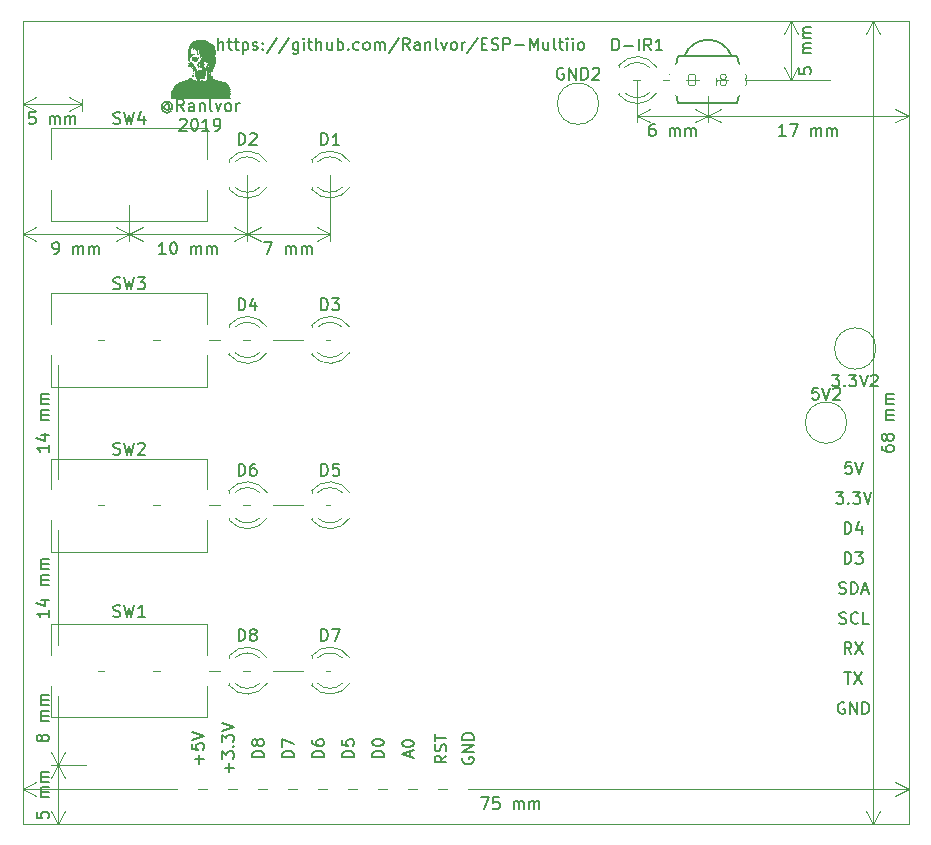
<source format=gbr>
G04 #@! TF.GenerationSoftware,KiCad,Pcbnew,5.1.2-f72e74a~84~ubuntu18.04.1*
G04 #@! TF.CreationDate,2019-06-11T17:55:48+02:00*
G04 #@! TF.ProjectId,ESP-Multiio,4553502d-4d75-46c7-9469-696f2e6b6963,rev?*
G04 #@! TF.SameCoordinates,Original*
G04 #@! TF.FileFunction,Legend,Top*
G04 #@! TF.FilePolarity,Positive*
%FSLAX46Y46*%
G04 Gerber Fmt 4.6, Leading zero omitted, Abs format (unit mm)*
G04 Created by KiCad (PCBNEW 5.1.2-f72e74a~84~ubuntu18.04.1) date 2019-06-11 17:55:48*
%MOMM*%
%LPD*%
G04 APERTURE LIST*
%ADD10C,0.150000*%
%ADD11C,0.120000*%
%ADD12C,0.050000*%
%ADD13C,0.010000*%
%ADD14C,0.127000*%
%ADD15O,4.102000X5.102000*%
%ADD16O,2.102000X1.702000*%
%ADD17R,2.102000X2.102000*%
%ADD18C,1.902000*%
%ADD19R,1.902000X1.902000*%
%ADD20O,1.422800X2.743600*%
%ADD21R,1.152000X1.602000*%
%ADD22O,1.152000X1.602000*%
%ADD23O,1.802000X1.802000*%
%ADD24R,1.802000X1.802000*%
%ADD25C,3.102000*%
%ADD26O,1.702000X1.702000*%
%ADD27R,1.702000X1.702000*%
%ADD28C,3.302000*%
G04 APERTURE END LIST*
D10*
X149722380Y-63000000D02*
X149722380Y-63190476D01*
X149770000Y-63285714D01*
X149817619Y-63333333D01*
X149960476Y-63428571D01*
X150150952Y-63476190D01*
X150531904Y-63476190D01*
X150627142Y-63428571D01*
X150674761Y-63380952D01*
X150722380Y-63285714D01*
X150722380Y-63095238D01*
X150674761Y-63000000D01*
X150627142Y-62952380D01*
X150531904Y-62904761D01*
X150293809Y-62904761D01*
X150198571Y-62952380D01*
X150150952Y-63000000D01*
X150103333Y-63095238D01*
X150103333Y-63285714D01*
X150150952Y-63380952D01*
X150198571Y-63428571D01*
X150293809Y-63476190D01*
X150150952Y-62333333D02*
X150103333Y-62428571D01*
X150055714Y-62476190D01*
X149960476Y-62523809D01*
X149912857Y-62523809D01*
X149817619Y-62476190D01*
X149770000Y-62428571D01*
X149722380Y-62333333D01*
X149722380Y-62142857D01*
X149770000Y-62047619D01*
X149817619Y-62000000D01*
X149912857Y-61952380D01*
X149960476Y-61952380D01*
X150055714Y-62000000D01*
X150103333Y-62047619D01*
X150150952Y-62142857D01*
X150150952Y-62333333D01*
X150198571Y-62428571D01*
X150246190Y-62476190D01*
X150341428Y-62523809D01*
X150531904Y-62523809D01*
X150627142Y-62476190D01*
X150674761Y-62428571D01*
X150722380Y-62333333D01*
X150722380Y-62142857D01*
X150674761Y-62047619D01*
X150627142Y-62000000D01*
X150531904Y-61952380D01*
X150341428Y-61952380D01*
X150246190Y-62000000D01*
X150198571Y-62047619D01*
X150150952Y-62142857D01*
X150722380Y-60761904D02*
X150055714Y-60761904D01*
X150150952Y-60761904D02*
X150103333Y-60714285D01*
X150055714Y-60619047D01*
X150055714Y-60476190D01*
X150103333Y-60380952D01*
X150198571Y-60333333D01*
X150722380Y-60333333D01*
X150198571Y-60333333D02*
X150103333Y-60285714D01*
X150055714Y-60190476D01*
X150055714Y-60047619D01*
X150103333Y-59952380D01*
X150198571Y-59904761D01*
X150722380Y-59904761D01*
X150722380Y-59428571D02*
X150055714Y-59428571D01*
X150150952Y-59428571D02*
X150103333Y-59380952D01*
X150055714Y-59285714D01*
X150055714Y-59142857D01*
X150103333Y-59047619D01*
X150198571Y-59000000D01*
X150722380Y-59000000D01*
X150198571Y-59000000D02*
X150103333Y-58952380D01*
X150055714Y-58857142D01*
X150055714Y-58714285D01*
X150103333Y-58619047D01*
X150198571Y-58571428D01*
X150722380Y-58571428D01*
D11*
X149000000Y-95000000D02*
X149000000Y-27000000D01*
X143000000Y-95000000D02*
X149586421Y-95000000D01*
X143000000Y-27000000D02*
X149586421Y-27000000D01*
X149000000Y-27000000D02*
X149586421Y-28126504D01*
X149000000Y-27000000D02*
X148413579Y-28126504D01*
X149000000Y-95000000D02*
X149586421Y-93873496D01*
X149000000Y-95000000D02*
X148413579Y-93873496D01*
D10*
X115785714Y-92722380D02*
X116452380Y-92722380D01*
X116023809Y-93722380D01*
X117309523Y-92722380D02*
X116833333Y-92722380D01*
X116785714Y-93198571D01*
X116833333Y-93150952D01*
X116928571Y-93103333D01*
X117166666Y-93103333D01*
X117261904Y-93150952D01*
X117309523Y-93198571D01*
X117357142Y-93293809D01*
X117357142Y-93531904D01*
X117309523Y-93627142D01*
X117261904Y-93674761D01*
X117166666Y-93722380D01*
X116928571Y-93722380D01*
X116833333Y-93674761D01*
X116785714Y-93627142D01*
X118547619Y-93722380D02*
X118547619Y-93055714D01*
X118547619Y-93150952D02*
X118595238Y-93103333D01*
X118690476Y-93055714D01*
X118833333Y-93055714D01*
X118928571Y-93103333D01*
X118976190Y-93198571D01*
X118976190Y-93722380D01*
X118976190Y-93198571D02*
X119023809Y-93103333D01*
X119119047Y-93055714D01*
X119261904Y-93055714D01*
X119357142Y-93103333D01*
X119404761Y-93198571D01*
X119404761Y-93722380D01*
X119880952Y-93722380D02*
X119880952Y-93055714D01*
X119880952Y-93150952D02*
X119928571Y-93103333D01*
X120023809Y-93055714D01*
X120166666Y-93055714D01*
X120261904Y-93103333D01*
X120309523Y-93198571D01*
X120309523Y-93722380D01*
X120309523Y-93198571D02*
X120357142Y-93103333D01*
X120452380Y-93055714D01*
X120595238Y-93055714D01*
X120690476Y-93103333D01*
X120738095Y-93198571D01*
X120738095Y-93722380D01*
D11*
X152000000Y-92000000D02*
X77000000Y-92000000D01*
X152000000Y-91000000D02*
X152000000Y-92586421D01*
X77000000Y-91000000D02*
X77000000Y-92586421D01*
X77000000Y-92000000D02*
X78126504Y-91413579D01*
X77000000Y-92000000D02*
X78126504Y-92586421D01*
X152000000Y-92000000D02*
X150873496Y-91413579D01*
X152000000Y-92000000D02*
X150873496Y-92586421D01*
D10*
X142722380Y-30976190D02*
X142722380Y-31452380D01*
X143198571Y-31500000D01*
X143150952Y-31452380D01*
X143103333Y-31357142D01*
X143103333Y-31119047D01*
X143150952Y-31023809D01*
X143198571Y-30976190D01*
X143293809Y-30928571D01*
X143531904Y-30928571D01*
X143627142Y-30976190D01*
X143674761Y-31023809D01*
X143722380Y-31119047D01*
X143722380Y-31357142D01*
X143674761Y-31452380D01*
X143627142Y-31500000D01*
X143722380Y-29738095D02*
X143055714Y-29738095D01*
X143150952Y-29738095D02*
X143103333Y-29690476D01*
X143055714Y-29595238D01*
X143055714Y-29452380D01*
X143103333Y-29357142D01*
X143198571Y-29309523D01*
X143722380Y-29309523D01*
X143198571Y-29309523D02*
X143103333Y-29261904D01*
X143055714Y-29166666D01*
X143055714Y-29023809D01*
X143103333Y-28928571D01*
X143198571Y-28880952D01*
X143722380Y-28880952D01*
X143722380Y-28404761D02*
X143055714Y-28404761D01*
X143150952Y-28404761D02*
X143103333Y-28357142D01*
X143055714Y-28261904D01*
X143055714Y-28119047D01*
X143103333Y-28023809D01*
X143198571Y-27976190D01*
X143722380Y-27976190D01*
X143198571Y-27976190D02*
X143103333Y-27928571D01*
X143055714Y-27833333D01*
X143055714Y-27690476D01*
X143103333Y-27595238D01*
X143198571Y-27547619D01*
X143722380Y-27547619D01*
D11*
X142000000Y-32000000D02*
X142000000Y-27000000D01*
X142000000Y-32000000D02*
X142586421Y-32000000D01*
X142000000Y-27000000D02*
X142586421Y-27000000D01*
X142000000Y-27000000D02*
X142586421Y-28126504D01*
X142000000Y-27000000D02*
X141413579Y-28126504D01*
X142000000Y-32000000D02*
X142586421Y-30873496D01*
X142000000Y-32000000D02*
X141413579Y-30873496D01*
X128000000Y-32000000D02*
X147000000Y-32000000D01*
D10*
X130476190Y-35722380D02*
X130285714Y-35722380D01*
X130190476Y-35770000D01*
X130142857Y-35817619D01*
X130047619Y-35960476D01*
X130000000Y-36150952D01*
X130000000Y-36531904D01*
X130047619Y-36627142D01*
X130095238Y-36674761D01*
X130190476Y-36722380D01*
X130380952Y-36722380D01*
X130476190Y-36674761D01*
X130523809Y-36627142D01*
X130571428Y-36531904D01*
X130571428Y-36293809D01*
X130523809Y-36198571D01*
X130476190Y-36150952D01*
X130380952Y-36103333D01*
X130190476Y-36103333D01*
X130095238Y-36150952D01*
X130047619Y-36198571D01*
X130000000Y-36293809D01*
X131761904Y-36722380D02*
X131761904Y-36055714D01*
X131761904Y-36150952D02*
X131809523Y-36103333D01*
X131904761Y-36055714D01*
X132047619Y-36055714D01*
X132142857Y-36103333D01*
X132190476Y-36198571D01*
X132190476Y-36722380D01*
X132190476Y-36198571D02*
X132238095Y-36103333D01*
X132333333Y-36055714D01*
X132476190Y-36055714D01*
X132571428Y-36103333D01*
X132619047Y-36198571D01*
X132619047Y-36722380D01*
X133095238Y-36722380D02*
X133095238Y-36055714D01*
X133095238Y-36150952D02*
X133142857Y-36103333D01*
X133238095Y-36055714D01*
X133380952Y-36055714D01*
X133476190Y-36103333D01*
X133523809Y-36198571D01*
X133523809Y-36722380D01*
X133523809Y-36198571D02*
X133571428Y-36103333D01*
X133666666Y-36055714D01*
X133809523Y-36055714D01*
X133904761Y-36103333D01*
X133952380Y-36198571D01*
X133952380Y-36722380D01*
D11*
X129000000Y-35000000D02*
X135000000Y-35000000D01*
X129000000Y-32000000D02*
X129000000Y-35586421D01*
X135000000Y-32000000D02*
X135000000Y-35586421D01*
X135000000Y-35000000D02*
X133873496Y-35586421D01*
X135000000Y-35000000D02*
X133873496Y-34413579D01*
X129000000Y-35000000D02*
X130126504Y-35586421D01*
X129000000Y-35000000D02*
X130126504Y-34413579D01*
D10*
X141595238Y-36722380D02*
X141023809Y-36722380D01*
X141309523Y-36722380D02*
X141309523Y-35722380D01*
X141214285Y-35865238D01*
X141119047Y-35960476D01*
X141023809Y-36008095D01*
X141928571Y-35722380D02*
X142595238Y-35722380D01*
X142166666Y-36722380D01*
X143738095Y-36722380D02*
X143738095Y-36055714D01*
X143738095Y-36150952D02*
X143785714Y-36103333D01*
X143880952Y-36055714D01*
X144023809Y-36055714D01*
X144119047Y-36103333D01*
X144166666Y-36198571D01*
X144166666Y-36722380D01*
X144166666Y-36198571D02*
X144214285Y-36103333D01*
X144309523Y-36055714D01*
X144452380Y-36055714D01*
X144547619Y-36103333D01*
X144595238Y-36198571D01*
X144595238Y-36722380D01*
X145071428Y-36722380D02*
X145071428Y-36055714D01*
X145071428Y-36150952D02*
X145119047Y-36103333D01*
X145214285Y-36055714D01*
X145357142Y-36055714D01*
X145452380Y-36103333D01*
X145500000Y-36198571D01*
X145500000Y-36722380D01*
X145500000Y-36198571D02*
X145547619Y-36103333D01*
X145642857Y-36055714D01*
X145785714Y-36055714D01*
X145880952Y-36103333D01*
X145928571Y-36198571D01*
X145928571Y-36722380D01*
D11*
X135000000Y-35000000D02*
X152000000Y-35000000D01*
X135000000Y-32000000D02*
X135000000Y-35586421D01*
X152000000Y-32000000D02*
X152000000Y-35586421D01*
X152000000Y-35000000D02*
X150873496Y-35586421D01*
X152000000Y-35000000D02*
X150873496Y-34413579D01*
X135000000Y-35000000D02*
X136126504Y-35586421D01*
X135000000Y-35000000D02*
X136126504Y-34413579D01*
D10*
X78023809Y-34722380D02*
X77547619Y-34722380D01*
X77500000Y-35198571D01*
X77547619Y-35150952D01*
X77642857Y-35103333D01*
X77880952Y-35103333D01*
X77976190Y-35150952D01*
X78023809Y-35198571D01*
X78071428Y-35293809D01*
X78071428Y-35531904D01*
X78023809Y-35627142D01*
X77976190Y-35674761D01*
X77880952Y-35722380D01*
X77642857Y-35722380D01*
X77547619Y-35674761D01*
X77500000Y-35627142D01*
X79261904Y-35722380D02*
X79261904Y-35055714D01*
X79261904Y-35150952D02*
X79309523Y-35103333D01*
X79404761Y-35055714D01*
X79547619Y-35055714D01*
X79642857Y-35103333D01*
X79690476Y-35198571D01*
X79690476Y-35722380D01*
X79690476Y-35198571D02*
X79738095Y-35103333D01*
X79833333Y-35055714D01*
X79976190Y-35055714D01*
X80071428Y-35103333D01*
X80119047Y-35198571D01*
X80119047Y-35722380D01*
X80595238Y-35722380D02*
X80595238Y-35055714D01*
X80595238Y-35150952D02*
X80642857Y-35103333D01*
X80738095Y-35055714D01*
X80880952Y-35055714D01*
X80976190Y-35103333D01*
X81023809Y-35198571D01*
X81023809Y-35722380D01*
X81023809Y-35198571D02*
X81071428Y-35103333D01*
X81166666Y-35055714D01*
X81309523Y-35055714D01*
X81404761Y-35103333D01*
X81452380Y-35198571D01*
X81452380Y-35722380D01*
D11*
X82000000Y-34000000D02*
X77000000Y-34000000D01*
X82000000Y-32000000D02*
X82000000Y-34586421D01*
X77000000Y-32000000D02*
X77000000Y-34586421D01*
X77000000Y-34000000D02*
X78126504Y-33413579D01*
X77000000Y-34000000D02*
X78126504Y-34586421D01*
X82000000Y-34000000D02*
X80873496Y-33413579D01*
X82000000Y-34000000D02*
X80873496Y-34586421D01*
D10*
X79182380Y-62904761D02*
X79182380Y-63476190D01*
X79182380Y-63190476D02*
X78182380Y-63190476D01*
X78325238Y-63285714D01*
X78420476Y-63380952D01*
X78468095Y-63476190D01*
X78515714Y-62047619D02*
X79182380Y-62047619D01*
X78134761Y-62285714D02*
X78849047Y-62523809D01*
X78849047Y-61904761D01*
X79182380Y-60761904D02*
X78515714Y-60761904D01*
X78610952Y-60761904D02*
X78563333Y-60714285D01*
X78515714Y-60619047D01*
X78515714Y-60476190D01*
X78563333Y-60380952D01*
X78658571Y-60333333D01*
X79182380Y-60333333D01*
X78658571Y-60333333D02*
X78563333Y-60285714D01*
X78515714Y-60190476D01*
X78515714Y-60047619D01*
X78563333Y-59952380D01*
X78658571Y-59904761D01*
X79182380Y-59904761D01*
X79182380Y-59428571D02*
X78515714Y-59428571D01*
X78610952Y-59428571D02*
X78563333Y-59380952D01*
X78515714Y-59285714D01*
X78515714Y-59142857D01*
X78563333Y-59047619D01*
X78658571Y-59000000D01*
X79182380Y-59000000D01*
X78658571Y-59000000D02*
X78563333Y-58952380D01*
X78515714Y-58857142D01*
X78515714Y-58714285D01*
X78563333Y-58619047D01*
X78658571Y-58571428D01*
X79182380Y-58571428D01*
D11*
X80000000Y-68000000D02*
X80000000Y-54000000D01*
X103000000Y-68000000D02*
X79413579Y-68000000D01*
X103000000Y-54000000D02*
X79413579Y-54000000D01*
X80000000Y-54000000D02*
X80586421Y-55126504D01*
X80000000Y-54000000D02*
X79413579Y-55126504D01*
X80000000Y-68000000D02*
X80586421Y-66873496D01*
X80000000Y-68000000D02*
X79413579Y-66873496D01*
D10*
X79182380Y-76904761D02*
X79182380Y-77476190D01*
X79182380Y-77190476D02*
X78182380Y-77190476D01*
X78325238Y-77285714D01*
X78420476Y-77380952D01*
X78468095Y-77476190D01*
X78515714Y-76047619D02*
X79182380Y-76047619D01*
X78134761Y-76285714D02*
X78849047Y-76523809D01*
X78849047Y-75904761D01*
X79182380Y-74761904D02*
X78515714Y-74761904D01*
X78610952Y-74761904D02*
X78563333Y-74714285D01*
X78515714Y-74619047D01*
X78515714Y-74476190D01*
X78563333Y-74380952D01*
X78658571Y-74333333D01*
X79182380Y-74333333D01*
X78658571Y-74333333D02*
X78563333Y-74285714D01*
X78515714Y-74190476D01*
X78515714Y-74047619D01*
X78563333Y-73952380D01*
X78658571Y-73904761D01*
X79182380Y-73904761D01*
X79182380Y-73428571D02*
X78515714Y-73428571D01*
X78610952Y-73428571D02*
X78563333Y-73380952D01*
X78515714Y-73285714D01*
X78515714Y-73142857D01*
X78563333Y-73047619D01*
X78658571Y-73000000D01*
X79182380Y-73000000D01*
X78658571Y-73000000D02*
X78563333Y-72952380D01*
X78515714Y-72857142D01*
X78515714Y-72714285D01*
X78563333Y-72619047D01*
X78658571Y-72571428D01*
X79182380Y-72571428D01*
D11*
X80000000Y-82000000D02*
X80000000Y-68000000D01*
X103000000Y-82000000D02*
X79413579Y-82000000D01*
X103000000Y-68000000D02*
X79413579Y-68000000D01*
X80000000Y-68000000D02*
X80586421Y-69126504D01*
X80000000Y-68000000D02*
X79413579Y-69126504D01*
X80000000Y-82000000D02*
X80586421Y-80873496D01*
X80000000Y-82000000D02*
X79413579Y-80873496D01*
D10*
X78610952Y-87809523D02*
X78563333Y-87904761D01*
X78515714Y-87952380D01*
X78420476Y-88000000D01*
X78372857Y-88000000D01*
X78277619Y-87952380D01*
X78230000Y-87904761D01*
X78182380Y-87809523D01*
X78182380Y-87619047D01*
X78230000Y-87523809D01*
X78277619Y-87476190D01*
X78372857Y-87428571D01*
X78420476Y-87428571D01*
X78515714Y-87476190D01*
X78563333Y-87523809D01*
X78610952Y-87619047D01*
X78610952Y-87809523D01*
X78658571Y-87904761D01*
X78706190Y-87952380D01*
X78801428Y-88000000D01*
X78991904Y-88000000D01*
X79087142Y-87952380D01*
X79134761Y-87904761D01*
X79182380Y-87809523D01*
X79182380Y-87619047D01*
X79134761Y-87523809D01*
X79087142Y-87476190D01*
X78991904Y-87428571D01*
X78801428Y-87428571D01*
X78706190Y-87476190D01*
X78658571Y-87523809D01*
X78610952Y-87619047D01*
X79182380Y-86238095D02*
X78515714Y-86238095D01*
X78610952Y-86238095D02*
X78563333Y-86190476D01*
X78515714Y-86095238D01*
X78515714Y-85952380D01*
X78563333Y-85857142D01*
X78658571Y-85809523D01*
X79182380Y-85809523D01*
X78658571Y-85809523D02*
X78563333Y-85761904D01*
X78515714Y-85666666D01*
X78515714Y-85523809D01*
X78563333Y-85428571D01*
X78658571Y-85380952D01*
X79182380Y-85380952D01*
X79182380Y-84904761D02*
X78515714Y-84904761D01*
X78610952Y-84904761D02*
X78563333Y-84857142D01*
X78515714Y-84761904D01*
X78515714Y-84619047D01*
X78563333Y-84523809D01*
X78658571Y-84476190D01*
X79182380Y-84476190D01*
X78658571Y-84476190D02*
X78563333Y-84428571D01*
X78515714Y-84333333D01*
X78515714Y-84190476D01*
X78563333Y-84095238D01*
X78658571Y-84047619D01*
X79182380Y-84047619D01*
D11*
X80000000Y-90000000D02*
X80000000Y-82000000D01*
X84000000Y-90000000D02*
X79413579Y-90000000D01*
X84000000Y-82000000D02*
X79413579Y-82000000D01*
X80000000Y-82000000D02*
X80586421Y-83126504D01*
X80000000Y-82000000D02*
X79413579Y-83126504D01*
X80000000Y-90000000D02*
X80586421Y-88873496D01*
X80000000Y-90000000D02*
X79413579Y-88873496D01*
D10*
X78182380Y-93976190D02*
X78182380Y-94452380D01*
X78658571Y-94500000D01*
X78610952Y-94452380D01*
X78563333Y-94357142D01*
X78563333Y-94119047D01*
X78610952Y-94023809D01*
X78658571Y-93976190D01*
X78753809Y-93928571D01*
X78991904Y-93928571D01*
X79087142Y-93976190D01*
X79134761Y-94023809D01*
X79182380Y-94119047D01*
X79182380Y-94357142D01*
X79134761Y-94452380D01*
X79087142Y-94500000D01*
X79182380Y-92738095D02*
X78515714Y-92738095D01*
X78610952Y-92738095D02*
X78563333Y-92690476D01*
X78515714Y-92595238D01*
X78515714Y-92452380D01*
X78563333Y-92357142D01*
X78658571Y-92309523D01*
X79182380Y-92309523D01*
X78658571Y-92309523D02*
X78563333Y-92261904D01*
X78515714Y-92166666D01*
X78515714Y-92023809D01*
X78563333Y-91928571D01*
X78658571Y-91880952D01*
X79182380Y-91880952D01*
X79182380Y-91404761D02*
X78515714Y-91404761D01*
X78610952Y-91404761D02*
X78563333Y-91357142D01*
X78515714Y-91261904D01*
X78515714Y-91119047D01*
X78563333Y-91023809D01*
X78658571Y-90976190D01*
X79182380Y-90976190D01*
X78658571Y-90976190D02*
X78563333Y-90928571D01*
X78515714Y-90833333D01*
X78515714Y-90690476D01*
X78563333Y-90595238D01*
X78658571Y-90547619D01*
X79182380Y-90547619D01*
D11*
X80000000Y-95000000D02*
X80000000Y-90000000D01*
X84000000Y-95000000D02*
X79413579Y-95000000D01*
X84000000Y-90000000D02*
X79413579Y-90000000D01*
X80000000Y-90000000D02*
X80586421Y-91126504D01*
X80000000Y-90000000D02*
X79413579Y-91126504D01*
X80000000Y-95000000D02*
X80586421Y-93873496D01*
X80000000Y-95000000D02*
X79413579Y-93873496D01*
D10*
X97452380Y-45722380D02*
X98119047Y-45722380D01*
X97690476Y-46722380D01*
X99261904Y-46722380D02*
X99261904Y-46055714D01*
X99261904Y-46150952D02*
X99309523Y-46103333D01*
X99404761Y-46055714D01*
X99547619Y-46055714D01*
X99642857Y-46103333D01*
X99690476Y-46198571D01*
X99690476Y-46722380D01*
X99690476Y-46198571D02*
X99738095Y-46103333D01*
X99833333Y-46055714D01*
X99976190Y-46055714D01*
X100071428Y-46103333D01*
X100119047Y-46198571D01*
X100119047Y-46722380D01*
X100595238Y-46722380D02*
X100595238Y-46055714D01*
X100595238Y-46150952D02*
X100642857Y-46103333D01*
X100738095Y-46055714D01*
X100880952Y-46055714D01*
X100976190Y-46103333D01*
X101023809Y-46198571D01*
X101023809Y-46722380D01*
X101023809Y-46198571D02*
X101071428Y-46103333D01*
X101166666Y-46055714D01*
X101309523Y-46055714D01*
X101404761Y-46103333D01*
X101452380Y-46198571D01*
X101452380Y-46722380D01*
D11*
X96000000Y-45000000D02*
X103000000Y-45000000D01*
X96000000Y-40000000D02*
X96000000Y-45586421D01*
X103000000Y-40000000D02*
X103000000Y-45586421D01*
X103000000Y-45000000D02*
X101873496Y-45586421D01*
X103000000Y-45000000D02*
X101873496Y-44413579D01*
X96000000Y-45000000D02*
X97126504Y-45586421D01*
X96000000Y-45000000D02*
X97126504Y-44413579D01*
D10*
X89095238Y-46722380D02*
X88523809Y-46722380D01*
X88809523Y-46722380D02*
X88809523Y-45722380D01*
X88714285Y-45865238D01*
X88619047Y-45960476D01*
X88523809Y-46008095D01*
X89714285Y-45722380D02*
X89809523Y-45722380D01*
X89904761Y-45770000D01*
X89952380Y-45817619D01*
X90000000Y-45912857D01*
X90047619Y-46103333D01*
X90047619Y-46341428D01*
X90000000Y-46531904D01*
X89952380Y-46627142D01*
X89904761Y-46674761D01*
X89809523Y-46722380D01*
X89714285Y-46722380D01*
X89619047Y-46674761D01*
X89571428Y-46627142D01*
X89523809Y-46531904D01*
X89476190Y-46341428D01*
X89476190Y-46103333D01*
X89523809Y-45912857D01*
X89571428Y-45817619D01*
X89619047Y-45770000D01*
X89714285Y-45722380D01*
X91238095Y-46722380D02*
X91238095Y-46055714D01*
X91238095Y-46150952D02*
X91285714Y-46103333D01*
X91380952Y-46055714D01*
X91523809Y-46055714D01*
X91619047Y-46103333D01*
X91666666Y-46198571D01*
X91666666Y-46722380D01*
X91666666Y-46198571D02*
X91714285Y-46103333D01*
X91809523Y-46055714D01*
X91952380Y-46055714D01*
X92047619Y-46103333D01*
X92095238Y-46198571D01*
X92095238Y-46722380D01*
X92571428Y-46722380D02*
X92571428Y-46055714D01*
X92571428Y-46150952D02*
X92619047Y-46103333D01*
X92714285Y-46055714D01*
X92857142Y-46055714D01*
X92952380Y-46103333D01*
X93000000Y-46198571D01*
X93000000Y-46722380D01*
X93000000Y-46198571D02*
X93047619Y-46103333D01*
X93142857Y-46055714D01*
X93285714Y-46055714D01*
X93380952Y-46103333D01*
X93428571Y-46198571D01*
X93428571Y-46722380D01*
D11*
X86000000Y-45000000D02*
X96000000Y-45000000D01*
X86000000Y-40000000D02*
X86000000Y-45586421D01*
X96000000Y-40000000D02*
X96000000Y-45586421D01*
X96000000Y-45000000D02*
X94873496Y-45586421D01*
X96000000Y-45000000D02*
X94873496Y-44413579D01*
X86000000Y-45000000D02*
X87126504Y-45586421D01*
X86000000Y-45000000D02*
X87126504Y-44413579D01*
D10*
X79595238Y-46722380D02*
X79785714Y-46722380D01*
X79880952Y-46674761D01*
X79928571Y-46627142D01*
X80023809Y-46484285D01*
X80071428Y-46293809D01*
X80071428Y-45912857D01*
X80023809Y-45817619D01*
X79976190Y-45770000D01*
X79880952Y-45722380D01*
X79690476Y-45722380D01*
X79595238Y-45770000D01*
X79547619Y-45817619D01*
X79500000Y-45912857D01*
X79500000Y-46150952D01*
X79547619Y-46246190D01*
X79595238Y-46293809D01*
X79690476Y-46341428D01*
X79880952Y-46341428D01*
X79976190Y-46293809D01*
X80023809Y-46246190D01*
X80071428Y-46150952D01*
X81261904Y-46722380D02*
X81261904Y-46055714D01*
X81261904Y-46150952D02*
X81309523Y-46103333D01*
X81404761Y-46055714D01*
X81547619Y-46055714D01*
X81642857Y-46103333D01*
X81690476Y-46198571D01*
X81690476Y-46722380D01*
X81690476Y-46198571D02*
X81738095Y-46103333D01*
X81833333Y-46055714D01*
X81976190Y-46055714D01*
X82071428Y-46103333D01*
X82119047Y-46198571D01*
X82119047Y-46722380D01*
X82595238Y-46722380D02*
X82595238Y-46055714D01*
X82595238Y-46150952D02*
X82642857Y-46103333D01*
X82738095Y-46055714D01*
X82880952Y-46055714D01*
X82976190Y-46103333D01*
X83023809Y-46198571D01*
X83023809Y-46722380D01*
X83023809Y-46198571D02*
X83071428Y-46103333D01*
X83166666Y-46055714D01*
X83309523Y-46055714D01*
X83404761Y-46103333D01*
X83452380Y-46198571D01*
X83452380Y-46722380D01*
D11*
X86000000Y-45000000D02*
X77000000Y-45000000D01*
X86000000Y-40000000D02*
X86000000Y-45586421D01*
X77000000Y-40000000D02*
X77000000Y-45586421D01*
X77000000Y-45000000D02*
X78126504Y-44413579D01*
X77000000Y-45000000D02*
X78126504Y-45586421D01*
X86000000Y-45000000D02*
X84873496Y-44413579D01*
X86000000Y-45000000D02*
X84873496Y-45586421D01*
D10*
X93547619Y-29452380D02*
X93547619Y-28452380D01*
X93976190Y-29452380D02*
X93976190Y-28928571D01*
X93928571Y-28833333D01*
X93833333Y-28785714D01*
X93690476Y-28785714D01*
X93595238Y-28833333D01*
X93547619Y-28880952D01*
X94309523Y-28785714D02*
X94690476Y-28785714D01*
X94452380Y-28452380D02*
X94452380Y-29309523D01*
X94500000Y-29404761D01*
X94595238Y-29452380D01*
X94690476Y-29452380D01*
X94880952Y-28785714D02*
X95261904Y-28785714D01*
X95023809Y-28452380D02*
X95023809Y-29309523D01*
X95071428Y-29404761D01*
X95166666Y-29452380D01*
X95261904Y-29452380D01*
X95595238Y-28785714D02*
X95595238Y-29785714D01*
X95595238Y-28833333D02*
X95690476Y-28785714D01*
X95880952Y-28785714D01*
X95976190Y-28833333D01*
X96023809Y-28880952D01*
X96071428Y-28976190D01*
X96071428Y-29261904D01*
X96023809Y-29357142D01*
X95976190Y-29404761D01*
X95880952Y-29452380D01*
X95690476Y-29452380D01*
X95595238Y-29404761D01*
X96452380Y-29404761D02*
X96547619Y-29452380D01*
X96738095Y-29452380D01*
X96833333Y-29404761D01*
X96880952Y-29309523D01*
X96880952Y-29261904D01*
X96833333Y-29166666D01*
X96738095Y-29119047D01*
X96595238Y-29119047D01*
X96500000Y-29071428D01*
X96452380Y-28976190D01*
X96452380Y-28928571D01*
X96500000Y-28833333D01*
X96595238Y-28785714D01*
X96738095Y-28785714D01*
X96833333Y-28833333D01*
X97309523Y-29357142D02*
X97357142Y-29404761D01*
X97309523Y-29452380D01*
X97261904Y-29404761D01*
X97309523Y-29357142D01*
X97309523Y-29452380D01*
X97309523Y-28833333D02*
X97357142Y-28880952D01*
X97309523Y-28928571D01*
X97261904Y-28880952D01*
X97309523Y-28833333D01*
X97309523Y-28928571D01*
X98500000Y-28404761D02*
X97642857Y-29690476D01*
X99547619Y-28404761D02*
X98690476Y-29690476D01*
X100309523Y-28785714D02*
X100309523Y-29595238D01*
X100261904Y-29690476D01*
X100214285Y-29738095D01*
X100119047Y-29785714D01*
X99976190Y-29785714D01*
X99880952Y-29738095D01*
X100309523Y-29404761D02*
X100214285Y-29452380D01*
X100023809Y-29452380D01*
X99928571Y-29404761D01*
X99880952Y-29357142D01*
X99833333Y-29261904D01*
X99833333Y-28976190D01*
X99880952Y-28880952D01*
X99928571Y-28833333D01*
X100023809Y-28785714D01*
X100214285Y-28785714D01*
X100309523Y-28833333D01*
X100785714Y-29452380D02*
X100785714Y-28785714D01*
X100785714Y-28452380D02*
X100738095Y-28500000D01*
X100785714Y-28547619D01*
X100833333Y-28500000D01*
X100785714Y-28452380D01*
X100785714Y-28547619D01*
X101119047Y-28785714D02*
X101500000Y-28785714D01*
X101261904Y-28452380D02*
X101261904Y-29309523D01*
X101309523Y-29404761D01*
X101404761Y-29452380D01*
X101500000Y-29452380D01*
X101833333Y-29452380D02*
X101833333Y-28452380D01*
X102261904Y-29452380D02*
X102261904Y-28928571D01*
X102214285Y-28833333D01*
X102119047Y-28785714D01*
X101976190Y-28785714D01*
X101880952Y-28833333D01*
X101833333Y-28880952D01*
X103166666Y-28785714D02*
X103166666Y-29452380D01*
X102738095Y-28785714D02*
X102738095Y-29309523D01*
X102785714Y-29404761D01*
X102880952Y-29452380D01*
X103023809Y-29452380D01*
X103119047Y-29404761D01*
X103166666Y-29357142D01*
X103642857Y-29452380D02*
X103642857Y-28452380D01*
X103642857Y-28833333D02*
X103738095Y-28785714D01*
X103928571Y-28785714D01*
X104023809Y-28833333D01*
X104071428Y-28880952D01*
X104119047Y-28976190D01*
X104119047Y-29261904D01*
X104071428Y-29357142D01*
X104023809Y-29404761D01*
X103928571Y-29452380D01*
X103738095Y-29452380D01*
X103642857Y-29404761D01*
X104547619Y-29357142D02*
X104595238Y-29404761D01*
X104547619Y-29452380D01*
X104500000Y-29404761D01*
X104547619Y-29357142D01*
X104547619Y-29452380D01*
X105452380Y-29404761D02*
X105357142Y-29452380D01*
X105166666Y-29452380D01*
X105071428Y-29404761D01*
X105023809Y-29357142D01*
X104976190Y-29261904D01*
X104976190Y-28976190D01*
X105023809Y-28880952D01*
X105071428Y-28833333D01*
X105166666Y-28785714D01*
X105357142Y-28785714D01*
X105452380Y-28833333D01*
X106023809Y-29452380D02*
X105928571Y-29404761D01*
X105880952Y-29357142D01*
X105833333Y-29261904D01*
X105833333Y-28976190D01*
X105880952Y-28880952D01*
X105928571Y-28833333D01*
X106023809Y-28785714D01*
X106166666Y-28785714D01*
X106261904Y-28833333D01*
X106309523Y-28880952D01*
X106357142Y-28976190D01*
X106357142Y-29261904D01*
X106309523Y-29357142D01*
X106261904Y-29404761D01*
X106166666Y-29452380D01*
X106023809Y-29452380D01*
X106785714Y-29452380D02*
X106785714Y-28785714D01*
X106785714Y-28880952D02*
X106833333Y-28833333D01*
X106928571Y-28785714D01*
X107071428Y-28785714D01*
X107166666Y-28833333D01*
X107214285Y-28928571D01*
X107214285Y-29452380D01*
X107214285Y-28928571D02*
X107261904Y-28833333D01*
X107357142Y-28785714D01*
X107500000Y-28785714D01*
X107595238Y-28833333D01*
X107642857Y-28928571D01*
X107642857Y-29452380D01*
X108833333Y-28404761D02*
X107976190Y-29690476D01*
X109738095Y-29452380D02*
X109404761Y-28976190D01*
X109166666Y-29452380D02*
X109166666Y-28452380D01*
X109547619Y-28452380D01*
X109642857Y-28500000D01*
X109690476Y-28547619D01*
X109738095Y-28642857D01*
X109738095Y-28785714D01*
X109690476Y-28880952D01*
X109642857Y-28928571D01*
X109547619Y-28976190D01*
X109166666Y-28976190D01*
X110595238Y-29452380D02*
X110595238Y-28928571D01*
X110547619Y-28833333D01*
X110452380Y-28785714D01*
X110261904Y-28785714D01*
X110166666Y-28833333D01*
X110595238Y-29404761D02*
X110500000Y-29452380D01*
X110261904Y-29452380D01*
X110166666Y-29404761D01*
X110119047Y-29309523D01*
X110119047Y-29214285D01*
X110166666Y-29119047D01*
X110261904Y-29071428D01*
X110500000Y-29071428D01*
X110595238Y-29023809D01*
X111071428Y-28785714D02*
X111071428Y-29452380D01*
X111071428Y-28880952D02*
X111119047Y-28833333D01*
X111214285Y-28785714D01*
X111357142Y-28785714D01*
X111452380Y-28833333D01*
X111500000Y-28928571D01*
X111500000Y-29452380D01*
X112119047Y-29452380D02*
X112023809Y-29404761D01*
X111976190Y-29309523D01*
X111976190Y-28452380D01*
X112404761Y-28785714D02*
X112642857Y-29452380D01*
X112880952Y-28785714D01*
X113404761Y-29452380D02*
X113309523Y-29404761D01*
X113261904Y-29357142D01*
X113214285Y-29261904D01*
X113214285Y-28976190D01*
X113261904Y-28880952D01*
X113309523Y-28833333D01*
X113404761Y-28785714D01*
X113547619Y-28785714D01*
X113642857Y-28833333D01*
X113690476Y-28880952D01*
X113738095Y-28976190D01*
X113738095Y-29261904D01*
X113690476Y-29357142D01*
X113642857Y-29404761D01*
X113547619Y-29452380D01*
X113404761Y-29452380D01*
X114166666Y-29452380D02*
X114166666Y-28785714D01*
X114166666Y-28976190D02*
X114214285Y-28880952D01*
X114261904Y-28833333D01*
X114357142Y-28785714D01*
X114452380Y-28785714D01*
X115499999Y-28404761D02*
X114642857Y-29690476D01*
X115833333Y-28928571D02*
X116166666Y-28928571D01*
X116309523Y-29452380D02*
X115833333Y-29452380D01*
X115833333Y-28452380D01*
X116309523Y-28452380D01*
X116690476Y-29404761D02*
X116833333Y-29452380D01*
X117071428Y-29452380D01*
X117166666Y-29404761D01*
X117214285Y-29357142D01*
X117261904Y-29261904D01*
X117261904Y-29166666D01*
X117214285Y-29071428D01*
X117166666Y-29023809D01*
X117071428Y-28976190D01*
X116880952Y-28928571D01*
X116785714Y-28880952D01*
X116738095Y-28833333D01*
X116690476Y-28738095D01*
X116690476Y-28642857D01*
X116738095Y-28547619D01*
X116785714Y-28500000D01*
X116880952Y-28452380D01*
X117119047Y-28452380D01*
X117261904Y-28500000D01*
X117690476Y-29452380D02*
X117690476Y-28452380D01*
X118071428Y-28452380D01*
X118166666Y-28500000D01*
X118214285Y-28547619D01*
X118261904Y-28642857D01*
X118261904Y-28785714D01*
X118214285Y-28880952D01*
X118166666Y-28928571D01*
X118071428Y-28976190D01*
X117690476Y-28976190D01*
X118690476Y-29071428D02*
X119452380Y-29071428D01*
X119928571Y-29452380D02*
X119928571Y-28452380D01*
X120261904Y-29166666D01*
X120595238Y-28452380D01*
X120595238Y-29452380D01*
X121499999Y-28785714D02*
X121499999Y-29452380D01*
X121071428Y-28785714D02*
X121071428Y-29309523D01*
X121119047Y-29404761D01*
X121214285Y-29452380D01*
X121357142Y-29452380D01*
X121452380Y-29404761D01*
X121499999Y-29357142D01*
X122119047Y-29452380D02*
X122023809Y-29404761D01*
X121976190Y-29309523D01*
X121976190Y-28452380D01*
X122357142Y-28785714D02*
X122738095Y-28785714D01*
X122499999Y-28452380D02*
X122499999Y-29309523D01*
X122547619Y-29404761D01*
X122642857Y-29452380D01*
X122738095Y-29452380D01*
X123071428Y-29452380D02*
X123071428Y-28785714D01*
X123071428Y-28452380D02*
X123023809Y-28500000D01*
X123071428Y-28547619D01*
X123119047Y-28500000D01*
X123071428Y-28452380D01*
X123071428Y-28547619D01*
X123547619Y-29452380D02*
X123547619Y-28785714D01*
X123547619Y-28452380D02*
X123499999Y-28500000D01*
X123547619Y-28547619D01*
X123595238Y-28500000D01*
X123547619Y-28452380D01*
X123547619Y-28547619D01*
X124166666Y-29452380D02*
X124071428Y-29404761D01*
X124023809Y-29357142D01*
X123976190Y-29261904D01*
X123976190Y-28976190D01*
X124023809Y-28880952D01*
X124071428Y-28833333D01*
X124166666Y-28785714D01*
X124309523Y-28785714D01*
X124404761Y-28833333D01*
X124452380Y-28880952D01*
X124499999Y-28976190D01*
X124499999Y-29261904D01*
X124452380Y-29357142D01*
X124404761Y-29404761D01*
X124309523Y-29452380D01*
X124166666Y-29452380D01*
X89404761Y-34151190D02*
X89357142Y-34103571D01*
X89261904Y-34055952D01*
X89166666Y-34055952D01*
X89071428Y-34103571D01*
X89023809Y-34151190D01*
X88976190Y-34246428D01*
X88976190Y-34341666D01*
X89023809Y-34436904D01*
X89071428Y-34484523D01*
X89166666Y-34532142D01*
X89261904Y-34532142D01*
X89357142Y-34484523D01*
X89404761Y-34436904D01*
X89404761Y-34055952D02*
X89404761Y-34436904D01*
X89452380Y-34484523D01*
X89500000Y-34484523D01*
X89595238Y-34436904D01*
X89642857Y-34341666D01*
X89642857Y-34103571D01*
X89547619Y-33960714D01*
X89404761Y-33865476D01*
X89214285Y-33817857D01*
X89023809Y-33865476D01*
X88880952Y-33960714D01*
X88785714Y-34103571D01*
X88738095Y-34294047D01*
X88785714Y-34484523D01*
X88880952Y-34627380D01*
X89023809Y-34722619D01*
X89214285Y-34770238D01*
X89404761Y-34722619D01*
X89547619Y-34627380D01*
X90642857Y-34627380D02*
X90309523Y-34151190D01*
X90071428Y-34627380D02*
X90071428Y-33627380D01*
X90452380Y-33627380D01*
X90547619Y-33675000D01*
X90595238Y-33722619D01*
X90642857Y-33817857D01*
X90642857Y-33960714D01*
X90595238Y-34055952D01*
X90547619Y-34103571D01*
X90452380Y-34151190D01*
X90071428Y-34151190D01*
X91500000Y-34627380D02*
X91500000Y-34103571D01*
X91452380Y-34008333D01*
X91357142Y-33960714D01*
X91166666Y-33960714D01*
X91071428Y-34008333D01*
X91500000Y-34579761D02*
X91404761Y-34627380D01*
X91166666Y-34627380D01*
X91071428Y-34579761D01*
X91023809Y-34484523D01*
X91023809Y-34389285D01*
X91071428Y-34294047D01*
X91166666Y-34246428D01*
X91404761Y-34246428D01*
X91500000Y-34198809D01*
X91976190Y-33960714D02*
X91976190Y-34627380D01*
X91976190Y-34055952D02*
X92023809Y-34008333D01*
X92119047Y-33960714D01*
X92261904Y-33960714D01*
X92357142Y-34008333D01*
X92404761Y-34103571D01*
X92404761Y-34627380D01*
X93023809Y-34627380D02*
X92928571Y-34579761D01*
X92880952Y-34484523D01*
X92880952Y-33627380D01*
X93309523Y-33960714D02*
X93547619Y-34627380D01*
X93785714Y-33960714D01*
X94309523Y-34627380D02*
X94214285Y-34579761D01*
X94166666Y-34532142D01*
X94119047Y-34436904D01*
X94119047Y-34151190D01*
X94166666Y-34055952D01*
X94214285Y-34008333D01*
X94309523Y-33960714D01*
X94452380Y-33960714D01*
X94547619Y-34008333D01*
X94595238Y-34055952D01*
X94642857Y-34151190D01*
X94642857Y-34436904D01*
X94595238Y-34532142D01*
X94547619Y-34579761D01*
X94452380Y-34627380D01*
X94309523Y-34627380D01*
X95071428Y-34627380D02*
X95071428Y-33960714D01*
X95071428Y-34151190D02*
X95119047Y-34055952D01*
X95166666Y-34008333D01*
X95261904Y-33960714D01*
X95357142Y-33960714D01*
X90285714Y-35372619D02*
X90333333Y-35325000D01*
X90428571Y-35277380D01*
X90666666Y-35277380D01*
X90761904Y-35325000D01*
X90809523Y-35372619D01*
X90857142Y-35467857D01*
X90857142Y-35563095D01*
X90809523Y-35705952D01*
X90238095Y-36277380D01*
X90857142Y-36277380D01*
X91476190Y-35277380D02*
X91571428Y-35277380D01*
X91666666Y-35325000D01*
X91714285Y-35372619D01*
X91761904Y-35467857D01*
X91809523Y-35658333D01*
X91809523Y-35896428D01*
X91761904Y-36086904D01*
X91714285Y-36182142D01*
X91666666Y-36229761D01*
X91571428Y-36277380D01*
X91476190Y-36277380D01*
X91380952Y-36229761D01*
X91333333Y-36182142D01*
X91285714Y-36086904D01*
X91238095Y-35896428D01*
X91238095Y-35658333D01*
X91285714Y-35467857D01*
X91333333Y-35372619D01*
X91380952Y-35325000D01*
X91476190Y-35277380D01*
X92761904Y-36277380D02*
X92190476Y-36277380D01*
X92476190Y-36277380D02*
X92476190Y-35277380D01*
X92380952Y-35420238D01*
X92285714Y-35515476D01*
X92190476Y-35563095D01*
X93238095Y-36277380D02*
X93428571Y-36277380D01*
X93523809Y-36229761D01*
X93571428Y-36182142D01*
X93666666Y-36039285D01*
X93714285Y-35848809D01*
X93714285Y-35467857D01*
X93666666Y-35372619D01*
X93619047Y-35325000D01*
X93523809Y-35277380D01*
X93333333Y-35277380D01*
X93238095Y-35325000D01*
X93190476Y-35372619D01*
X93142857Y-35467857D01*
X93142857Y-35705952D01*
X93190476Y-35801190D01*
X93238095Y-35848809D01*
X93333333Y-35896428D01*
X93523809Y-35896428D01*
X93619047Y-35848809D01*
X93666666Y-35801190D01*
X93714285Y-35705952D01*
X112852380Y-89197619D02*
X112376190Y-89530952D01*
X112852380Y-89769047D02*
X111852380Y-89769047D01*
X111852380Y-89388095D01*
X111900000Y-89292857D01*
X111947619Y-89245238D01*
X112042857Y-89197619D01*
X112185714Y-89197619D01*
X112280952Y-89245238D01*
X112328571Y-89292857D01*
X112376190Y-89388095D01*
X112376190Y-89769047D01*
X112804761Y-88816666D02*
X112852380Y-88673809D01*
X112852380Y-88435714D01*
X112804761Y-88340476D01*
X112757142Y-88292857D01*
X112661904Y-88245238D01*
X112566666Y-88245238D01*
X112471428Y-88292857D01*
X112423809Y-88340476D01*
X112376190Y-88435714D01*
X112328571Y-88626190D01*
X112280952Y-88721428D01*
X112233333Y-88769047D01*
X112138095Y-88816666D01*
X112042857Y-88816666D01*
X111947619Y-88769047D01*
X111900000Y-88721428D01*
X111852380Y-88626190D01*
X111852380Y-88388095D01*
X111900000Y-88245238D01*
X111852380Y-87959523D02*
X111852380Y-87388095D01*
X112852380Y-87673809D02*
X111852380Y-87673809D01*
X146105714Y-75444761D02*
X146248571Y-75492380D01*
X146486666Y-75492380D01*
X146581904Y-75444761D01*
X146629523Y-75397142D01*
X146677142Y-75301904D01*
X146677142Y-75206666D01*
X146629523Y-75111428D01*
X146581904Y-75063809D01*
X146486666Y-75016190D01*
X146296190Y-74968571D01*
X146200952Y-74920952D01*
X146153333Y-74873333D01*
X146105714Y-74778095D01*
X146105714Y-74682857D01*
X146153333Y-74587619D01*
X146200952Y-74540000D01*
X146296190Y-74492380D01*
X146534285Y-74492380D01*
X146677142Y-74540000D01*
X147105714Y-75492380D02*
X147105714Y-74492380D01*
X147343809Y-74492380D01*
X147486666Y-74540000D01*
X147581904Y-74635238D01*
X147629523Y-74730476D01*
X147677142Y-74920952D01*
X147677142Y-75063809D01*
X147629523Y-75254285D01*
X147581904Y-75349523D01*
X147486666Y-75444761D01*
X147343809Y-75492380D01*
X147105714Y-75492380D01*
X148058095Y-75206666D02*
X148534285Y-75206666D01*
X147962857Y-75492380D02*
X148296190Y-74492380D01*
X148629523Y-75492380D01*
X146558095Y-84700000D02*
X146462857Y-84652380D01*
X146320000Y-84652380D01*
X146177142Y-84700000D01*
X146081904Y-84795238D01*
X146034285Y-84890476D01*
X145986666Y-85080952D01*
X145986666Y-85223809D01*
X146034285Y-85414285D01*
X146081904Y-85509523D01*
X146177142Y-85604761D01*
X146320000Y-85652380D01*
X146415238Y-85652380D01*
X146558095Y-85604761D01*
X146605714Y-85557142D01*
X146605714Y-85223809D01*
X146415238Y-85223809D01*
X147034285Y-85652380D02*
X147034285Y-84652380D01*
X147605714Y-85652380D01*
X147605714Y-84652380D01*
X148081904Y-85652380D02*
X148081904Y-84652380D01*
X148320000Y-84652380D01*
X148462857Y-84700000D01*
X148558095Y-84795238D01*
X148605714Y-84890476D01*
X148653333Y-85080952D01*
X148653333Y-85223809D01*
X148605714Y-85414285D01*
X148558095Y-85509523D01*
X148462857Y-85604761D01*
X148320000Y-85652380D01*
X148081904Y-85652380D01*
X146129523Y-77984761D02*
X146272380Y-78032380D01*
X146510476Y-78032380D01*
X146605714Y-77984761D01*
X146653333Y-77937142D01*
X146700952Y-77841904D01*
X146700952Y-77746666D01*
X146653333Y-77651428D01*
X146605714Y-77603809D01*
X146510476Y-77556190D01*
X146320000Y-77508571D01*
X146224761Y-77460952D01*
X146177142Y-77413333D01*
X146129523Y-77318095D01*
X146129523Y-77222857D01*
X146177142Y-77127619D01*
X146224761Y-77080000D01*
X146320000Y-77032380D01*
X146558095Y-77032380D01*
X146700952Y-77080000D01*
X147700952Y-77937142D02*
X147653333Y-77984761D01*
X147510476Y-78032380D01*
X147415238Y-78032380D01*
X147272380Y-77984761D01*
X147177142Y-77889523D01*
X147129523Y-77794285D01*
X147081904Y-77603809D01*
X147081904Y-77460952D01*
X147129523Y-77270476D01*
X147177142Y-77175238D01*
X147272380Y-77080000D01*
X147415238Y-77032380D01*
X147510476Y-77032380D01*
X147653333Y-77080000D01*
X147700952Y-77127619D01*
X148605714Y-78032380D02*
X148129523Y-78032380D01*
X148129523Y-77032380D01*
X146581904Y-72952380D02*
X146581904Y-71952380D01*
X146820000Y-71952380D01*
X146962857Y-72000000D01*
X147058095Y-72095238D01*
X147105714Y-72190476D01*
X147153333Y-72380952D01*
X147153333Y-72523809D01*
X147105714Y-72714285D01*
X147058095Y-72809523D01*
X146962857Y-72904761D01*
X146820000Y-72952380D01*
X146581904Y-72952380D01*
X147486666Y-71952380D02*
X148105714Y-71952380D01*
X147772380Y-72333333D01*
X147915238Y-72333333D01*
X148010476Y-72380952D01*
X148058095Y-72428571D01*
X148105714Y-72523809D01*
X148105714Y-72761904D01*
X148058095Y-72857142D01*
X148010476Y-72904761D01*
X147915238Y-72952380D01*
X147629523Y-72952380D01*
X147534285Y-72904761D01*
X147486666Y-72857142D01*
X146558095Y-82112380D02*
X147129523Y-82112380D01*
X146843809Y-83112380D02*
X146843809Y-82112380D01*
X147367619Y-82112380D02*
X148034285Y-83112380D01*
X148034285Y-82112380D02*
X147367619Y-83112380D01*
X147129523Y-64332380D02*
X146653333Y-64332380D01*
X146605714Y-64808571D01*
X146653333Y-64760952D01*
X146748571Y-64713333D01*
X146986666Y-64713333D01*
X147081904Y-64760952D01*
X147129523Y-64808571D01*
X147177142Y-64903809D01*
X147177142Y-65141904D01*
X147129523Y-65237142D01*
X147081904Y-65284761D01*
X146986666Y-65332380D01*
X146748571Y-65332380D01*
X146653333Y-65284761D01*
X146605714Y-65237142D01*
X147462857Y-64332380D02*
X147796190Y-65332380D01*
X148129523Y-64332380D01*
X145843809Y-66872380D02*
X146462857Y-66872380D01*
X146129523Y-67253333D01*
X146272380Y-67253333D01*
X146367619Y-67300952D01*
X146415238Y-67348571D01*
X146462857Y-67443809D01*
X146462857Y-67681904D01*
X146415238Y-67777142D01*
X146367619Y-67824761D01*
X146272380Y-67872380D01*
X145986666Y-67872380D01*
X145891428Y-67824761D01*
X145843809Y-67777142D01*
X146891428Y-67777142D02*
X146939047Y-67824761D01*
X146891428Y-67872380D01*
X146843809Y-67824761D01*
X146891428Y-67777142D01*
X146891428Y-67872380D01*
X147272380Y-66872380D02*
X147891428Y-66872380D01*
X147558095Y-67253333D01*
X147700952Y-67253333D01*
X147796190Y-67300952D01*
X147843809Y-67348571D01*
X147891428Y-67443809D01*
X147891428Y-67681904D01*
X147843809Y-67777142D01*
X147796190Y-67824761D01*
X147700952Y-67872380D01*
X147415238Y-67872380D01*
X147320000Y-67824761D01*
X147272380Y-67777142D01*
X148177142Y-66872380D02*
X148510476Y-67872380D01*
X148843809Y-66872380D01*
X146581904Y-70412380D02*
X146581904Y-69412380D01*
X146820000Y-69412380D01*
X146962857Y-69460000D01*
X147058095Y-69555238D01*
X147105714Y-69650476D01*
X147153333Y-69840952D01*
X147153333Y-69983809D01*
X147105714Y-70174285D01*
X147058095Y-70269523D01*
X146962857Y-70364761D01*
X146820000Y-70412380D01*
X146581904Y-70412380D01*
X148010476Y-69745714D02*
X148010476Y-70412380D01*
X147772380Y-69364761D02*
X147534285Y-70079047D01*
X148153333Y-70079047D01*
X147153333Y-80572380D02*
X146820000Y-80096190D01*
X146581904Y-80572380D02*
X146581904Y-79572380D01*
X146962857Y-79572380D01*
X147058095Y-79620000D01*
X147105714Y-79667619D01*
X147153333Y-79762857D01*
X147153333Y-79905714D01*
X147105714Y-80000952D01*
X147058095Y-80048571D01*
X146962857Y-80096190D01*
X146581904Y-80096190D01*
X147486666Y-79572380D02*
X148153333Y-80572380D01*
X148153333Y-79572380D02*
X147486666Y-80572380D01*
X114220000Y-89361904D02*
X114172380Y-89457142D01*
X114172380Y-89600000D01*
X114220000Y-89742857D01*
X114315238Y-89838095D01*
X114410476Y-89885714D01*
X114600952Y-89933333D01*
X114743809Y-89933333D01*
X114934285Y-89885714D01*
X115029523Y-89838095D01*
X115124761Y-89742857D01*
X115172380Y-89600000D01*
X115172380Y-89504761D01*
X115124761Y-89361904D01*
X115077142Y-89314285D01*
X114743809Y-89314285D01*
X114743809Y-89504761D01*
X115172380Y-88885714D02*
X114172380Y-88885714D01*
X115172380Y-88314285D01*
X114172380Y-88314285D01*
X115172380Y-87838095D02*
X114172380Y-87838095D01*
X114172380Y-87600000D01*
X114220000Y-87457142D01*
X114315238Y-87361904D01*
X114410476Y-87314285D01*
X114600952Y-87266666D01*
X114743809Y-87266666D01*
X114934285Y-87314285D01*
X115029523Y-87361904D01*
X115124761Y-87457142D01*
X115172380Y-87600000D01*
X115172380Y-87838095D01*
X94471428Y-90600000D02*
X94471428Y-89838095D01*
X94852380Y-90219047D02*
X94090476Y-90219047D01*
X93852380Y-89457142D02*
X93852380Y-88838095D01*
X94233333Y-89171428D01*
X94233333Y-89028571D01*
X94280952Y-88933333D01*
X94328571Y-88885714D01*
X94423809Y-88838095D01*
X94661904Y-88838095D01*
X94757142Y-88885714D01*
X94804761Y-88933333D01*
X94852380Y-89028571D01*
X94852380Y-89314285D01*
X94804761Y-89409523D01*
X94757142Y-89457142D01*
X94757142Y-88409523D02*
X94804761Y-88361904D01*
X94852380Y-88409523D01*
X94804761Y-88457142D01*
X94757142Y-88409523D01*
X94852380Y-88409523D01*
X93852380Y-88028571D02*
X93852380Y-87409523D01*
X94233333Y-87742857D01*
X94233333Y-87600000D01*
X94280952Y-87504761D01*
X94328571Y-87457142D01*
X94423809Y-87409523D01*
X94661904Y-87409523D01*
X94757142Y-87457142D01*
X94804761Y-87504761D01*
X94852380Y-87600000D01*
X94852380Y-87885714D01*
X94804761Y-87980952D01*
X94757142Y-88028571D01*
X93852380Y-87123809D02*
X94852380Y-86790476D01*
X93852380Y-86457142D01*
X109806666Y-89314285D02*
X109806666Y-88838095D01*
X110092380Y-89409523D02*
X109092380Y-89076190D01*
X110092380Y-88742857D01*
X109092380Y-88219047D02*
X109092380Y-88123809D01*
X109140000Y-88028571D01*
X109187619Y-87980952D01*
X109282857Y-87933333D01*
X109473333Y-87885714D01*
X109711428Y-87885714D01*
X109901904Y-87933333D01*
X109997142Y-87980952D01*
X110044761Y-88028571D01*
X110092380Y-88123809D01*
X110092380Y-88219047D01*
X110044761Y-88314285D01*
X109997142Y-88361904D01*
X109901904Y-88409523D01*
X109711428Y-88457142D01*
X109473333Y-88457142D01*
X109282857Y-88409523D01*
X109187619Y-88361904D01*
X109140000Y-88314285D01*
X109092380Y-88219047D01*
X102472380Y-89338095D02*
X101472380Y-89338095D01*
X101472380Y-89100000D01*
X101520000Y-88957142D01*
X101615238Y-88861904D01*
X101710476Y-88814285D01*
X101900952Y-88766666D01*
X102043809Y-88766666D01*
X102234285Y-88814285D01*
X102329523Y-88861904D01*
X102424761Y-88957142D01*
X102472380Y-89100000D01*
X102472380Y-89338095D01*
X101472380Y-87909523D02*
X101472380Y-88100000D01*
X101520000Y-88195238D01*
X101567619Y-88242857D01*
X101710476Y-88338095D01*
X101900952Y-88385714D01*
X102281904Y-88385714D01*
X102377142Y-88338095D01*
X102424761Y-88290476D01*
X102472380Y-88195238D01*
X102472380Y-88004761D01*
X102424761Y-87909523D01*
X102377142Y-87861904D01*
X102281904Y-87814285D01*
X102043809Y-87814285D01*
X101948571Y-87861904D01*
X101900952Y-87909523D01*
X101853333Y-88004761D01*
X101853333Y-88195238D01*
X101900952Y-88290476D01*
X101948571Y-88338095D01*
X102043809Y-88385714D01*
X107552380Y-89338095D02*
X106552380Y-89338095D01*
X106552380Y-89100000D01*
X106600000Y-88957142D01*
X106695238Y-88861904D01*
X106790476Y-88814285D01*
X106980952Y-88766666D01*
X107123809Y-88766666D01*
X107314285Y-88814285D01*
X107409523Y-88861904D01*
X107504761Y-88957142D01*
X107552380Y-89100000D01*
X107552380Y-89338095D01*
X106552380Y-88147619D02*
X106552380Y-88052380D01*
X106600000Y-87957142D01*
X106647619Y-87909523D01*
X106742857Y-87861904D01*
X106933333Y-87814285D01*
X107171428Y-87814285D01*
X107361904Y-87861904D01*
X107457142Y-87909523D01*
X107504761Y-87957142D01*
X107552380Y-88052380D01*
X107552380Y-88147619D01*
X107504761Y-88242857D01*
X107457142Y-88290476D01*
X107361904Y-88338095D01*
X107171428Y-88385714D01*
X106933333Y-88385714D01*
X106742857Y-88338095D01*
X106647619Y-88290476D01*
X106600000Y-88242857D01*
X106552380Y-88147619D01*
X105012380Y-89338095D02*
X104012380Y-89338095D01*
X104012380Y-89100000D01*
X104060000Y-88957142D01*
X104155238Y-88861904D01*
X104250476Y-88814285D01*
X104440952Y-88766666D01*
X104583809Y-88766666D01*
X104774285Y-88814285D01*
X104869523Y-88861904D01*
X104964761Y-88957142D01*
X105012380Y-89100000D01*
X105012380Y-89338095D01*
X104012380Y-87861904D02*
X104012380Y-88338095D01*
X104488571Y-88385714D01*
X104440952Y-88338095D01*
X104393333Y-88242857D01*
X104393333Y-88004761D01*
X104440952Y-87909523D01*
X104488571Y-87861904D01*
X104583809Y-87814285D01*
X104821904Y-87814285D01*
X104917142Y-87861904D01*
X104964761Y-87909523D01*
X105012380Y-88004761D01*
X105012380Y-88242857D01*
X104964761Y-88338095D01*
X104917142Y-88385714D01*
X91931428Y-89885714D02*
X91931428Y-89123809D01*
X92312380Y-89504761D02*
X91550476Y-89504761D01*
X91312380Y-88171428D02*
X91312380Y-88647619D01*
X91788571Y-88695238D01*
X91740952Y-88647619D01*
X91693333Y-88552380D01*
X91693333Y-88314285D01*
X91740952Y-88219047D01*
X91788571Y-88171428D01*
X91883809Y-88123809D01*
X92121904Y-88123809D01*
X92217142Y-88171428D01*
X92264761Y-88219047D01*
X92312380Y-88314285D01*
X92312380Y-88552380D01*
X92264761Y-88647619D01*
X92217142Y-88695238D01*
X91312380Y-87838095D02*
X92312380Y-87504761D01*
X91312380Y-87171428D01*
X97392380Y-89338095D02*
X96392380Y-89338095D01*
X96392380Y-89100000D01*
X96440000Y-88957142D01*
X96535238Y-88861904D01*
X96630476Y-88814285D01*
X96820952Y-88766666D01*
X96963809Y-88766666D01*
X97154285Y-88814285D01*
X97249523Y-88861904D01*
X97344761Y-88957142D01*
X97392380Y-89100000D01*
X97392380Y-89338095D01*
X96820952Y-88195238D02*
X96773333Y-88290476D01*
X96725714Y-88338095D01*
X96630476Y-88385714D01*
X96582857Y-88385714D01*
X96487619Y-88338095D01*
X96440000Y-88290476D01*
X96392380Y-88195238D01*
X96392380Y-88004761D01*
X96440000Y-87909523D01*
X96487619Y-87861904D01*
X96582857Y-87814285D01*
X96630476Y-87814285D01*
X96725714Y-87861904D01*
X96773333Y-87909523D01*
X96820952Y-88004761D01*
X96820952Y-88195238D01*
X96868571Y-88290476D01*
X96916190Y-88338095D01*
X97011428Y-88385714D01*
X97201904Y-88385714D01*
X97297142Y-88338095D01*
X97344761Y-88290476D01*
X97392380Y-88195238D01*
X97392380Y-88004761D01*
X97344761Y-87909523D01*
X97297142Y-87861904D01*
X97201904Y-87814285D01*
X97011428Y-87814285D01*
X96916190Y-87861904D01*
X96868571Y-87909523D01*
X96820952Y-88004761D01*
X99932380Y-89338095D02*
X98932380Y-89338095D01*
X98932380Y-89100000D01*
X98980000Y-88957142D01*
X99075238Y-88861904D01*
X99170476Y-88814285D01*
X99360952Y-88766666D01*
X99503809Y-88766666D01*
X99694285Y-88814285D01*
X99789523Y-88861904D01*
X99884761Y-88957142D01*
X99932380Y-89100000D01*
X99932380Y-89338095D01*
X98932380Y-88433333D02*
X98932380Y-87766666D01*
X99932380Y-88195238D01*
D12*
X152000000Y-95000000D02*
X77000000Y-95000000D01*
X152000000Y-27000000D02*
X152000000Y-95000000D01*
X77000000Y-27000000D02*
X152000000Y-27000000D01*
X77000000Y-27000000D02*
X77000000Y-95000000D01*
D11*
X92600000Y-43950000D02*
X79400000Y-43950000D01*
X79400000Y-43950000D02*
X79400000Y-36050000D01*
X92600000Y-36050000D02*
X79400000Y-36050000D01*
X92600000Y-43950000D02*
X92600000Y-36050000D01*
X92600000Y-57950000D02*
X79400000Y-57950000D01*
X79400000Y-57950000D02*
X79400000Y-50050000D01*
X92600000Y-50050000D02*
X79400000Y-50050000D01*
X92600000Y-57950000D02*
X92600000Y-50050000D01*
X92600000Y-71950000D02*
X79400000Y-71950000D01*
X79400000Y-71950000D02*
X79400000Y-64050000D01*
X92600000Y-64050000D02*
X79400000Y-64050000D01*
X92600000Y-71950000D02*
X92600000Y-64050000D01*
X92600000Y-85950000D02*
X79400000Y-85950000D01*
X79400000Y-85950000D02*
X79400000Y-78050000D01*
X92600000Y-78050000D02*
X79400000Y-78050000D01*
X92600000Y-85950000D02*
X92600000Y-78050000D01*
X94440000Y-83080000D02*
X94440000Y-83236000D01*
X94440000Y-80764000D02*
X94440000Y-80920000D01*
X97041130Y-83079837D02*
G75*
G02X94959039Y-83080000I-1041130J1079837D01*
G01*
X97041130Y-80920163D02*
G75*
G03X94959039Y-80920000I-1041130J-1079837D01*
G01*
X97672335Y-83078608D02*
G75*
G02X94440000Y-83235516I-1672335J1078608D01*
G01*
X97672335Y-80921392D02*
G75*
G03X94440000Y-80764484I-1672335J-1078608D01*
G01*
D13*
G36*
X92482236Y-29650215D02*
G01*
X92482600Y-29653050D01*
X92473368Y-29670250D01*
X92469900Y-29672850D01*
X92459027Y-29669970D01*
X92457200Y-29660899D01*
X92463830Y-29643523D01*
X92469900Y-29641100D01*
X92482236Y-29650215D01*
X92482236Y-29650215D01*
G37*
X92482236Y-29650215D02*
X92482600Y-29653050D01*
X92473368Y-29670250D01*
X92469900Y-29672850D01*
X92459027Y-29669970D01*
X92457200Y-29660899D01*
X92463830Y-29643523D01*
X92469900Y-29641100D01*
X92482236Y-29650215D01*
G36*
X91162522Y-28975880D02*
G01*
X91157461Y-28993556D01*
X91141721Y-29012078D01*
X91136400Y-29015852D01*
X91117298Y-29024507D01*
X91111403Y-29022082D01*
X91119025Y-29004314D01*
X91134978Y-28982844D01*
X91150422Y-28968983D01*
X91153675Y-28968000D01*
X91162522Y-28975880D01*
X91162522Y-28975880D01*
G37*
X91162522Y-28975880D02*
X91157461Y-28993556D01*
X91141721Y-29012078D01*
X91136400Y-29015852D01*
X91117298Y-29024507D01*
X91111403Y-29022082D01*
X91119025Y-29004314D01*
X91134978Y-28982844D01*
X91150422Y-28968983D01*
X91153675Y-28968000D01*
X91162522Y-28975880D01*
G36*
X93130300Y-29114050D02*
G01*
X93142515Y-29130286D01*
X93143000Y-29133849D01*
X93133313Y-29145457D01*
X93130300Y-29145800D01*
X93119154Y-29135462D01*
X93117600Y-29126000D01*
X93123756Y-29112855D01*
X93130300Y-29114050D01*
X93130300Y-29114050D01*
G37*
X93130300Y-29114050D02*
X93142515Y-29130286D01*
X93143000Y-29133849D01*
X93133313Y-29145457D01*
X93130300Y-29145800D01*
X93119154Y-29135462D01*
X93117600Y-29126000D01*
X93123756Y-29112855D01*
X93130300Y-29114050D01*
G36*
X91352300Y-29177550D02*
G01*
X91345950Y-29183900D01*
X91339600Y-29177550D01*
X91345950Y-29171200D01*
X91352300Y-29177550D01*
X91352300Y-29177550D01*
G37*
X91352300Y-29177550D02*
X91345950Y-29183900D01*
X91339600Y-29177550D01*
X91345950Y-29171200D01*
X91352300Y-29177550D01*
G36*
X91919510Y-29460125D02*
G01*
X91921188Y-29486126D01*
X91919510Y-29491875D01*
X91914875Y-29493470D01*
X91913105Y-29476000D01*
X91915101Y-29457970D01*
X91919510Y-29460125D01*
X91919510Y-29460125D01*
G37*
X91919510Y-29460125D02*
X91921188Y-29486126D01*
X91919510Y-29491875D01*
X91914875Y-29493470D01*
X91913105Y-29476000D01*
X91915101Y-29457970D01*
X91919510Y-29460125D01*
G36*
X91754675Y-29638718D02*
G01*
X91756189Y-29658567D01*
X91753672Y-29663060D01*
X91747900Y-29659272D01*
X91747002Y-29646391D01*
X91750104Y-29632840D01*
X91754675Y-29638718D01*
X91754675Y-29638718D01*
G37*
X91754675Y-29638718D02*
X91756189Y-29658567D01*
X91753672Y-29663060D01*
X91747900Y-29659272D01*
X91747002Y-29646391D01*
X91750104Y-29632840D01*
X91754675Y-29638718D01*
G36*
X91157566Y-29734233D02*
G01*
X91155823Y-29741783D01*
X91149100Y-29742700D01*
X91138646Y-29738053D01*
X91140633Y-29734233D01*
X91155705Y-29732713D01*
X91157566Y-29734233D01*
X91157566Y-29734233D01*
G37*
X91157566Y-29734233D02*
X91155823Y-29741783D01*
X91149100Y-29742700D01*
X91138646Y-29738053D01*
X91140633Y-29734233D01*
X91155705Y-29732713D01*
X91157566Y-29734233D01*
G36*
X91782954Y-29732644D02*
G01*
X91781398Y-29744455D01*
X91774403Y-29754015D01*
X91766103Y-29744404D01*
X91761443Y-29725707D01*
X91763778Y-29720688D01*
X91776333Y-29718602D01*
X91782954Y-29732644D01*
X91782954Y-29732644D01*
G37*
X91782954Y-29732644D02*
X91781398Y-29744455D01*
X91774403Y-29754015D01*
X91766103Y-29744404D01*
X91761443Y-29725707D01*
X91763778Y-29720688D01*
X91776333Y-29718602D01*
X91782954Y-29732644D01*
G36*
X91081575Y-29740318D02*
G01*
X91083089Y-29760167D01*
X91080572Y-29764660D01*
X91074800Y-29760872D01*
X91073902Y-29747991D01*
X91077004Y-29734440D01*
X91081575Y-29740318D01*
X91081575Y-29740318D01*
G37*
X91081575Y-29740318D02*
X91083089Y-29760167D01*
X91080572Y-29764660D01*
X91074800Y-29760872D01*
X91073902Y-29747991D01*
X91077004Y-29734440D01*
X91081575Y-29740318D01*
G36*
X91500466Y-29759633D02*
G01*
X91501986Y-29774705D01*
X91500466Y-29776566D01*
X91492916Y-29774823D01*
X91492000Y-29768100D01*
X91496646Y-29757646D01*
X91500466Y-29759633D01*
X91500466Y-29759633D01*
G37*
X91500466Y-29759633D02*
X91501986Y-29774705D01*
X91500466Y-29776566D01*
X91492916Y-29774823D01*
X91492000Y-29768100D01*
X91496646Y-29757646D01*
X91500466Y-29759633D01*
G36*
X91796800Y-29799850D02*
G01*
X91790450Y-29806200D01*
X91784100Y-29799850D01*
X91790450Y-29793500D01*
X91796800Y-29799850D01*
X91796800Y-29799850D01*
G37*
X91796800Y-29799850D02*
X91790450Y-29806200D01*
X91784100Y-29799850D01*
X91790450Y-29793500D01*
X91796800Y-29799850D01*
G36*
X91729066Y-29785033D02*
G01*
X91730586Y-29800105D01*
X91729066Y-29801966D01*
X91721516Y-29800223D01*
X91720600Y-29793500D01*
X91725246Y-29783046D01*
X91729066Y-29785033D01*
X91729066Y-29785033D01*
G37*
X91729066Y-29785033D02*
X91730586Y-29800105D01*
X91729066Y-29801966D01*
X91721516Y-29800223D01*
X91720600Y-29793500D01*
X91725246Y-29783046D01*
X91729066Y-29785033D01*
G36*
X91435035Y-29783679D02*
G01*
X91447334Y-29790839D01*
X91438196Y-29800060D01*
X91409179Y-29809121D01*
X91376163Y-29814379D01*
X91337317Y-29821973D01*
X91307426Y-29833253D01*
X91301500Y-29837246D01*
X91266568Y-29862266D01*
X91237193Y-29873951D01*
X91219279Y-29870052D01*
X91218449Y-29868889D01*
X91213539Y-29860295D01*
X91214939Y-29853278D01*
X91227035Y-29843928D01*
X91254212Y-29828339D01*
X91279725Y-29814286D01*
X91350679Y-29786346D01*
X91399740Y-29780800D01*
X91435035Y-29783679D01*
X91435035Y-29783679D01*
G37*
X91435035Y-29783679D02*
X91447334Y-29790839D01*
X91438196Y-29800060D01*
X91409179Y-29809121D01*
X91376163Y-29814379D01*
X91337317Y-29821973D01*
X91307426Y-29833253D01*
X91301500Y-29837246D01*
X91266568Y-29862266D01*
X91237193Y-29873951D01*
X91219279Y-29870052D01*
X91218449Y-29868889D01*
X91213539Y-29860295D01*
X91214939Y-29853278D01*
X91227035Y-29843928D01*
X91254212Y-29828339D01*
X91279725Y-29814286D01*
X91350679Y-29786346D01*
X91399740Y-29780800D01*
X91435035Y-29783679D01*
G36*
X91198770Y-29917383D02*
G01*
X91197155Y-29938107D01*
X91190180Y-29952250D01*
X91173198Y-29970357D01*
X91153412Y-29985809D01*
X91139031Y-29992735D01*
X91136400Y-29990689D01*
X91142732Y-29972161D01*
X91157611Y-29945862D01*
X91174856Y-29921360D01*
X91188288Y-29908222D01*
X91189938Y-29907800D01*
X91198770Y-29917383D01*
X91198770Y-29917383D01*
G37*
X91198770Y-29917383D02*
X91197155Y-29938107D01*
X91190180Y-29952250D01*
X91173198Y-29970357D01*
X91153412Y-29985809D01*
X91139031Y-29992735D01*
X91136400Y-29990689D01*
X91142732Y-29972161D01*
X91157611Y-29945862D01*
X91174856Y-29921360D01*
X91188288Y-29908222D01*
X91189938Y-29907800D01*
X91198770Y-29917383D01*
G36*
X91669800Y-30053850D02*
G01*
X91681915Y-30065262D01*
X91682500Y-30067299D01*
X91672674Y-30072754D01*
X91669800Y-30072900D01*
X91657588Y-30063136D01*
X91657100Y-30059450D01*
X91664880Y-30051865D01*
X91669800Y-30053850D01*
X91669800Y-30053850D01*
G37*
X91669800Y-30053850D02*
X91681915Y-30065262D01*
X91682500Y-30067299D01*
X91672674Y-30072754D01*
X91669800Y-30072900D01*
X91657588Y-30063136D01*
X91657100Y-30059450D01*
X91664880Y-30051865D01*
X91669800Y-30053850D01*
G36*
X91644030Y-30057164D02*
G01*
X91644400Y-30060200D01*
X91634735Y-30072530D01*
X91631700Y-30072900D01*
X91619369Y-30063235D01*
X91619000Y-30060200D01*
X91628664Y-30047869D01*
X91631700Y-30047500D01*
X91644030Y-30057164D01*
X91644030Y-30057164D01*
G37*
X91644030Y-30057164D02*
X91644400Y-30060200D01*
X91634735Y-30072530D01*
X91631700Y-30072900D01*
X91619369Y-30063235D01*
X91619000Y-30060200D01*
X91628664Y-30047869D01*
X91631700Y-30047500D01*
X91644030Y-30057164D01*
G36*
X91109388Y-29788118D02*
G01*
X91106051Y-29803626D01*
X91102322Y-29809068D01*
X91094373Y-29834134D01*
X91093109Y-29880464D01*
X91098546Y-29949312D01*
X91104753Y-29999875D01*
X91108545Y-30046602D01*
X91105059Y-30069267D01*
X91095610Y-30067537D01*
X91081515Y-30041082D01*
X91069901Y-30008648D01*
X91056176Y-29948107D01*
X91052500Y-29888982D01*
X91058624Y-29838354D01*
X91074299Y-29803304D01*
X91077235Y-29800049D01*
X91097641Y-29786156D01*
X91109388Y-29788118D01*
X91109388Y-29788118D01*
G37*
X91109388Y-29788118D02*
X91106051Y-29803626D01*
X91102322Y-29809068D01*
X91094373Y-29834134D01*
X91093109Y-29880464D01*
X91098546Y-29949312D01*
X91104753Y-29999875D01*
X91108545Y-30046602D01*
X91105059Y-30069267D01*
X91095610Y-30067537D01*
X91081515Y-30041082D01*
X91069901Y-30008648D01*
X91056176Y-29948107D01*
X91052500Y-29888982D01*
X91058624Y-29838354D01*
X91074299Y-29803304D01*
X91077235Y-29800049D01*
X91097641Y-29786156D01*
X91109388Y-29788118D01*
G36*
X92162772Y-29965199D02*
G01*
X92170078Y-29974475D01*
X92189642Y-29992408D01*
X92201425Y-29996700D01*
X92212947Y-30006805D01*
X92215022Y-30029703D01*
X92206743Y-30054267D01*
X92206180Y-30055132D01*
X92187987Y-30068708D01*
X92162005Y-30075845D01*
X92138332Y-30075313D01*
X92127063Y-30065880D01*
X92127000Y-30064788D01*
X92137587Y-30050766D01*
X92152400Y-30047500D01*
X92174010Y-30040798D01*
X92175710Y-30025887D01*
X92165100Y-30015750D01*
X92155043Y-29998071D01*
X92152803Y-29980075D01*
X92154607Y-29960866D01*
X92162772Y-29965199D01*
X92162772Y-29965199D01*
G37*
X92162772Y-29965199D02*
X92170078Y-29974475D01*
X92189642Y-29992408D01*
X92201425Y-29996700D01*
X92212947Y-30006805D01*
X92215022Y-30029703D01*
X92206743Y-30054267D01*
X92206180Y-30055132D01*
X92187987Y-30068708D01*
X92162005Y-30075845D01*
X92138332Y-30075313D01*
X92127063Y-30065880D01*
X92127000Y-30064788D01*
X92137587Y-30050766D01*
X92152400Y-30047500D01*
X92174010Y-30040798D01*
X92175710Y-30025887D01*
X92165100Y-30015750D01*
X92155043Y-29998071D01*
X92152803Y-29980075D01*
X92154607Y-29960866D01*
X92162772Y-29965199D01*
G36*
X91796800Y-30079250D02*
G01*
X91790450Y-30085600D01*
X91784100Y-30079250D01*
X91790450Y-30072900D01*
X91796800Y-30079250D01*
X91796800Y-30079250D01*
G37*
X91796800Y-30079250D02*
X91790450Y-30085600D01*
X91784100Y-30079250D01*
X91790450Y-30072900D01*
X91796800Y-30079250D01*
G36*
X91678134Y-30093380D02*
G01*
X91676150Y-30098300D01*
X91664737Y-30110415D01*
X91662700Y-30111000D01*
X91657245Y-30101174D01*
X91657100Y-30098300D01*
X91666863Y-30086088D01*
X91670549Y-30085600D01*
X91678134Y-30093380D01*
X91678134Y-30093380D01*
G37*
X91678134Y-30093380D02*
X91676150Y-30098300D01*
X91664737Y-30110415D01*
X91662700Y-30111000D01*
X91657245Y-30101174D01*
X91657100Y-30098300D01*
X91666863Y-30086088D01*
X91670549Y-30085600D01*
X91678134Y-30093380D01*
G36*
X91566167Y-30085053D02*
G01*
X91575297Y-30091546D01*
X91590204Y-30105473D01*
X91583751Y-30110052D01*
X91580900Y-30110113D01*
X91556896Y-30101205D01*
X91545474Y-30091466D01*
X91536560Y-30076342D01*
X91544960Y-30074208D01*
X91566167Y-30085053D01*
X91566167Y-30085053D01*
G37*
X91566167Y-30085053D02*
X91575297Y-30091546D01*
X91590204Y-30105473D01*
X91583751Y-30110052D01*
X91580900Y-30110113D01*
X91556896Y-30101205D01*
X91545474Y-30091466D01*
X91536560Y-30076342D01*
X91544960Y-30074208D01*
X91566167Y-30085053D01*
G36*
X91500466Y-30089833D02*
G01*
X91501986Y-30104905D01*
X91500466Y-30106766D01*
X91492916Y-30105023D01*
X91492000Y-30098300D01*
X91496646Y-30087846D01*
X91500466Y-30089833D01*
X91500466Y-30089833D01*
G37*
X91500466Y-30089833D02*
X91501986Y-30104905D01*
X91500466Y-30106766D01*
X91492916Y-30105023D01*
X91492000Y-30098300D01*
X91496646Y-30087846D01*
X91500466Y-30089833D01*
G36*
X91822200Y-30130050D02*
G01*
X91815850Y-30136400D01*
X91809500Y-30130050D01*
X91815850Y-30123700D01*
X91822200Y-30130050D01*
X91822200Y-30130050D01*
G37*
X91822200Y-30130050D02*
X91815850Y-30136400D01*
X91809500Y-30130050D01*
X91815850Y-30123700D01*
X91822200Y-30130050D01*
G36*
X91721910Y-30105992D02*
G01*
X91732344Y-30120995D01*
X91731396Y-30129614D01*
X91720520Y-30125296D01*
X91710574Y-30116069D01*
X91702478Y-30101737D01*
X91706649Y-30098300D01*
X91721910Y-30105992D01*
X91721910Y-30105992D01*
G37*
X91721910Y-30105992D02*
X91732344Y-30120995D01*
X91731396Y-30129614D01*
X91720520Y-30125296D01*
X91710574Y-30116069D01*
X91702478Y-30101737D01*
X91706649Y-30098300D01*
X91721910Y-30105992D01*
G36*
X91588240Y-30019180D02*
G01*
X91612579Y-30028047D01*
X91615330Y-30038501D01*
X91599804Y-30047107D01*
X91569313Y-30050432D01*
X91558583Y-30049951D01*
X91524275Y-30050514D01*
X91501770Y-30056692D01*
X91498796Y-30059476D01*
X91481275Y-30069156D01*
X91453150Y-30072900D01*
X91423406Y-30078866D01*
X91413193Y-30099145D01*
X91413925Y-30113061D01*
X91404143Y-30122568D01*
X91378905Y-30134069D01*
X91377328Y-30134626D01*
X91349684Y-30140943D01*
X91339600Y-30135739D01*
X91329092Y-30125338D01*
X91317375Y-30123313D01*
X91303232Y-30121501D01*
X91310682Y-30114080D01*
X91319873Y-30108584D01*
X91341248Y-30100761D01*
X91349269Y-30108257D01*
X91362917Y-30116825D01*
X91372543Y-30115134D01*
X91383489Y-30107159D01*
X91373674Y-30094857D01*
X91368548Y-30090851D01*
X91353378Y-30077783D01*
X91358770Y-30073683D01*
X91367543Y-30073303D01*
X91391980Y-30063706D01*
X91399293Y-30055480D01*
X91417291Y-30043782D01*
X91452496Y-30032615D01*
X91496740Y-30023548D01*
X91541851Y-30018151D01*
X91579660Y-30017994D01*
X91588240Y-30019180D01*
X91588240Y-30019180D01*
G37*
X91588240Y-30019180D02*
X91612579Y-30028047D01*
X91615330Y-30038501D01*
X91599804Y-30047107D01*
X91569313Y-30050432D01*
X91558583Y-30049951D01*
X91524275Y-30050514D01*
X91501770Y-30056692D01*
X91498796Y-30059476D01*
X91481275Y-30069156D01*
X91453150Y-30072900D01*
X91423406Y-30078866D01*
X91413193Y-30099145D01*
X91413925Y-30113061D01*
X91404143Y-30122568D01*
X91378905Y-30134069D01*
X91377328Y-30134626D01*
X91349684Y-30140943D01*
X91339600Y-30135739D01*
X91329092Y-30125338D01*
X91317375Y-30123313D01*
X91303232Y-30121501D01*
X91310682Y-30114080D01*
X91319873Y-30108584D01*
X91341248Y-30100761D01*
X91349269Y-30108257D01*
X91362917Y-30116825D01*
X91372543Y-30115134D01*
X91383489Y-30107159D01*
X91373674Y-30094857D01*
X91368548Y-30090851D01*
X91353378Y-30077783D01*
X91358770Y-30073683D01*
X91367543Y-30073303D01*
X91391980Y-30063706D01*
X91399293Y-30055480D01*
X91417291Y-30043782D01*
X91452496Y-30032615D01*
X91496740Y-30023548D01*
X91541851Y-30018151D01*
X91579660Y-30017994D01*
X91588240Y-30019180D01*
G36*
X91024683Y-30028767D02*
G01*
X91025583Y-30029107D01*
X91046554Y-30045777D01*
X91060214Y-30071268D01*
X91062826Y-30095715D01*
X91055266Y-30107443D01*
X91035654Y-30127868D01*
X91031314Y-30136400D01*
X91024079Y-30146569D01*
X91021598Y-30142750D01*
X91020553Y-30121357D01*
X91020723Y-30120141D01*
X91016525Y-30103002D01*
X91004122Y-30074987D01*
X91003224Y-30073237D01*
X90993027Y-30042311D01*
X91000603Y-30026652D01*
X91024683Y-30028767D01*
X91024683Y-30028767D01*
G37*
X91024683Y-30028767D02*
X91025583Y-30029107D01*
X91046554Y-30045777D01*
X91060214Y-30071268D01*
X91062826Y-30095715D01*
X91055266Y-30107443D01*
X91035654Y-30127868D01*
X91031314Y-30136400D01*
X91024079Y-30146569D01*
X91021598Y-30142750D01*
X91020553Y-30121357D01*
X91020723Y-30120141D01*
X91016525Y-30103002D01*
X91004122Y-30074987D01*
X91003224Y-30073237D01*
X90993027Y-30042311D01*
X91000603Y-30026652D01*
X91024683Y-30028767D01*
G36*
X91771030Y-30158764D02*
G01*
X91771400Y-30161800D01*
X91761735Y-30174130D01*
X91758700Y-30174500D01*
X91746369Y-30164835D01*
X91746000Y-30161800D01*
X91755664Y-30149469D01*
X91758700Y-30149100D01*
X91771030Y-30158764D01*
X91771030Y-30158764D01*
G37*
X91771030Y-30158764D02*
X91771400Y-30161800D01*
X91761735Y-30174130D01*
X91758700Y-30174500D01*
X91746369Y-30164835D01*
X91746000Y-30161800D01*
X91755664Y-30149469D01*
X91758700Y-30149100D01*
X91771030Y-30158764D01*
G36*
X91060054Y-30158925D02*
G01*
X91060200Y-30161800D01*
X91050436Y-30174011D01*
X91046750Y-30174500D01*
X91039165Y-30166719D01*
X91041150Y-30161800D01*
X91052562Y-30149684D01*
X91054599Y-30149100D01*
X91060054Y-30158925D01*
X91060054Y-30158925D01*
G37*
X91060054Y-30158925D02*
X91060200Y-30161800D01*
X91050436Y-30174011D01*
X91046750Y-30174500D01*
X91039165Y-30166719D01*
X91041150Y-30161800D01*
X91052562Y-30149684D01*
X91054599Y-30149100D01*
X91060054Y-30158925D01*
G36*
X92329754Y-30151830D02*
G01*
X92316358Y-30167118D01*
X92302425Y-30175771D01*
X92256789Y-30206907D01*
X92234768Y-30238357D01*
X92234598Y-30262293D01*
X92236148Y-30284297D01*
X92223610Y-30286868D01*
X92205740Y-30273560D01*
X92192406Y-30255667D01*
X92190500Y-30249503D01*
X92199744Y-30231716D01*
X92222769Y-30206037D01*
X92252511Y-30179090D01*
X92281907Y-30157497D01*
X92296959Y-30149666D01*
X92322938Y-30144346D01*
X92329754Y-30151830D01*
X92329754Y-30151830D01*
G37*
X92329754Y-30151830D02*
X92316358Y-30167118D01*
X92302425Y-30175771D01*
X92256789Y-30206907D01*
X92234768Y-30238357D01*
X92234598Y-30262293D01*
X92236148Y-30284297D01*
X92223610Y-30286868D01*
X92205740Y-30273560D01*
X92192406Y-30255667D01*
X92190500Y-30249503D01*
X92199744Y-30231716D01*
X92222769Y-30206037D01*
X92252511Y-30179090D01*
X92281907Y-30157497D01*
X92296959Y-30149666D01*
X92322938Y-30144346D01*
X92329754Y-30151830D01*
G36*
X92274067Y-30307473D02*
G01*
X92273050Y-30314200D01*
X92262186Y-30326302D01*
X92260350Y-30326900D01*
X92250252Y-30318042D01*
X92247650Y-30314200D01*
X92250665Y-30303440D01*
X92260350Y-30301500D01*
X92274067Y-30307473D01*
X92274067Y-30307473D01*
G37*
X92274067Y-30307473D02*
X92273050Y-30314200D01*
X92262186Y-30326302D01*
X92260350Y-30326900D01*
X92250252Y-30318042D01*
X92247650Y-30314200D01*
X92250665Y-30303440D01*
X92260350Y-30301500D01*
X92274067Y-30307473D01*
G36*
X90956902Y-30258356D02*
G01*
X90958600Y-30273983D01*
X90963549Y-30295743D01*
X90971300Y-30301500D01*
X90982567Y-30311786D01*
X90984000Y-30320550D01*
X90979379Y-30338452D01*
X90968812Y-30336494D01*
X90957239Y-30317761D01*
X90952050Y-30300591D01*
X90948228Y-30271178D01*
X90950869Y-30254210D01*
X90951041Y-30254025D01*
X90956902Y-30258356D01*
X90956902Y-30258356D01*
G37*
X90956902Y-30258356D02*
X90958600Y-30273983D01*
X90963549Y-30295743D01*
X90971300Y-30301500D01*
X90982567Y-30311786D01*
X90984000Y-30320550D01*
X90979379Y-30338452D01*
X90968812Y-30336494D01*
X90957239Y-30317761D01*
X90952050Y-30300591D01*
X90948228Y-30271178D01*
X90950869Y-30254210D01*
X90951041Y-30254025D01*
X90956902Y-30258356D01*
G36*
X91045588Y-30306789D02*
G01*
X91044572Y-30335263D01*
X91039734Y-30371350D01*
X91029391Y-30335833D01*
X91024370Y-30307867D01*
X91026924Y-30292441D01*
X91039320Y-30289371D01*
X91045588Y-30306789D01*
X91045588Y-30306789D01*
G37*
X91045588Y-30306789D02*
X91044572Y-30335263D01*
X91039734Y-30371350D01*
X91029391Y-30335833D01*
X91024370Y-30307867D01*
X91026924Y-30292441D01*
X91039320Y-30289371D01*
X91045588Y-30306789D01*
G36*
X91614766Y-30369233D02*
G01*
X91613023Y-30376783D01*
X91606300Y-30377700D01*
X91595846Y-30373053D01*
X91597833Y-30369233D01*
X91612905Y-30367713D01*
X91614766Y-30369233D01*
X91614766Y-30369233D01*
G37*
X91614766Y-30369233D02*
X91613023Y-30376783D01*
X91606300Y-30377700D01*
X91595846Y-30373053D01*
X91597833Y-30369233D01*
X91612905Y-30367713D01*
X91614766Y-30369233D01*
G36*
X91641915Y-30107322D02*
G01*
X91641408Y-30110245D01*
X91649111Y-30127139D01*
X91663450Y-30133781D01*
X91695700Y-30147667D01*
X91722004Y-30170693D01*
X91733288Y-30194839D01*
X91733300Y-30195518D01*
X91740835Y-30211115D01*
X91746000Y-30212600D01*
X91757249Y-30222139D01*
X91758406Y-30243701D01*
X91750955Y-30266697D01*
X91736475Y-30280513D01*
X91710772Y-30289699D01*
X91674225Y-30303461D01*
X91663450Y-30307621D01*
X91617265Y-30320629D01*
X91565385Y-30328520D01*
X91552563Y-30329287D01*
X91516312Y-30332201D01*
X91502397Y-30338520D01*
X91504828Y-30346104D01*
X91510018Y-30365875D01*
X91495000Y-30377336D01*
X91490281Y-30377700D01*
X91485116Y-30368306D01*
X91487407Y-30358650D01*
X91485989Y-30344242D01*
X91463942Y-30339622D01*
X91461185Y-30339600D01*
X91425472Y-30328395D01*
X91384724Y-30296662D01*
X91383414Y-30295361D01*
X91356502Y-30269940D01*
X91337127Y-30254364D01*
X91331980Y-30251970D01*
X91321468Y-30247363D01*
X91321638Y-30246872D01*
X91376868Y-30246872D01*
X91417989Y-30287076D01*
X91448526Y-30312043D01*
X91471122Y-30321443D01*
X91481939Y-30314490D01*
X91480579Y-30299912D01*
X91479940Y-30296741D01*
X91553737Y-30296741D01*
X91570606Y-30298940D01*
X91574550Y-30299024D01*
X91596239Y-30297651D01*
X91598148Y-30293675D01*
X91597016Y-30293169D01*
X91571804Y-30290657D01*
X91558916Y-30292699D01*
X91553737Y-30296741D01*
X91479940Y-30296741D01*
X91469644Y-30245697D01*
X91469802Y-30244350D01*
X91631700Y-30244350D01*
X91638050Y-30250700D01*
X91644400Y-30244350D01*
X91638050Y-30238000D01*
X91631700Y-30244350D01*
X91469802Y-30244350D01*
X91472745Y-30219348D01*
X91530100Y-30219348D01*
X91540274Y-30235838D01*
X91549150Y-30238000D01*
X91566061Y-30231864D01*
X91568200Y-30226658D01*
X91558093Y-30212775D01*
X91549150Y-30208007D01*
X91532765Y-30209958D01*
X91530100Y-30219348D01*
X91472745Y-30219348D01*
X91474002Y-30208669D01*
X91484276Y-30193108D01*
X91497249Y-30175267D01*
X91583127Y-30175267D01*
X91587605Y-30186146D01*
X91592384Y-30192085D01*
X91611863Y-30208836D01*
X91626446Y-30211296D01*
X91629091Y-30198563D01*
X91628530Y-30196725D01*
X91612955Y-30181182D01*
X91599301Y-30176210D01*
X91583127Y-30175267D01*
X91497249Y-30175267D01*
X91500554Y-30170722D01*
X91504505Y-30157717D01*
X91503614Y-30155692D01*
X91649514Y-30155692D01*
X91649793Y-30169440D01*
X91663432Y-30199866D01*
X91675788Y-30231296D01*
X91678498Y-30254987D01*
X91677943Y-30256954D01*
X91676950Y-30279526D01*
X91691220Y-30287490D01*
X91713401Y-30277803D01*
X91718060Y-30273560D01*
X91731240Y-30253471D01*
X91727649Y-30231553D01*
X91705658Y-30202251D01*
X91693391Y-30189302D01*
X91664147Y-30162277D01*
X91649514Y-30155692D01*
X91503614Y-30155692D01*
X91501014Y-30149789D01*
X91494980Y-30156913D01*
X91476007Y-30172035D01*
X91459083Y-30179356D01*
X91431224Y-30194552D01*
X91404692Y-30217254D01*
X91376868Y-30246872D01*
X91321638Y-30246872D01*
X91326826Y-30231949D01*
X91343748Y-30210351D01*
X91367930Y-30187193D01*
X91395065Y-30167100D01*
X91420850Y-30154694D01*
X91423131Y-30154068D01*
X91446416Y-30145076D01*
X91453900Y-30137304D01*
X91465459Y-30132749D01*
X91495606Y-30129821D01*
X91533275Y-30129155D01*
X91586414Y-30127057D01*
X91618408Y-30118835D01*
X91628708Y-30111000D01*
X91640751Y-30098968D01*
X91641915Y-30107322D01*
X91641915Y-30107322D01*
G37*
X91641915Y-30107322D02*
X91641408Y-30110245D01*
X91649111Y-30127139D01*
X91663450Y-30133781D01*
X91695700Y-30147667D01*
X91722004Y-30170693D01*
X91733288Y-30194839D01*
X91733300Y-30195518D01*
X91740835Y-30211115D01*
X91746000Y-30212600D01*
X91757249Y-30222139D01*
X91758406Y-30243701D01*
X91750955Y-30266697D01*
X91736475Y-30280513D01*
X91710772Y-30289699D01*
X91674225Y-30303461D01*
X91663450Y-30307621D01*
X91617265Y-30320629D01*
X91565385Y-30328520D01*
X91552563Y-30329287D01*
X91516312Y-30332201D01*
X91502397Y-30338520D01*
X91504828Y-30346104D01*
X91510018Y-30365875D01*
X91495000Y-30377336D01*
X91490281Y-30377700D01*
X91485116Y-30368306D01*
X91487407Y-30358650D01*
X91485989Y-30344242D01*
X91463942Y-30339622D01*
X91461185Y-30339600D01*
X91425472Y-30328395D01*
X91384724Y-30296662D01*
X91383414Y-30295361D01*
X91356502Y-30269940D01*
X91337127Y-30254364D01*
X91331980Y-30251970D01*
X91321468Y-30247363D01*
X91321638Y-30246872D01*
X91376868Y-30246872D01*
X91417989Y-30287076D01*
X91448526Y-30312043D01*
X91471122Y-30321443D01*
X91481939Y-30314490D01*
X91480579Y-30299912D01*
X91479940Y-30296741D01*
X91553737Y-30296741D01*
X91570606Y-30298940D01*
X91574550Y-30299024D01*
X91596239Y-30297651D01*
X91598148Y-30293675D01*
X91597016Y-30293169D01*
X91571804Y-30290657D01*
X91558916Y-30292699D01*
X91553737Y-30296741D01*
X91479940Y-30296741D01*
X91469644Y-30245697D01*
X91469802Y-30244350D01*
X91631700Y-30244350D01*
X91638050Y-30250700D01*
X91644400Y-30244350D01*
X91638050Y-30238000D01*
X91631700Y-30244350D01*
X91469802Y-30244350D01*
X91472745Y-30219348D01*
X91530100Y-30219348D01*
X91540274Y-30235838D01*
X91549150Y-30238000D01*
X91566061Y-30231864D01*
X91568200Y-30226658D01*
X91558093Y-30212775D01*
X91549150Y-30208007D01*
X91532765Y-30209958D01*
X91530100Y-30219348D01*
X91472745Y-30219348D01*
X91474002Y-30208669D01*
X91484276Y-30193108D01*
X91497249Y-30175267D01*
X91583127Y-30175267D01*
X91587605Y-30186146D01*
X91592384Y-30192085D01*
X91611863Y-30208836D01*
X91626446Y-30211296D01*
X91629091Y-30198563D01*
X91628530Y-30196725D01*
X91612955Y-30181182D01*
X91599301Y-30176210D01*
X91583127Y-30175267D01*
X91497249Y-30175267D01*
X91500554Y-30170722D01*
X91504505Y-30157717D01*
X91503614Y-30155692D01*
X91649514Y-30155692D01*
X91649793Y-30169440D01*
X91663432Y-30199866D01*
X91675788Y-30231296D01*
X91678498Y-30254987D01*
X91677943Y-30256954D01*
X91676950Y-30279526D01*
X91691220Y-30287490D01*
X91713401Y-30277803D01*
X91718060Y-30273560D01*
X91731240Y-30253471D01*
X91727649Y-30231553D01*
X91705658Y-30202251D01*
X91693391Y-30189302D01*
X91664147Y-30162277D01*
X91649514Y-30155692D01*
X91503614Y-30155692D01*
X91501014Y-30149789D01*
X91494980Y-30156913D01*
X91476007Y-30172035D01*
X91459083Y-30179356D01*
X91431224Y-30194552D01*
X91404692Y-30217254D01*
X91376868Y-30246872D01*
X91321638Y-30246872D01*
X91326826Y-30231949D01*
X91343748Y-30210351D01*
X91367930Y-30187193D01*
X91395065Y-30167100D01*
X91420850Y-30154694D01*
X91423131Y-30154068D01*
X91446416Y-30145076D01*
X91453900Y-30137304D01*
X91465459Y-30132749D01*
X91495606Y-30129821D01*
X91533275Y-30129155D01*
X91586414Y-30127057D01*
X91618408Y-30118835D01*
X91628708Y-30111000D01*
X91640751Y-30098968D01*
X91641915Y-30107322D01*
G36*
X92363144Y-30371156D02*
G01*
X92361950Y-30377700D01*
X92345713Y-30389915D01*
X92342150Y-30390400D01*
X92330542Y-30380713D01*
X92330200Y-30377700D01*
X92340537Y-30366554D01*
X92349999Y-30365000D01*
X92363144Y-30371156D01*
X92363144Y-30371156D01*
G37*
X92363144Y-30371156D02*
X92361950Y-30377700D01*
X92345713Y-30389915D01*
X92342150Y-30390400D01*
X92330542Y-30380713D01*
X92330200Y-30377700D01*
X92340537Y-30366554D01*
X92349999Y-30365000D01*
X92363144Y-30371156D01*
G36*
X92304283Y-30374219D02*
G01*
X92304800Y-30377700D01*
X92300466Y-30390069D01*
X92299199Y-30390400D01*
X92288356Y-30381500D01*
X92285750Y-30377700D01*
X92286756Y-30365997D01*
X92291350Y-30365000D01*
X92304283Y-30374219D01*
X92304283Y-30374219D01*
G37*
X92304283Y-30374219D02*
X92304800Y-30377700D01*
X92300466Y-30390069D01*
X92299199Y-30390400D01*
X92288356Y-30381500D01*
X92285750Y-30377700D01*
X92286756Y-30365997D01*
X92291350Y-30365000D01*
X92304283Y-30374219D01*
G36*
X92008675Y-30362618D02*
G01*
X92010189Y-30382467D01*
X92007672Y-30386960D01*
X92001900Y-30383172D01*
X92001002Y-30370291D01*
X92004104Y-30356740D01*
X92008675Y-30362618D01*
X92008675Y-30362618D01*
G37*
X92008675Y-30362618D02*
X92010189Y-30382467D01*
X92007672Y-30386960D01*
X92001900Y-30383172D01*
X92001002Y-30370291D01*
X92004104Y-30356740D01*
X92008675Y-30362618D01*
G36*
X92414866Y-30394633D02*
G01*
X92413123Y-30402183D01*
X92406400Y-30403100D01*
X92395946Y-30398453D01*
X92397933Y-30394633D01*
X92413005Y-30393113D01*
X92414866Y-30394633D01*
X92414866Y-30394633D01*
G37*
X92414866Y-30394633D02*
X92413123Y-30402183D01*
X92406400Y-30403100D01*
X92395946Y-30398453D01*
X92397933Y-30394633D01*
X92413005Y-30393113D01*
X92414866Y-30394633D01*
G36*
X92480450Y-30409957D02*
G01*
X92482600Y-30415800D01*
X92472313Y-30427067D01*
X92463550Y-30428500D01*
X92446649Y-30421642D01*
X92444500Y-30415800D01*
X92454786Y-30404532D01*
X92463550Y-30403100D01*
X92480450Y-30409957D01*
X92480450Y-30409957D01*
G37*
X92480450Y-30409957D02*
X92482600Y-30415800D01*
X92472313Y-30427067D01*
X92463550Y-30428500D01*
X92446649Y-30421642D01*
X92444500Y-30415800D01*
X92454786Y-30404532D01*
X92463550Y-30403100D01*
X92480450Y-30409957D01*
G36*
X92706966Y-30420033D02*
G01*
X92708486Y-30435105D01*
X92706966Y-30436966D01*
X92699416Y-30435223D01*
X92698500Y-30428500D01*
X92703146Y-30418046D01*
X92706966Y-30420033D01*
X92706966Y-30420033D01*
G37*
X92706966Y-30420033D02*
X92708486Y-30435105D01*
X92706966Y-30436966D01*
X92699416Y-30435223D01*
X92698500Y-30428500D01*
X92703146Y-30418046D01*
X92706966Y-30420033D01*
G36*
X91999854Y-30438325D02*
G01*
X92000000Y-30441200D01*
X91990236Y-30453411D01*
X91986550Y-30453900D01*
X91978965Y-30446119D01*
X91980950Y-30441200D01*
X91992362Y-30429084D01*
X91994399Y-30428500D01*
X91999854Y-30438325D01*
X91999854Y-30438325D01*
G37*
X91999854Y-30438325D02*
X92000000Y-30441200D01*
X91990236Y-30453411D01*
X91986550Y-30453900D01*
X91978965Y-30446119D01*
X91980950Y-30441200D01*
X91992362Y-30429084D01*
X91994399Y-30428500D01*
X91999854Y-30438325D01*
G36*
X91919566Y-30432733D02*
G01*
X91921086Y-30447805D01*
X91919566Y-30449666D01*
X91912016Y-30447923D01*
X91911100Y-30441200D01*
X91915746Y-30430746D01*
X91919566Y-30432733D01*
X91919566Y-30432733D01*
G37*
X91919566Y-30432733D02*
X91921086Y-30447805D01*
X91919566Y-30449666D01*
X91912016Y-30447923D01*
X91911100Y-30441200D01*
X91915746Y-30430746D01*
X91919566Y-30432733D01*
G36*
X92660400Y-30485650D02*
G01*
X92654050Y-30492000D01*
X92647700Y-30485650D01*
X92654050Y-30479300D01*
X92660400Y-30485650D01*
X92660400Y-30485650D01*
G37*
X92660400Y-30485650D02*
X92654050Y-30492000D01*
X92647700Y-30485650D01*
X92654050Y-30479300D01*
X92660400Y-30485650D01*
G36*
X91868766Y-30508933D02*
G01*
X91870286Y-30524005D01*
X91868766Y-30525866D01*
X91861216Y-30524123D01*
X91860300Y-30517400D01*
X91864946Y-30506946D01*
X91868766Y-30508933D01*
X91868766Y-30508933D01*
G37*
X91868766Y-30508933D02*
X91870286Y-30524005D01*
X91868766Y-30525866D01*
X91861216Y-30524123D01*
X91860300Y-30517400D01*
X91864946Y-30506946D01*
X91868766Y-30508933D01*
G36*
X91987300Y-30561850D02*
G01*
X91980950Y-30568200D01*
X91974600Y-30561850D01*
X91980950Y-30555500D01*
X91987300Y-30561850D01*
X91987300Y-30561850D01*
G37*
X91987300Y-30561850D02*
X91980950Y-30568200D01*
X91974600Y-30561850D01*
X91980950Y-30555500D01*
X91987300Y-30561850D01*
G36*
X91843366Y-30559733D02*
G01*
X91841623Y-30567283D01*
X91834900Y-30568200D01*
X91824446Y-30563553D01*
X91826433Y-30559733D01*
X91841505Y-30558213D01*
X91843366Y-30559733D01*
X91843366Y-30559733D01*
G37*
X91843366Y-30559733D02*
X91841623Y-30567283D01*
X91834900Y-30568200D01*
X91824446Y-30563553D01*
X91826433Y-30559733D01*
X91841505Y-30558213D01*
X91843366Y-30559733D01*
G36*
X91132166Y-30547033D02*
G01*
X91133686Y-30562105D01*
X91132166Y-30563966D01*
X91124616Y-30562223D01*
X91123700Y-30555500D01*
X91128346Y-30545046D01*
X91132166Y-30547033D01*
X91132166Y-30547033D01*
G37*
X91132166Y-30547033D02*
X91133686Y-30562105D01*
X91132166Y-30563966D01*
X91124616Y-30562223D01*
X91123700Y-30555500D01*
X91128346Y-30545046D01*
X91132166Y-30547033D01*
G36*
X91033490Y-30527632D02*
G01*
X91034800Y-30535700D01*
X91027059Y-30557322D01*
X91022100Y-30561850D01*
X91012103Y-30557961D01*
X91009400Y-30543549D01*
X91014581Y-30522508D01*
X91022100Y-30517400D01*
X91033490Y-30527632D01*
X91033490Y-30527632D01*
G37*
X91033490Y-30527632D02*
X91034800Y-30535700D01*
X91027059Y-30557322D01*
X91022100Y-30561850D01*
X91012103Y-30557961D01*
X91009400Y-30543549D01*
X91014581Y-30522508D01*
X91022100Y-30517400D01*
X91033490Y-30527632D01*
G36*
X92235423Y-30597002D02*
G01*
X92248585Y-30609172D01*
X92263188Y-30628298D01*
X92263798Y-30638835D01*
X92253240Y-30634978D01*
X92240845Y-30616912D01*
X92231193Y-30596724D01*
X92235423Y-30597002D01*
X92235423Y-30597002D01*
G37*
X92235423Y-30597002D02*
X92248585Y-30609172D01*
X92263188Y-30628298D01*
X92263798Y-30638835D01*
X92253240Y-30634978D01*
X92240845Y-30616912D01*
X92231193Y-30596724D01*
X92235423Y-30597002D01*
G36*
X91821830Y-30628664D02*
G01*
X91822200Y-30631700D01*
X91812535Y-30644030D01*
X91809500Y-30644400D01*
X91797169Y-30634735D01*
X91796800Y-30631700D01*
X91806464Y-30619369D01*
X91809500Y-30619000D01*
X91821830Y-30628664D01*
X91821830Y-30628664D01*
G37*
X91821830Y-30628664D02*
X91822200Y-30631700D01*
X91812535Y-30644030D01*
X91809500Y-30644400D01*
X91797169Y-30634735D01*
X91796800Y-30631700D01*
X91806464Y-30619369D01*
X91809500Y-30619000D01*
X91821830Y-30628664D01*
G36*
X91139630Y-30604630D02*
G01*
X91144746Y-30623977D01*
X91142564Y-30633954D01*
X91127334Y-30645420D01*
X91098565Y-30651569D01*
X91065409Y-30652330D01*
X91037013Y-30647633D01*
X91022527Y-30637409D01*
X91022103Y-30634875D01*
X91033315Y-30620928D01*
X91063983Y-30616705D01*
X91084247Y-30618470D01*
X91105943Y-30611303D01*
X91112293Y-30604206D01*
X91126404Y-30595672D01*
X91139630Y-30604630D01*
X91139630Y-30604630D01*
G37*
X91139630Y-30604630D02*
X91144746Y-30623977D01*
X91142564Y-30633954D01*
X91127334Y-30645420D01*
X91098565Y-30651569D01*
X91065409Y-30652330D01*
X91037013Y-30647633D01*
X91022527Y-30637409D01*
X91022103Y-30634875D01*
X91033315Y-30620928D01*
X91063983Y-30616705D01*
X91084247Y-30618470D01*
X91105943Y-30611303D01*
X91112293Y-30604206D01*
X91126404Y-30595672D01*
X91139630Y-30604630D01*
G36*
X92325966Y-30661333D02*
G01*
X92324223Y-30668883D01*
X92317500Y-30669800D01*
X92307046Y-30665153D01*
X92309033Y-30661333D01*
X92324105Y-30659813D01*
X92325966Y-30661333D01*
X92325966Y-30661333D01*
G37*
X92325966Y-30661333D02*
X92324223Y-30668883D01*
X92317500Y-30669800D01*
X92307046Y-30665153D01*
X92309033Y-30661333D01*
X92324105Y-30659813D01*
X92325966Y-30661333D01*
G36*
X91779866Y-30661333D02*
G01*
X91781386Y-30676405D01*
X91779866Y-30678266D01*
X91772316Y-30676523D01*
X91771400Y-30669800D01*
X91776046Y-30659346D01*
X91779866Y-30661333D01*
X91779866Y-30661333D01*
G37*
X91779866Y-30661333D02*
X91781386Y-30676405D01*
X91779866Y-30678266D01*
X91772316Y-30676523D01*
X91771400Y-30669800D01*
X91776046Y-30659346D01*
X91779866Y-30661333D01*
G36*
X91131244Y-30688656D02*
G01*
X91130050Y-30695200D01*
X91113813Y-30707415D01*
X91110250Y-30707900D01*
X91098642Y-30698213D01*
X91098300Y-30695200D01*
X91108637Y-30684054D01*
X91118099Y-30682500D01*
X91131244Y-30688656D01*
X91131244Y-30688656D01*
G37*
X91131244Y-30688656D02*
X91130050Y-30695200D01*
X91113813Y-30707415D01*
X91110250Y-30707900D01*
X91098642Y-30698213D01*
X91098300Y-30695200D01*
X91108637Y-30684054D01*
X91118099Y-30682500D01*
X91131244Y-30688656D01*
G36*
X92691636Y-30668102D02*
G01*
X92694809Y-30697907D01*
X92694744Y-30700904D01*
X92690651Y-30731227D01*
X92682895Y-30745468D01*
X92675085Y-30740610D01*
X92671195Y-30720600D01*
X92668969Y-30691934D01*
X92668020Y-30680383D01*
X92676666Y-30663104D01*
X92681386Y-30660687D01*
X92691636Y-30668102D01*
X92691636Y-30668102D01*
G37*
X92691636Y-30668102D02*
X92694809Y-30697907D01*
X92694744Y-30700904D01*
X92690651Y-30731227D01*
X92682895Y-30745468D01*
X92675085Y-30740610D01*
X92671195Y-30720600D01*
X92668969Y-30691934D01*
X92668020Y-30680383D01*
X92676666Y-30663104D01*
X92681386Y-30660687D01*
X92691636Y-30668102D01*
G36*
X92037757Y-30730286D02*
G01*
X92038100Y-30733300D01*
X92027762Y-30744445D01*
X92018300Y-30746000D01*
X92005155Y-30739843D01*
X92006350Y-30733300D01*
X92022586Y-30721084D01*
X92026149Y-30720600D01*
X92037757Y-30730286D01*
X92037757Y-30730286D01*
G37*
X92037757Y-30730286D02*
X92038100Y-30733300D01*
X92027762Y-30744445D01*
X92018300Y-30746000D01*
X92005155Y-30739843D01*
X92006350Y-30733300D01*
X92022586Y-30721084D01*
X92026149Y-30720600D01*
X92037757Y-30730286D01*
G36*
X91754466Y-30737533D02*
G01*
X91755986Y-30752605D01*
X91754466Y-30754466D01*
X91746916Y-30752723D01*
X91746000Y-30746000D01*
X91750646Y-30735546D01*
X91754466Y-30737533D01*
X91754466Y-30737533D01*
G37*
X91754466Y-30737533D02*
X91755986Y-30752605D01*
X91754466Y-30754466D01*
X91746916Y-30752723D01*
X91746000Y-30746000D01*
X91750646Y-30735546D01*
X91754466Y-30737533D01*
G36*
X91250700Y-30752350D02*
G01*
X91244350Y-30758700D01*
X91238000Y-30752350D01*
X91244350Y-30746000D01*
X91250700Y-30752350D01*
X91250700Y-30752350D01*
G37*
X91250700Y-30752350D02*
X91244350Y-30758700D01*
X91238000Y-30752350D01*
X91244350Y-30746000D01*
X91250700Y-30752350D01*
G36*
X91961900Y-30777750D02*
G01*
X91955550Y-30784100D01*
X91949200Y-30777750D01*
X91955550Y-30771400D01*
X91961900Y-30777750D01*
X91961900Y-30777750D01*
G37*
X91961900Y-30777750D02*
X91955550Y-30784100D01*
X91949200Y-30777750D01*
X91955550Y-30771400D01*
X91961900Y-30777750D01*
G36*
X91340599Y-30692103D02*
G01*
X91353680Y-30711831D01*
X91361695Y-30739758D01*
X91361681Y-30762530D01*
X91357257Y-30782031D01*
X91352036Y-30777276D01*
X91347257Y-30765050D01*
X91333535Y-30732820D01*
X91326233Y-30718013D01*
X91321632Y-30695999D01*
X91326522Y-30689083D01*
X91340599Y-30692103D01*
X91340599Y-30692103D01*
G37*
X91340599Y-30692103D02*
X91353680Y-30711831D01*
X91361695Y-30739758D01*
X91361681Y-30762530D01*
X91357257Y-30782031D01*
X91352036Y-30777276D01*
X91347257Y-30765050D01*
X91333535Y-30732820D01*
X91326233Y-30718013D01*
X91321632Y-30695999D01*
X91326522Y-30689083D01*
X91340599Y-30692103D01*
G36*
X91110039Y-30756591D02*
G01*
X91111000Y-30769283D01*
X91102747Y-30788693D01*
X91092635Y-30792566D01*
X91080888Y-30787239D01*
X91086732Y-30769283D01*
X91099272Y-30750430D01*
X91105096Y-30746000D01*
X91110039Y-30756591D01*
X91110039Y-30756591D01*
G37*
X91110039Y-30756591D02*
X91111000Y-30769283D01*
X91102747Y-30788693D01*
X91092635Y-30792566D01*
X91080888Y-30787239D01*
X91086732Y-30769283D01*
X91099272Y-30750430D01*
X91105096Y-30746000D01*
X91110039Y-30756591D01*
G36*
X91017810Y-30755525D02*
G01*
X91019488Y-30781526D01*
X91017810Y-30787275D01*
X91013175Y-30788870D01*
X91011405Y-30771400D01*
X91013401Y-30753370D01*
X91017810Y-30755525D01*
X91017810Y-30755525D01*
G37*
X91017810Y-30755525D02*
X91019488Y-30781526D01*
X91017810Y-30787275D01*
X91013175Y-30788870D01*
X91011405Y-30771400D01*
X91013401Y-30753370D01*
X91017810Y-30755525D01*
G36*
X92520700Y-30803150D02*
G01*
X92514350Y-30809500D01*
X92508000Y-30803150D01*
X92514350Y-30796800D01*
X92520700Y-30803150D01*
X92520700Y-30803150D01*
G37*
X92520700Y-30803150D02*
X92514350Y-30809500D01*
X92508000Y-30803150D01*
X92514350Y-30796800D01*
X92520700Y-30803150D01*
G36*
X91850470Y-30754075D02*
G01*
X91878966Y-30767775D01*
X91895023Y-30785511D01*
X91896000Y-30801345D01*
X91879258Y-30809343D01*
X91875120Y-30809500D01*
X91856665Y-30815404D01*
X91856620Y-30834900D01*
X91857364Y-30852426D01*
X91842894Y-30859372D01*
X91822009Y-30860300D01*
X91796047Y-30859010D01*
X91785395Y-30850372D01*
X91785320Y-30827235D01*
X91787709Y-30808451D01*
X91794446Y-30769150D01*
X91804564Y-30750440D01*
X91823516Y-30747596D01*
X91850470Y-30754075D01*
X91850470Y-30754075D01*
G37*
X91850470Y-30754075D02*
X91878966Y-30767775D01*
X91895023Y-30785511D01*
X91896000Y-30801345D01*
X91879258Y-30809343D01*
X91875120Y-30809500D01*
X91856665Y-30815404D01*
X91856620Y-30834900D01*
X91857364Y-30852426D01*
X91842894Y-30859372D01*
X91822009Y-30860300D01*
X91796047Y-30859010D01*
X91785395Y-30850372D01*
X91785320Y-30827235D01*
X91787709Y-30808451D01*
X91794446Y-30769150D01*
X91804564Y-30750440D01*
X91823516Y-30747596D01*
X91850470Y-30754075D01*
G36*
X91262919Y-30794703D02*
G01*
X91271670Y-30818130D01*
X91272132Y-30841808D01*
X91269820Y-30847486D01*
X91254663Y-30860431D01*
X91242793Y-30850992D01*
X91238000Y-30822200D01*
X91241431Y-30795445D01*
X91249700Y-30784102D01*
X91249844Y-30784100D01*
X91262919Y-30794703D01*
X91262919Y-30794703D01*
G37*
X91262919Y-30794703D02*
X91271670Y-30818130D01*
X91272132Y-30841808D01*
X91269820Y-30847486D01*
X91254663Y-30860431D01*
X91242793Y-30850992D01*
X91238000Y-30822200D01*
X91241431Y-30795445D01*
X91249700Y-30784102D01*
X91249844Y-30784100D01*
X91262919Y-30794703D01*
G36*
X92119326Y-30744901D02*
G01*
X92133405Y-30764460D01*
X92142427Y-30790321D01*
X92144206Y-30812796D01*
X92136767Y-30822200D01*
X92119156Y-30829417D01*
X92093314Y-30846857D01*
X92092365Y-30847600D01*
X92065802Y-30866780D01*
X92048396Y-30871396D01*
X92030068Y-30863473D01*
X92026006Y-30860943D01*
X92004899Y-30853978D01*
X91997431Y-30855537D01*
X91988309Y-30853797D01*
X91988913Y-30847600D01*
X92038100Y-30847600D01*
X92042746Y-30858053D01*
X92046566Y-30856066D01*
X92048086Y-30840994D01*
X92046566Y-30839133D01*
X92039016Y-30840876D01*
X92038100Y-30847600D01*
X91988913Y-30847600D01*
X91990404Y-30832324D01*
X91999340Y-30804885D01*
X92018565Y-30777743D01*
X92049299Y-30755207D01*
X92083116Y-30741491D01*
X92111589Y-30740808D01*
X92119326Y-30744901D01*
X92119326Y-30744901D01*
G37*
X92119326Y-30744901D02*
X92133405Y-30764460D01*
X92142427Y-30790321D01*
X92144206Y-30812796D01*
X92136767Y-30822200D01*
X92119156Y-30829417D01*
X92093314Y-30846857D01*
X92092365Y-30847600D01*
X92065802Y-30866780D01*
X92048396Y-30871396D01*
X92030068Y-30863473D01*
X92026006Y-30860943D01*
X92004899Y-30853978D01*
X91997431Y-30855537D01*
X91988309Y-30853797D01*
X91988913Y-30847600D01*
X92038100Y-30847600D01*
X92042746Y-30858053D01*
X92046566Y-30856066D01*
X92048086Y-30840994D01*
X92046566Y-30839133D01*
X92039016Y-30840876D01*
X92038100Y-30847600D01*
X91988913Y-30847600D01*
X91990404Y-30832324D01*
X91999340Y-30804885D01*
X92018565Y-30777743D01*
X92049299Y-30755207D01*
X92083116Y-30741491D01*
X92111589Y-30740808D01*
X92119326Y-30744901D01*
G36*
X92136221Y-30105986D02*
G01*
X92132592Y-30120525D01*
X92126057Y-30150454D01*
X92125531Y-30188543D01*
X92130421Y-30223328D01*
X92138916Y-30242296D01*
X92145289Y-30262891D01*
X92143370Y-30272154D01*
X92143204Y-30293739D01*
X92152193Y-30319361D01*
X92165640Y-30339645D01*
X92178844Y-30345215D01*
X92179748Y-30344745D01*
X92183301Y-30329918D01*
X92177834Y-30314264D01*
X92166308Y-30288306D01*
X92169299Y-30281762D01*
X92185432Y-30294618D01*
X92199823Y-30325701D01*
X92197975Y-30345987D01*
X92195322Y-30367875D01*
X92205226Y-30371055D01*
X92209392Y-30369652D01*
X92225800Y-30371602D01*
X92228600Y-30382244D01*
X92238718Y-30403578D01*
X92254000Y-30415800D01*
X92274094Y-30431334D01*
X92279400Y-30441646D01*
X92270734Y-30452874D01*
X92252417Y-30451764D01*
X92235968Y-30440009D01*
X92233192Y-30434850D01*
X92220523Y-30416917D01*
X92210234Y-30420651D01*
X92209533Y-30442782D01*
X92210124Y-30445317D01*
X92208044Y-30477871D01*
X92197666Y-30491322D01*
X92180544Y-30511705D01*
X92180353Y-30526576D01*
X92190500Y-30530100D01*
X92201767Y-30519813D01*
X92203200Y-30511050D01*
X92213424Y-30494391D01*
X92222999Y-30492000D01*
X92235886Y-30498401D01*
X92232916Y-30507875D01*
X92226436Y-30532646D01*
X92226718Y-30552272D01*
X92225403Y-30572706D01*
X92211351Y-30573475D01*
X92210452Y-30573138D01*
X92194731Y-30572933D01*
X92191872Y-30590151D01*
X92202079Y-30626123D01*
X92225556Y-30682178D01*
X92228043Y-30687635D01*
X92251044Y-30744778D01*
X92267304Y-30799040D01*
X92276039Y-30845693D01*
X92276463Y-30880009D01*
X92267792Y-30897257D01*
X92263024Y-30898400D01*
X92233800Y-30902904D01*
X92221849Y-30906661D01*
X92208960Y-30908847D01*
X92204852Y-30898171D01*
X92208074Y-30869225D01*
X92209498Y-30860603D01*
X92213161Y-30826032D01*
X92209098Y-30813204D01*
X92206175Y-30814011D01*
X92196974Y-30809332D01*
X92193675Y-30789351D01*
X92181900Y-30755477D01*
X92150281Y-30726637D01*
X92104371Y-30707794D01*
X92101754Y-30707193D01*
X92079195Y-30696601D01*
X92075564Y-30688850D01*
X92139700Y-30688850D01*
X92146050Y-30695200D01*
X92152400Y-30688850D01*
X92146050Y-30682500D01*
X92139700Y-30688850D01*
X92075564Y-30688850D01*
X92073324Y-30684071D01*
X92066953Y-30665144D01*
X92048761Y-30645303D01*
X92034486Y-30630705D01*
X92025927Y-30611175D01*
X92021682Y-30580900D01*
X92050800Y-30580900D01*
X92055446Y-30591353D01*
X92059266Y-30589366D01*
X92060786Y-30574294D01*
X92059266Y-30572433D01*
X92051716Y-30574176D01*
X92050800Y-30580900D01*
X92021682Y-30580900D01*
X92021594Y-30580277D01*
X92019997Y-30531575D01*
X92019887Y-30520575D01*
X92020680Y-30465008D01*
X92021055Y-30461749D01*
X92152400Y-30461749D01*
X92158751Y-30474305D01*
X92165100Y-30472950D01*
X92176658Y-30454629D01*
X92177800Y-30446050D01*
X92171448Y-30433494D01*
X92165100Y-30434850D01*
X92153541Y-30453170D01*
X92152400Y-30461749D01*
X92021055Y-30461749D01*
X92024891Y-30428440D01*
X92033617Y-30404575D01*
X92042102Y-30393035D01*
X92056232Y-30370020D01*
X92051580Y-30359132D01*
X92044022Y-30341910D01*
X92045816Y-30319628D01*
X92048776Y-30297786D01*
X92041091Y-30295150D01*
X92101600Y-30295150D01*
X92107950Y-30301500D01*
X92114300Y-30295150D01*
X92107950Y-30288800D01*
X92101600Y-30295150D01*
X92041091Y-30295150D01*
X92038755Y-30294349D01*
X92029987Y-30297067D01*
X92020069Y-30297417D01*
X92029954Y-30283704D01*
X92042217Y-30271543D01*
X92065176Y-30245289D01*
X92074464Y-30217763D01*
X92074537Y-30179767D01*
X92077084Y-30133598D01*
X92092841Y-30107401D01*
X92123456Y-30098528D01*
X92125183Y-30098494D01*
X92136221Y-30105986D01*
X92136221Y-30105986D01*
G37*
X92136221Y-30105986D02*
X92132592Y-30120525D01*
X92126057Y-30150454D01*
X92125531Y-30188543D01*
X92130421Y-30223328D01*
X92138916Y-30242296D01*
X92145289Y-30262891D01*
X92143370Y-30272154D01*
X92143204Y-30293739D01*
X92152193Y-30319361D01*
X92165640Y-30339645D01*
X92178844Y-30345215D01*
X92179748Y-30344745D01*
X92183301Y-30329918D01*
X92177834Y-30314264D01*
X92166308Y-30288306D01*
X92169299Y-30281762D01*
X92185432Y-30294618D01*
X92199823Y-30325701D01*
X92197975Y-30345987D01*
X92195322Y-30367875D01*
X92205226Y-30371055D01*
X92209392Y-30369652D01*
X92225800Y-30371602D01*
X92228600Y-30382244D01*
X92238718Y-30403578D01*
X92254000Y-30415800D01*
X92274094Y-30431334D01*
X92279400Y-30441646D01*
X92270734Y-30452874D01*
X92252417Y-30451764D01*
X92235968Y-30440009D01*
X92233192Y-30434850D01*
X92220523Y-30416917D01*
X92210234Y-30420651D01*
X92209533Y-30442782D01*
X92210124Y-30445317D01*
X92208044Y-30477871D01*
X92197666Y-30491322D01*
X92180544Y-30511705D01*
X92180353Y-30526576D01*
X92190500Y-30530100D01*
X92201767Y-30519813D01*
X92203200Y-30511050D01*
X92213424Y-30494391D01*
X92222999Y-30492000D01*
X92235886Y-30498401D01*
X92232916Y-30507875D01*
X92226436Y-30532646D01*
X92226718Y-30552272D01*
X92225403Y-30572706D01*
X92211351Y-30573475D01*
X92210452Y-30573138D01*
X92194731Y-30572933D01*
X92191872Y-30590151D01*
X92202079Y-30626123D01*
X92225556Y-30682178D01*
X92228043Y-30687635D01*
X92251044Y-30744778D01*
X92267304Y-30799040D01*
X92276039Y-30845693D01*
X92276463Y-30880009D01*
X92267792Y-30897257D01*
X92263024Y-30898400D01*
X92233800Y-30902904D01*
X92221849Y-30906661D01*
X92208960Y-30908847D01*
X92204852Y-30898171D01*
X92208074Y-30869225D01*
X92209498Y-30860603D01*
X92213161Y-30826032D01*
X92209098Y-30813204D01*
X92206175Y-30814011D01*
X92196974Y-30809332D01*
X92193675Y-30789351D01*
X92181900Y-30755477D01*
X92150281Y-30726637D01*
X92104371Y-30707794D01*
X92101754Y-30707193D01*
X92079195Y-30696601D01*
X92075564Y-30688850D01*
X92139700Y-30688850D01*
X92146050Y-30695200D01*
X92152400Y-30688850D01*
X92146050Y-30682500D01*
X92139700Y-30688850D01*
X92075564Y-30688850D01*
X92073324Y-30684071D01*
X92066953Y-30665144D01*
X92048761Y-30645303D01*
X92034486Y-30630705D01*
X92025927Y-30611175D01*
X92021682Y-30580900D01*
X92050800Y-30580900D01*
X92055446Y-30591353D01*
X92059266Y-30589366D01*
X92060786Y-30574294D01*
X92059266Y-30572433D01*
X92051716Y-30574176D01*
X92050800Y-30580900D01*
X92021682Y-30580900D01*
X92021594Y-30580277D01*
X92019997Y-30531575D01*
X92019887Y-30520575D01*
X92020680Y-30465008D01*
X92021055Y-30461749D01*
X92152400Y-30461749D01*
X92158751Y-30474305D01*
X92165100Y-30472950D01*
X92176658Y-30454629D01*
X92177800Y-30446050D01*
X92171448Y-30433494D01*
X92165100Y-30434850D01*
X92153541Y-30453170D01*
X92152400Y-30461749D01*
X92021055Y-30461749D01*
X92024891Y-30428440D01*
X92033617Y-30404575D01*
X92042102Y-30393035D01*
X92056232Y-30370020D01*
X92051580Y-30359132D01*
X92044022Y-30341910D01*
X92045816Y-30319628D01*
X92048776Y-30297786D01*
X92041091Y-30295150D01*
X92101600Y-30295150D01*
X92107950Y-30301500D01*
X92114300Y-30295150D01*
X92107950Y-30288800D01*
X92101600Y-30295150D01*
X92041091Y-30295150D01*
X92038755Y-30294349D01*
X92029987Y-30297067D01*
X92020069Y-30297417D01*
X92029954Y-30283704D01*
X92042217Y-30271543D01*
X92065176Y-30245289D01*
X92074464Y-30217763D01*
X92074537Y-30179767D01*
X92077084Y-30133598D01*
X92092841Y-30107401D01*
X92123456Y-30098528D01*
X92125183Y-30098494D01*
X92136221Y-30105986D01*
G36*
X92118327Y-30890578D02*
G01*
X92118796Y-30909709D01*
X92109257Y-30920269D01*
X92097141Y-30914156D01*
X92096965Y-30913875D01*
X92096947Y-30895259D01*
X92100670Y-30887203D01*
X92110800Y-30878492D01*
X92118327Y-30890578D01*
X92118327Y-30890578D01*
G37*
X92118327Y-30890578D02*
X92118796Y-30909709D01*
X92109257Y-30920269D01*
X92097141Y-30914156D01*
X92096965Y-30913875D01*
X92096947Y-30895259D01*
X92100670Y-30887203D01*
X92110800Y-30878492D01*
X92118327Y-30890578D01*
G36*
X92164170Y-30927052D02*
G01*
X92166052Y-30933007D01*
X92157114Y-30944887D01*
X92151765Y-30947295D01*
X92140930Y-30943300D01*
X92141605Y-30937135D01*
X92152729Y-30923970D01*
X92164170Y-30927052D01*
X92164170Y-30927052D01*
G37*
X92164170Y-30927052D02*
X92166052Y-30933007D01*
X92157114Y-30944887D01*
X92151765Y-30947295D01*
X92140930Y-30943300D01*
X92141605Y-30937135D01*
X92152729Y-30923970D01*
X92164170Y-30927052D01*
G36*
X91300983Y-30945719D02*
G01*
X91301500Y-30949200D01*
X91297166Y-30961569D01*
X91295899Y-30961900D01*
X91285056Y-30953000D01*
X91282450Y-30949200D01*
X91283456Y-30937497D01*
X91288050Y-30936500D01*
X91300983Y-30945719D01*
X91300983Y-30945719D01*
G37*
X91300983Y-30945719D02*
X91301500Y-30949200D01*
X91297166Y-30961569D01*
X91295899Y-30961900D01*
X91285056Y-30953000D01*
X91282450Y-30949200D01*
X91283456Y-30937497D01*
X91288050Y-30936500D01*
X91300983Y-30945719D01*
G36*
X93087884Y-30957024D02*
G01*
X93085850Y-30961900D01*
X93069026Y-30974125D01*
X93065300Y-30974600D01*
X93058415Y-30966775D01*
X93060450Y-30961900D01*
X93077273Y-30949674D01*
X93080999Y-30949200D01*
X93087884Y-30957024D01*
X93087884Y-30957024D01*
G37*
X93087884Y-30957024D02*
X93085850Y-30961900D01*
X93069026Y-30974125D01*
X93065300Y-30974600D01*
X93058415Y-30966775D01*
X93060450Y-30961900D01*
X93077273Y-30949674D01*
X93080999Y-30949200D01*
X93087884Y-30957024D01*
G36*
X92203200Y-30980950D02*
G01*
X92196850Y-30987300D01*
X92190500Y-30980950D01*
X92196850Y-30974600D01*
X92203200Y-30980950D01*
X92203200Y-30980950D01*
G37*
X92203200Y-30980950D02*
X92196850Y-30987300D01*
X92190500Y-30980950D01*
X92196850Y-30974600D01*
X92203200Y-30980950D01*
G36*
X92546100Y-31006350D02*
G01*
X92539750Y-31012700D01*
X92533400Y-31006350D01*
X92539750Y-31000000D01*
X92546100Y-31006350D01*
X92546100Y-31006350D01*
G37*
X92546100Y-31006350D02*
X92539750Y-31012700D01*
X92533400Y-31006350D01*
X92539750Y-31000000D01*
X92546100Y-31006350D01*
G36*
X92274468Y-30974883D02*
G01*
X92275640Y-30994171D01*
X92273008Y-31028074D01*
X92262540Y-31037906D01*
X92249766Y-31029633D01*
X92241487Y-31006249D01*
X92247420Y-30977910D01*
X92257847Y-30963976D01*
X92269188Y-30959798D01*
X92274468Y-30974883D01*
X92274468Y-30974883D01*
G37*
X92274468Y-30974883D02*
X92275640Y-30994171D01*
X92273008Y-31028074D01*
X92262540Y-31037906D01*
X92249766Y-31029633D01*
X92241487Y-31006249D01*
X92247420Y-30977910D01*
X92257847Y-30963976D01*
X92269188Y-30959798D01*
X92274468Y-30974883D01*
G36*
X92211666Y-31055033D02*
G01*
X92213186Y-31070105D01*
X92211666Y-31071966D01*
X92204116Y-31070223D01*
X92203200Y-31063500D01*
X92207846Y-31053046D01*
X92211666Y-31055033D01*
X92211666Y-31055033D01*
G37*
X92211666Y-31055033D02*
X92213186Y-31070105D01*
X92211666Y-31071966D01*
X92204116Y-31070223D01*
X92203200Y-31063500D01*
X92207846Y-31053046D01*
X92211666Y-31055033D01*
G36*
X92573714Y-31110568D02*
G01*
X92583806Y-31130628D01*
X92584200Y-31134905D01*
X92577618Y-31150800D01*
X92562573Y-31147762D01*
X92546993Y-31128669D01*
X92540002Y-31106349D01*
X92542203Y-31097030D01*
X92556790Y-31096612D01*
X92573714Y-31110568D01*
X92573714Y-31110568D01*
G37*
X92573714Y-31110568D02*
X92583806Y-31130628D01*
X92584200Y-31134905D01*
X92577618Y-31150800D01*
X92562573Y-31147762D01*
X92546993Y-31128669D01*
X92540002Y-31106349D01*
X92542203Y-31097030D01*
X92556790Y-31096612D01*
X92573714Y-31110568D01*
G36*
X91665775Y-31137318D02*
G01*
X91667289Y-31157167D01*
X91664772Y-31161660D01*
X91659000Y-31157872D01*
X91658102Y-31144991D01*
X91661204Y-31131440D01*
X91665775Y-31137318D01*
X91665775Y-31137318D01*
G37*
X91665775Y-31137318D02*
X91667289Y-31157167D01*
X91664772Y-31161660D01*
X91659000Y-31157872D01*
X91658102Y-31144991D01*
X91661204Y-31131440D01*
X91665775Y-31137318D01*
G36*
X91478321Y-31133930D02*
G01*
X91479300Y-31138200D01*
X91470032Y-31156154D01*
X91466600Y-31158750D01*
X91454878Y-31158169D01*
X91453900Y-31153899D01*
X91463167Y-31135945D01*
X91466600Y-31133350D01*
X91478321Y-31133930D01*
X91478321Y-31133930D01*
G37*
X91478321Y-31133930D02*
X91479300Y-31138200D01*
X91470032Y-31156154D01*
X91466600Y-31158750D01*
X91454878Y-31158169D01*
X91453900Y-31153899D01*
X91463167Y-31135945D01*
X91466600Y-31133350D01*
X91478321Y-31133930D01*
G36*
X91418447Y-31057738D02*
G01*
X91423126Y-31080396D01*
X91422362Y-31116570D01*
X91416954Y-31155159D01*
X91409550Y-31180975D01*
X91395442Y-31201543D01*
X91384055Y-31199794D01*
X91381343Y-31178604D01*
X91383259Y-31168275D01*
X91391995Y-31130420D01*
X91400935Y-31088900D01*
X91408767Y-31063499D01*
X91416752Y-31056052D01*
X91418447Y-31057738D01*
X91418447Y-31057738D01*
G37*
X91418447Y-31057738D02*
X91423126Y-31080396D01*
X91422362Y-31116570D01*
X91416954Y-31155159D01*
X91409550Y-31180975D01*
X91395442Y-31201543D01*
X91384055Y-31199794D01*
X91381343Y-31178604D01*
X91383259Y-31168275D01*
X91391995Y-31130420D01*
X91400935Y-31088900D01*
X91408767Y-31063499D01*
X91416752Y-31056052D01*
X91418447Y-31057738D01*
G36*
X92986284Y-31211024D02*
G01*
X92984250Y-31215900D01*
X92967426Y-31228125D01*
X92963700Y-31228600D01*
X92956815Y-31220775D01*
X92958850Y-31215900D01*
X92975673Y-31203674D01*
X92979399Y-31203200D01*
X92986284Y-31211024D01*
X92986284Y-31211024D01*
G37*
X92986284Y-31211024D02*
X92984250Y-31215900D01*
X92967426Y-31228125D01*
X92963700Y-31228600D01*
X92956815Y-31220775D01*
X92958850Y-31215900D01*
X92975673Y-31203674D01*
X92979399Y-31203200D01*
X92986284Y-31211024D01*
G36*
X91424266Y-31372533D02*
G01*
X91422523Y-31380083D01*
X91415800Y-31381000D01*
X91405346Y-31376353D01*
X91407333Y-31372533D01*
X91422405Y-31371013D01*
X91424266Y-31372533D01*
X91424266Y-31372533D01*
G37*
X91424266Y-31372533D02*
X91422523Y-31380083D01*
X91415800Y-31381000D01*
X91405346Y-31376353D01*
X91407333Y-31372533D01*
X91422405Y-31371013D01*
X91424266Y-31372533D01*
G36*
X91364437Y-31591442D02*
G01*
X91367539Y-31594360D01*
X91376240Y-31611642D01*
X91367539Y-31624840D01*
X91356166Y-31631091D01*
X91352392Y-31615712D01*
X91352300Y-31609600D01*
X91354861Y-31589413D01*
X91364437Y-31591442D01*
X91364437Y-31591442D01*
G37*
X91364437Y-31591442D02*
X91367539Y-31594360D01*
X91376240Y-31611642D01*
X91367539Y-31624840D01*
X91356166Y-31631091D01*
X91352392Y-31615712D01*
X91352300Y-31609600D01*
X91354861Y-31589413D01*
X91364437Y-31591442D01*
G36*
X92935566Y-31651933D02*
G01*
X92937086Y-31667005D01*
X92935566Y-31668866D01*
X92928016Y-31667123D01*
X92927100Y-31660400D01*
X92931746Y-31649946D01*
X92935566Y-31651933D01*
X92935566Y-31651933D01*
G37*
X92935566Y-31651933D02*
X92937086Y-31667005D01*
X92935566Y-31668866D01*
X92928016Y-31667123D01*
X92927100Y-31660400D01*
X92931746Y-31649946D01*
X92935566Y-31651933D01*
G36*
X93011766Y-31677333D02*
G01*
X93013286Y-31692405D01*
X93011766Y-31694266D01*
X93004216Y-31692523D01*
X93003300Y-31685800D01*
X93007946Y-31675346D01*
X93011766Y-31677333D01*
X93011766Y-31677333D01*
G37*
X93011766Y-31677333D02*
X93013286Y-31692405D01*
X93011766Y-31694266D01*
X93004216Y-31692523D01*
X93003300Y-31685800D01*
X93007946Y-31675346D01*
X93011766Y-31677333D01*
G36*
X91847600Y-31831850D02*
G01*
X91841250Y-31838200D01*
X91834900Y-31831850D01*
X91841250Y-31825500D01*
X91847600Y-31831850D01*
X91847600Y-31831850D01*
G37*
X91847600Y-31831850D02*
X91841250Y-31838200D01*
X91834900Y-31831850D01*
X91841250Y-31825500D01*
X91847600Y-31831850D01*
G36*
X91043266Y-31829733D02*
G01*
X91041523Y-31837283D01*
X91034800Y-31838200D01*
X91024346Y-31833553D01*
X91026333Y-31829733D01*
X91041405Y-31828213D01*
X91043266Y-31829733D01*
X91043266Y-31829733D01*
G37*
X91043266Y-31829733D02*
X91041523Y-31837283D01*
X91034800Y-31838200D01*
X91024346Y-31833553D01*
X91026333Y-31829733D01*
X91041405Y-31828213D01*
X91043266Y-31829733D01*
G36*
X91720600Y-31908050D02*
G01*
X91714250Y-31914400D01*
X91707900Y-31908050D01*
X91714250Y-31901700D01*
X91720600Y-31908050D01*
X91720600Y-31908050D01*
G37*
X91720600Y-31908050D02*
X91714250Y-31914400D01*
X91707900Y-31908050D01*
X91714250Y-31901700D01*
X91720600Y-31908050D01*
G36*
X92594527Y-31873983D02*
G01*
X92601944Y-31895872D01*
X92601882Y-31915372D01*
X92598882Y-31919404D01*
X92584646Y-31915652D01*
X92574024Y-31906556D01*
X92564478Y-31884878D01*
X92571580Y-31867476D01*
X92583468Y-31863600D01*
X92594527Y-31873983D01*
X92594527Y-31873983D01*
G37*
X92594527Y-31873983D02*
X92601944Y-31895872D01*
X92601882Y-31915372D01*
X92598882Y-31919404D01*
X92584646Y-31915652D01*
X92574024Y-31906556D01*
X92564478Y-31884878D01*
X92571580Y-31867476D01*
X92583468Y-31863600D01*
X92594527Y-31873983D01*
G36*
X91283171Y-31897484D02*
G01*
X91280945Y-31907390D01*
X91270697Y-31925266D01*
X91264070Y-31922271D01*
X91263400Y-31915149D01*
X91272623Y-31897928D01*
X91275954Y-31895439D01*
X91283171Y-31897484D01*
X91283171Y-31897484D01*
G37*
X91283171Y-31897484D02*
X91280945Y-31907390D01*
X91270697Y-31925266D01*
X91264070Y-31922271D01*
X91263400Y-31915149D01*
X91272623Y-31897928D01*
X91275954Y-31895439D01*
X91283171Y-31897484D01*
G36*
X91195355Y-31838634D02*
G01*
X91209664Y-31862922D01*
X91213855Y-31873251D01*
X91219358Y-31906466D01*
X91213071Y-31919008D01*
X91202219Y-31923025D01*
X91199900Y-31910590D01*
X91194396Y-31892109D01*
X91188543Y-31889000D01*
X91180549Y-31878227D01*
X91179018Y-31858468D01*
X91184453Y-31836858D01*
X91195355Y-31838634D01*
X91195355Y-31838634D01*
G37*
X91195355Y-31838634D02*
X91209664Y-31862922D01*
X91213855Y-31873251D01*
X91219358Y-31906466D01*
X91213071Y-31919008D01*
X91202219Y-31923025D01*
X91199900Y-31910590D01*
X91194396Y-31892109D01*
X91188543Y-31889000D01*
X91180549Y-31878227D01*
X91179018Y-31858468D01*
X91184453Y-31836858D01*
X91195355Y-31838634D01*
G36*
X91944966Y-31994833D02*
G01*
X91946486Y-32009905D01*
X91944966Y-32011766D01*
X91937416Y-32010023D01*
X91936500Y-32003300D01*
X91941146Y-31992846D01*
X91944966Y-31994833D01*
X91944966Y-31994833D01*
G37*
X91944966Y-31994833D02*
X91946486Y-32009905D01*
X91944966Y-32011766D01*
X91937416Y-32010023D01*
X91936500Y-32003300D01*
X91941146Y-31992846D01*
X91944966Y-31994833D01*
G36*
X94501900Y-32784350D02*
G01*
X94495550Y-32790700D01*
X94489200Y-32784350D01*
X94495550Y-32778000D01*
X94501900Y-32784350D01*
X94501900Y-32784350D01*
G37*
X94501900Y-32784350D02*
X94495550Y-32790700D01*
X94489200Y-32784350D01*
X94495550Y-32778000D01*
X94501900Y-32784350D01*
G36*
X92166905Y-28592664D02*
G01*
X92206167Y-28603955D01*
X92245171Y-28617505D01*
X92277934Y-28626799D01*
X92285750Y-28628352D01*
X92314355Y-28635985D01*
X92325878Y-28641383D01*
X92349618Y-28645359D01*
X92360965Y-28642770D01*
X92387513Y-28643282D01*
X92398602Y-28649298D01*
X92424332Y-28657640D01*
X92437064Y-28655509D01*
X92455028Y-28659127D01*
X92487969Y-28674334D01*
X92530364Y-28697717D01*
X92576693Y-28725862D01*
X92621437Y-28755356D01*
X92659075Y-28782784D01*
X92684087Y-28804734D01*
X92689606Y-28811671D01*
X92708591Y-28823691D01*
X92737231Y-28828299D01*
X92767013Y-28834059D01*
X92774700Y-28847350D01*
X92785194Y-28863065D01*
X92798741Y-28866400D01*
X92822362Y-28875137D01*
X92830010Y-28885235D01*
X92845454Y-28898102D01*
X92855269Y-28897152D01*
X92875554Y-28900551D01*
X92902684Y-28917757D01*
X92908404Y-28922766D01*
X92935750Y-28944156D01*
X92957931Y-28954975D01*
X92960704Y-28955300D01*
X92976399Y-28961203D01*
X92977900Y-28965261D01*
X92987752Y-28977749D01*
X93011883Y-28995240D01*
X93016000Y-28997729D01*
X93041824Y-29019317D01*
X93053966Y-29041938D01*
X93054100Y-29044010D01*
X93062542Y-29073379D01*
X93070540Y-29084567D01*
X93082377Y-29105658D01*
X93095627Y-29142414D01*
X93104102Y-29173470D01*
X93114258Y-29213088D01*
X93122282Y-29231869D01*
X93131101Y-29233869D01*
X93141523Y-29225291D01*
X93153800Y-29208018D01*
X93146061Y-29199737D01*
X93133174Y-29186904D01*
X93131145Y-29168928D01*
X93140999Y-29158616D01*
X93142758Y-29158499D01*
X93156533Y-29169169D01*
X93163609Y-29194184D01*
X93162599Y-29223049D01*
X93153943Y-29243280D01*
X93143489Y-29260962D01*
X93152403Y-29269532D01*
X93152604Y-29269600D01*
X93162710Y-29281503D01*
X93161035Y-29287141D01*
X93161503Y-29306035D01*
X93167525Y-29316196D01*
X93175292Y-29341255D01*
X93172810Y-29355823D01*
X93169865Y-29371340D01*
X93180924Y-29368158D01*
X93191348Y-29366139D01*
X93192582Y-29381840D01*
X93189450Y-29401000D01*
X93186197Y-29426582D01*
X93190343Y-29429518D01*
X93192536Y-29426524D01*
X93210838Y-29414418D01*
X93230865Y-29422469D01*
X93245441Y-29447045D01*
X93247176Y-29454170D01*
X93248079Y-29476522D01*
X93235995Y-29480574D01*
X93231558Y-29479590D01*
X93209296Y-29484570D01*
X93202104Y-29494536D01*
X93201956Y-29510269D01*
X93216227Y-29511435D01*
X93232463Y-29514959D01*
X93235558Y-29536767D01*
X93235332Y-29539500D01*
X93230574Y-29603769D01*
X93226806Y-29679601D01*
X93224040Y-29762836D01*
X93222290Y-29849315D01*
X93221569Y-29934877D01*
X93221890Y-30015363D01*
X93223265Y-30086613D01*
X93225709Y-30144468D01*
X93229234Y-30184767D01*
X93233241Y-30202406D01*
X93240742Y-30230366D01*
X93242521Y-30267577D01*
X93242354Y-30270457D01*
X93243949Y-30302851D01*
X93251846Y-30323194D01*
X93253517Y-30324562D01*
X93261211Y-30339986D01*
X93258675Y-30373116D01*
X93255216Y-30390448D01*
X93246525Y-30435110D01*
X93237187Y-30490652D01*
X93231333Y-30530100D01*
X93222327Y-30594239D01*
X93215358Y-30639441D01*
X93209237Y-30671961D01*
X93202774Y-30698055D01*
X93194778Y-30723979D01*
X93193999Y-30726344D01*
X93181541Y-30755563D01*
X93169556Y-30770780D01*
X93167415Y-30771400D01*
X93158184Y-30782176D01*
X93155480Y-30799975D01*
X93146435Y-30828250D01*
X93124856Y-30857371D01*
X93123730Y-30858457D01*
X93102348Y-30881770D01*
X93092308Y-30898687D01*
X93092200Y-30899732D01*
X93081589Y-30909077D01*
X93067655Y-30911100D01*
X93047364Y-30918654D01*
X93033638Y-30943494D01*
X93025065Y-30988887D01*
X93022641Y-31015143D01*
X93013644Y-31058219D01*
X92996101Y-31093044D01*
X92974151Y-31112455D01*
X92965324Y-31114300D01*
X92955670Y-31104012D01*
X92952822Y-31080954D01*
X92956803Y-31056830D01*
X92965200Y-31044450D01*
X92975487Y-31025830D01*
X92977137Y-30997431D01*
X92970158Y-30973358D01*
X92965153Y-30968221D01*
X92958206Y-30951396D01*
X92960180Y-30929371D01*
X92961566Y-30905005D01*
X92953876Y-30898400D01*
X92940460Y-30889176D01*
X92939799Y-30885185D01*
X92932811Y-30866753D01*
X92916860Y-30841250D01*
X92939800Y-30841250D01*
X92946150Y-30847600D01*
X92952500Y-30841250D01*
X92946150Y-30834900D01*
X92939800Y-30841250D01*
X92916860Y-30841250D01*
X92915778Y-30839521D01*
X92913721Y-30836697D01*
X92894720Y-30797146D01*
X92881897Y-30742001D01*
X92879915Y-30726087D01*
X92871868Y-30678034D01*
X92869658Y-30671936D01*
X92978792Y-30671936D01*
X92982545Y-30702595D01*
X92986292Y-30714993D01*
X92994131Y-30729627D01*
X93004015Y-30723676D01*
X93011692Y-30713604D01*
X93025421Y-30688295D01*
X93028700Y-30674472D01*
X93022363Y-30654442D01*
X93010209Y-30652687D01*
X93002518Y-30670086D01*
X93002407Y-30672225D01*
X93000907Y-30692339D01*
X92996011Y-30688241D01*
X92990600Y-30676150D01*
X92982198Y-30660367D01*
X92979029Y-30667786D01*
X92978792Y-30671936D01*
X92869658Y-30671936D01*
X92860027Y-30645374D01*
X92852820Y-30636484D01*
X92841353Y-30624553D01*
X92852048Y-30616488D01*
X92860054Y-30613775D01*
X92880530Y-30598476D01*
X92883179Y-30573650D01*
X92877588Y-30543888D01*
X92867431Y-30535421D01*
X92853049Y-30541471D01*
X92840178Y-30562166D01*
X92830390Y-30603277D01*
X92823804Y-30659994D01*
X92820538Y-30727509D01*
X92820712Y-30801011D01*
X92824444Y-30875689D01*
X92831853Y-30946735D01*
X92841648Y-31003070D01*
X92851666Y-31064072D01*
X92860071Y-31146328D01*
X92866510Y-31245724D01*
X92869962Y-31333270D01*
X92873277Y-31438973D01*
X92876704Y-31522015D01*
X92880886Y-31585128D01*
X92886469Y-31631044D01*
X92894096Y-31662495D01*
X92904414Y-31682215D01*
X92918066Y-31692937D01*
X92935697Y-31697391D01*
X92956073Y-31698305D01*
X92987285Y-31706273D01*
X92998275Y-31720725D01*
X93010339Y-31751215D01*
X93017807Y-31766411D01*
X93024329Y-31788739D01*
X93021491Y-31798161D01*
X93010341Y-31796200D01*
X93006252Y-31788772D01*
X92998149Y-31786101D01*
X92985452Y-31806084D01*
X92981868Y-31814172D01*
X92970115Y-31843961D01*
X92964362Y-31862173D01*
X92964237Y-31863562D01*
X92975788Y-31868508D01*
X93003771Y-31872781D01*
X93011762Y-31873485D01*
X93047445Y-31879430D01*
X93073202Y-31889264D01*
X93075341Y-31890818D01*
X93100111Y-31899013D01*
X93111088Y-31897169D01*
X93127833Y-31895322D01*
X93130703Y-31898923D01*
X93143520Y-31925623D01*
X93175305Y-31949821D01*
X93219635Y-31968383D01*
X93270088Y-31978171D01*
X93294377Y-31978840D01*
X93314637Y-31980734D01*
X93317207Y-31985726D01*
X93316561Y-31999684D01*
X93331821Y-32014661D01*
X93354500Y-32024597D01*
X93372055Y-32024901D01*
X93392867Y-32026193D01*
X93397000Y-32037719D01*
X93404069Y-32050948D01*
X93428530Y-32050920D01*
X93431925Y-32050294D01*
X93472160Y-32053332D01*
X93490182Y-32064484D01*
X93520704Y-32079252D01*
X93567991Y-32087265D01*
X93579082Y-32087880D01*
X93618657Y-32091009D01*
X93638147Y-32097857D01*
X93642805Y-32110346D01*
X93642740Y-32111182D01*
X93647402Y-32125664D01*
X93661790Y-32123189D01*
X93705157Y-32109562D01*
X93735556Y-32109666D01*
X93745891Y-32117020D01*
X93758868Y-32124604D01*
X93773748Y-32115858D01*
X93792872Y-32107296D01*
X93801192Y-32113920D01*
X93817350Y-32122131D01*
X93851418Y-32130379D01*
X93895320Y-32136792D01*
X93936905Y-32142824D01*
X93965108Y-32150021D01*
X93974095Y-32156872D01*
X93973945Y-32157162D01*
X93979669Y-32165048D01*
X94003137Y-32168398D01*
X94003636Y-32168400D01*
X94044403Y-32180052D01*
X94070780Y-32200874D01*
X94099839Y-32223110D01*
X94124048Y-32227396D01*
X94146989Y-32232583D01*
X94165464Y-32257520D01*
X94187752Y-32284937D01*
X94212834Y-32297673D01*
X94238600Y-32312081D01*
X94245611Y-32330352D01*
X94259548Y-32359251D01*
X94275191Y-32372612D01*
X94315482Y-32398629D01*
X94336937Y-32422460D01*
X94336983Y-32441204D01*
X94336544Y-32441757D01*
X94336613Y-32458595D01*
X94359179Y-32483603D01*
X94368662Y-32491461D01*
X94397282Y-32518395D01*
X94407086Y-32541035D01*
X94405614Y-32555354D01*
X94405740Y-32579468D01*
X94425263Y-32591065D01*
X94444452Y-32601931D01*
X94445367Y-32624672D01*
X94444338Y-32629067D01*
X94446455Y-32665018D01*
X94457522Y-32681007D01*
X94472128Y-32708635D01*
X94470017Y-32740503D01*
X94469065Y-32779618D01*
X94477735Y-32798538D01*
X94487248Y-32816566D01*
X94475720Y-32829984D01*
X94475683Y-32830009D01*
X94464755Y-32841676D01*
X94474608Y-32855004D01*
X94479675Y-32859016D01*
X94499370Y-32882733D01*
X94496931Y-32903467D01*
X94482850Y-32913107D01*
X94465975Y-32928875D01*
X94463800Y-32937710D01*
X94472608Y-32949223D01*
X94482850Y-32947692D01*
X94499213Y-32949697D01*
X94501900Y-32959432D01*
X94491677Y-32980510D01*
X94483856Y-32985406D01*
X94473963Y-32992874D01*
X94472752Y-33008838D01*
X94480236Y-33040023D01*
X94483959Y-33052626D01*
X94493879Y-33091580D01*
X94493940Y-33113260D01*
X94486715Y-33122435D01*
X94478311Y-33135142D01*
X94485586Y-33158345D01*
X94489200Y-33165350D01*
X94499997Y-33191116D01*
X94495713Y-33205155D01*
X94490786Y-33208819D01*
X94482393Y-33222031D01*
X94479251Y-33250720D01*
X94481024Y-33299096D01*
X94482252Y-33315469D01*
X94485020Y-33377082D01*
X94481373Y-33418084D01*
X94473728Y-33438631D01*
X94464258Y-33460394D01*
X94473119Y-33473792D01*
X94479675Y-33477835D01*
X94498278Y-33499664D01*
X94501900Y-33515231D01*
X94501569Y-33518181D01*
X94499878Y-33520888D01*
X94495773Y-33523360D01*
X94488206Y-33525610D01*
X94476123Y-33527648D01*
X94458474Y-33529483D01*
X94434208Y-33531127D01*
X94402273Y-33532590D01*
X94361618Y-33533883D01*
X94311193Y-33535016D01*
X94249946Y-33535999D01*
X94176825Y-33536844D01*
X94090780Y-33537561D01*
X93990759Y-33538160D01*
X93875712Y-33538652D01*
X93744586Y-33539048D01*
X93596331Y-33539357D01*
X93429896Y-33539591D01*
X93244229Y-33539760D01*
X93038280Y-33539875D01*
X92810996Y-33539945D01*
X92561327Y-33539983D01*
X92288222Y-33539997D01*
X92031351Y-33540000D01*
X91733486Y-33539981D01*
X91460010Y-33539922D01*
X91209912Y-33539815D01*
X90982183Y-33539651D01*
X90775810Y-33539424D01*
X90589784Y-33539126D01*
X90423093Y-33538749D01*
X90274727Y-33538285D01*
X90143675Y-33537729D01*
X90028926Y-33537071D01*
X89929470Y-33536304D01*
X89844295Y-33535421D01*
X89772392Y-33534414D01*
X89712749Y-33533276D01*
X89664356Y-33531999D01*
X89626202Y-33530575D01*
X89597275Y-33528998D01*
X89576566Y-33527259D01*
X89563064Y-33525352D01*
X89555758Y-33523268D01*
X89553726Y-33521558D01*
X89552599Y-33496238D01*
X89555751Y-33488388D01*
X89554904Y-33470053D01*
X89547352Y-33462380D01*
X89536620Y-33450876D01*
X89548527Y-33438421D01*
X89548900Y-33438167D01*
X89561190Y-33426096D01*
X89550854Y-33415168D01*
X89547316Y-33413027D01*
X89534747Y-33399759D01*
X89532299Y-33376100D01*
X89536369Y-33346584D01*
X89541335Y-33300197D01*
X89541191Y-33255162D01*
X89540462Y-33247900D01*
X89534942Y-33197079D01*
X89534065Y-33163856D01*
X89537917Y-33140840D01*
X89541830Y-33130425D01*
X89544086Y-33112307D01*
X89531208Y-33108200D01*
X89515961Y-33101520D01*
X89510971Y-33080055D01*
X89512401Y-33070100D01*
X89536200Y-33070100D01*
X89540846Y-33080553D01*
X89544666Y-33078566D01*
X89546186Y-33063494D01*
X89544666Y-33061633D01*
X89537116Y-33063376D01*
X89536200Y-33070100D01*
X89512401Y-33070100D01*
X89516488Y-33041668D01*
X89532759Y-32984222D01*
X89552212Y-32927225D01*
X89564525Y-32902223D01*
X89575840Y-32892300D01*
X89586364Y-32882223D01*
X89587219Y-32876425D01*
X89595906Y-32857277D01*
X89616596Y-32832920D01*
X89617470Y-32832084D01*
X89643758Y-32800498D01*
X89667175Y-32762084D01*
X89668646Y-32759059D01*
X89684753Y-32730560D01*
X89698405Y-32715305D01*
X89700886Y-32714500D01*
X89711064Y-32703559D01*
X89720177Y-32677180D01*
X89720318Y-32676545D01*
X89737496Y-32636326D01*
X89766772Y-32618095D01*
X89767975Y-32617856D01*
X89785405Y-32614487D01*
X89785491Y-32605306D01*
X89778898Y-32595535D01*
X89771742Y-32576611D01*
X89781686Y-32563895D01*
X89800123Y-32555588D01*
X89806944Y-32557677D01*
X89817055Y-32554493D01*
X89824185Y-32541692D01*
X89835213Y-32518084D01*
X89852069Y-32494077D01*
X89879637Y-32463389D01*
X89905877Y-32436620D01*
X89934088Y-32405587D01*
X89954329Y-32378327D01*
X89957810Y-32371600D01*
X89993400Y-32371600D01*
X89998046Y-32382053D01*
X90001866Y-32380066D01*
X90003386Y-32364994D01*
X90001866Y-32363133D01*
X89994316Y-32364876D01*
X89993400Y-32371600D01*
X89957810Y-32371600D01*
X89959454Y-32368425D01*
X89976952Y-32350451D01*
X89994360Y-32346200D01*
X90014315Y-32340361D01*
X90014610Y-32328201D01*
X90018289Y-32309676D01*
X90042780Y-32298081D01*
X90070638Y-32295400D01*
X90090647Y-32287046D01*
X90095000Y-32276032D01*
X90106423Y-32259433D01*
X90133099Y-32249045D01*
X90159799Y-32239989D01*
X90171194Y-32228751D01*
X90171199Y-32228537D01*
X90182024Y-32208678D01*
X90207816Y-32190873D01*
X90238550Y-32181719D01*
X90242669Y-32181503D01*
X90272232Y-32172626D01*
X90285564Y-32161971D01*
X90309815Y-32147059D01*
X90334745Y-32142253D01*
X90408555Y-32138849D01*
X90459186Y-32131748D01*
X90485747Y-32121089D01*
X90488457Y-32117992D01*
X90508047Y-32108269D01*
X90526124Y-32111035D01*
X90560448Y-32109809D01*
X90577266Y-32098852D01*
X90601723Y-32083371D01*
X90617630Y-32080162D01*
X90671507Y-32078699D01*
X90711615Y-32056977D01*
X90716094Y-32052468D01*
X90742622Y-32033985D01*
X90761698Y-32033272D01*
X90775394Y-32034537D01*
X90774360Y-32028554D01*
X90777023Y-32017562D01*
X90784845Y-32016000D01*
X90807740Y-32007007D01*
X90819029Y-31996793D01*
X90836112Y-31984496D01*
X90853732Y-31993158D01*
X90868432Y-31999543D01*
X90885884Y-31991298D01*
X90912139Y-31965515D01*
X90912852Y-31964739D01*
X90956820Y-31922849D01*
X91006052Y-31885379D01*
X91054123Y-31856469D01*
X91094607Y-31840256D01*
X91109351Y-31838200D01*
X91127555Y-31849672D01*
X91149006Y-31881056D01*
X91159099Y-31901197D01*
X91181073Y-31944317D01*
X91198391Y-31968918D01*
X91209411Y-31973208D01*
X91212600Y-31959599D01*
X91221282Y-31943106D01*
X91239146Y-31941302D01*
X91253915Y-31955281D01*
X91254156Y-31955889D01*
X91268963Y-31966509D01*
X91301553Y-31978414D01*
X91341240Y-31988226D01*
X91392723Y-31999024D01*
X91456904Y-32013131D01*
X91521791Y-32027899D01*
X91536450Y-32031321D01*
X91591557Y-32043816D01*
X91641072Y-32054247D01*
X91677083Y-32060977D01*
X91686149Y-32062292D01*
X91722027Y-32070112D01*
X91745639Y-32079307D01*
X91771330Y-32090668D01*
X91782107Y-32085775D01*
X91782844Y-32078750D01*
X91809500Y-32078750D01*
X91818719Y-32091683D01*
X91822200Y-32092200D01*
X91834569Y-32087866D01*
X91834900Y-32086599D01*
X91826000Y-32075756D01*
X91822200Y-32073150D01*
X91810497Y-32074156D01*
X91809500Y-32078750D01*
X91782844Y-32078750D01*
X91784100Y-32066800D01*
X91789253Y-32046160D01*
X91796401Y-32041400D01*
X91803689Y-32032216D01*
X91801983Y-32023889D01*
X91785277Y-32009421D01*
X91774293Y-32008014D01*
X91754194Y-31999057D01*
X91748896Y-31988286D01*
X91752818Y-31972056D01*
X91776253Y-31963254D01*
X91786509Y-31961744D01*
X91812609Y-31958316D01*
X91815569Y-31956487D01*
X91794445Y-31955133D01*
X91780444Y-31954532D01*
X91749200Y-31951503D01*
X91736537Y-31942256D01*
X91735640Y-31921125D01*
X91735994Y-31917575D01*
X91735407Y-31908050D01*
X91784100Y-31908050D01*
X91790450Y-31914400D01*
X91796800Y-31908050D01*
X91790450Y-31901700D01*
X91784100Y-31908050D01*
X91735407Y-31908050D01*
X91734352Y-31890964D01*
X91718223Y-31879907D01*
X91711075Y-31878591D01*
X91687392Y-31866345D01*
X91682500Y-31851571D01*
X91673709Y-31825500D01*
X91707900Y-31825500D01*
X91717564Y-31837830D01*
X91720600Y-31838200D01*
X91732930Y-31828535D01*
X91733300Y-31825500D01*
X91723635Y-31813169D01*
X91720600Y-31812800D01*
X91708269Y-31822464D01*
X91707900Y-31825500D01*
X91673709Y-31825500D01*
X91673312Y-31824323D01*
X91663450Y-31812800D01*
X91649215Y-31788969D01*
X91646728Y-31774700D01*
X91657100Y-31774700D01*
X91661746Y-31785153D01*
X91665566Y-31783166D01*
X91667086Y-31768094D01*
X91665566Y-31766233D01*
X91658016Y-31767976D01*
X91657100Y-31774700D01*
X91646728Y-31774700D01*
X91644400Y-31761352D01*
X91637052Y-31727035D01*
X91624466Y-31706520D01*
X91826405Y-31706520D01*
X91835067Y-31715958D01*
X91861756Y-31728623D01*
X91899735Y-31742079D01*
X91942272Y-31753893D01*
X91976416Y-31760739D01*
X91987279Y-31751872D01*
X91990818Y-31744838D01*
X92003947Y-31744838D01*
X92015196Y-31747218D01*
X92047113Y-31743205D01*
X92050059Y-31742729D01*
X92057884Y-31740833D01*
X92143933Y-31740833D01*
X92145676Y-31748383D01*
X92152400Y-31749300D01*
X92162853Y-31744653D01*
X92160866Y-31740833D01*
X92145794Y-31739313D01*
X92143933Y-31740833D01*
X92057884Y-31740833D01*
X92088465Y-31733424D01*
X92117467Y-31721046D01*
X92123514Y-31716499D01*
X92146812Y-31705943D01*
X92171879Y-31711363D01*
X92194754Y-31716563D01*
X92203200Y-31712299D01*
X92192178Y-31701791D01*
X92165721Y-31694242D01*
X92133741Y-31690986D01*
X92106150Y-31693351D01*
X92095972Y-31697900D01*
X92077381Y-31703486D01*
X92063629Y-31692306D01*
X92042430Y-31674862D01*
X92028665Y-31679422D01*
X92025400Y-31695960D01*
X92016954Y-31724947D01*
X92009525Y-31735367D01*
X92003947Y-31744838D01*
X91990818Y-31744838D01*
X91992291Y-31741911D01*
X92000789Y-31706726D01*
X91997432Y-31683160D01*
X91984408Y-31675725D01*
X91965710Y-31687070D01*
X91943718Y-31696282D01*
X91907567Y-31700808D01*
X91868211Y-31699762D01*
X91849187Y-31696494D01*
X91830332Y-31700827D01*
X91826405Y-31706520D01*
X91624466Y-31706520D01*
X91623290Y-31704604D01*
X91609750Y-31686812D01*
X91614775Y-31677333D01*
X91788333Y-31677333D01*
X91790076Y-31684883D01*
X91796800Y-31685800D01*
X91807253Y-31681153D01*
X91805266Y-31677333D01*
X91790194Y-31675813D01*
X91788333Y-31677333D01*
X91614775Y-31677333D01*
X91615920Y-31675175D01*
X91619610Y-31672722D01*
X91624568Y-31666750D01*
X92254000Y-31666750D01*
X92260350Y-31673100D01*
X92266700Y-31666750D01*
X92260350Y-31660400D01*
X92254000Y-31666750D01*
X91624568Y-31666750D01*
X91629013Y-31661396D01*
X91622340Y-31647700D01*
X91720600Y-31647700D01*
X91730264Y-31660030D01*
X91733300Y-31660400D01*
X91745630Y-31650735D01*
X91746000Y-31647700D01*
X91739364Y-31639233D01*
X92309033Y-31639233D01*
X92310776Y-31646783D01*
X92317500Y-31647700D01*
X92327953Y-31643053D01*
X92325966Y-31639233D01*
X92310894Y-31637713D01*
X92309033Y-31639233D01*
X91739364Y-31639233D01*
X91736335Y-31635369D01*
X91733300Y-31635000D01*
X91720969Y-31644664D01*
X91720600Y-31647700D01*
X91622340Y-31647700D01*
X91620742Y-31644422D01*
X91612145Y-31634371D01*
X91599042Y-31614928D01*
X91591220Y-31588087D01*
X91588035Y-31554118D01*
X91776609Y-31554118D01*
X91779858Y-31561975D01*
X91786704Y-31587805D01*
X91786159Y-31600075D01*
X91789551Y-31616143D01*
X91810656Y-31622017D01*
X91821401Y-31622300D01*
X91851244Y-31617136D01*
X91860300Y-31604805D01*
X91854641Y-31590679D01*
X91995357Y-31590679D01*
X91996622Y-31602989D01*
X92005712Y-31601737D01*
X92025983Y-31603573D01*
X92031214Y-31608734D01*
X92050080Y-31621095D01*
X92058649Y-31622300D01*
X92069930Y-31615950D01*
X92101600Y-31615950D01*
X92107950Y-31622300D01*
X92114300Y-31615950D01*
X92107950Y-31609600D01*
X92184150Y-31609600D01*
X92185156Y-31621302D01*
X92189750Y-31622300D01*
X92202683Y-31613080D01*
X92203200Y-31609600D01*
X92198866Y-31597230D01*
X92197599Y-31596900D01*
X92186756Y-31605799D01*
X92184150Y-31609600D01*
X92107950Y-31609600D01*
X92101600Y-31615950D01*
X92069930Y-31615950D01*
X92070863Y-31615425D01*
X92068972Y-31608180D01*
X92070125Y-31590460D01*
X92077380Y-31583470D01*
X92079827Y-31580424D01*
X92109529Y-31580424D01*
X92127000Y-31582194D01*
X92145029Y-31580198D01*
X92144361Y-31578829D01*
X92221340Y-31578829D01*
X92228600Y-31596900D01*
X92246397Y-31617642D01*
X92269412Y-31618530D01*
X92300994Y-31598959D01*
X92322500Y-31579945D01*
X92349295Y-31551633D01*
X92357546Y-31533216D01*
X92352615Y-31522795D01*
X92346982Y-31514350D01*
X92381000Y-31514350D01*
X92387350Y-31520700D01*
X92393700Y-31514350D01*
X92387350Y-31508000D01*
X92381000Y-31514350D01*
X92346982Y-31514350D01*
X92344392Y-31510469D01*
X92353060Y-31508000D01*
X92364509Y-31497148D01*
X92368300Y-31476250D01*
X92361675Y-31450714D01*
X92349250Y-31444500D01*
X92320768Y-31447947D01*
X92313384Y-31457200D01*
X92319099Y-31472995D01*
X92324932Y-31488950D01*
X92328329Y-31505081D01*
X92323867Y-31504935D01*
X92307111Y-31503039D01*
X92289927Y-31517824D01*
X92279900Y-31541866D01*
X92279400Y-31548453D01*
X92270918Y-31568321D01*
X92257175Y-31570835D01*
X92228883Y-31570188D01*
X92221340Y-31578829D01*
X92144361Y-31578829D01*
X92142875Y-31575789D01*
X92116873Y-31574111D01*
X92111125Y-31575789D01*
X92109529Y-31580424D01*
X92079827Y-31580424D01*
X92088082Y-31570153D01*
X92086265Y-31564631D01*
X92067148Y-31560395D01*
X92037801Y-31565679D01*
X92009895Y-31577139D01*
X91995357Y-31590679D01*
X91854641Y-31590679D01*
X91851343Y-31582450D01*
X91841620Y-31571807D01*
X91827291Y-31547167D01*
X91825745Y-31530377D01*
X91821359Y-31506923D01*
X91812675Y-31498816D01*
X91799818Y-31504281D01*
X91796800Y-31519641D01*
X91791373Y-31540841D01*
X91783350Y-31546100D01*
X91776609Y-31554118D01*
X91588035Y-31554118D01*
X91587398Y-31547333D01*
X91586382Y-31503421D01*
X91583568Y-31444920D01*
X91576903Y-31393531D01*
X91567570Y-31358349D01*
X91567507Y-31358203D01*
X91557113Y-31324966D01*
X91562355Y-31308032D01*
X91563244Y-31307403D01*
X91579720Y-31283365D01*
X91587357Y-31243675D01*
X91584992Y-31196897D01*
X91580864Y-31177667D01*
X91572653Y-31134996D01*
X91566901Y-31082656D01*
X91565529Y-31056370D01*
X91564135Y-31016347D01*
X91561264Y-30998106D01*
X91554773Y-30998037D01*
X91542518Y-31012530D01*
X91540809Y-31014752D01*
X91523321Y-31033437D01*
X91517925Y-31031441D01*
X91526318Y-31011258D01*
X91531957Y-31001744D01*
X91540901Y-30967898D01*
X91532510Y-30933343D01*
X91510096Y-30908660D01*
X91501663Y-30904927D01*
X91457083Y-30891988D01*
X91431192Y-30889539D01*
X91419078Y-30898681D01*
X91415827Y-30920518D01*
X91415799Y-30924200D01*
X91419553Y-30959932D01*
X91427613Y-30985644D01*
X91432993Y-31008519D01*
X91428072Y-31027751D01*
X91416954Y-31035938D01*
X91404626Y-31027121D01*
X91393255Y-30996879D01*
X91386157Y-30954473D01*
X91384302Y-30911026D01*
X91388660Y-30877663D01*
X91391089Y-30871711D01*
X91397768Y-30845450D01*
X91394640Y-30831487D01*
X91387742Y-30809274D01*
X91382976Y-30774266D01*
X91382457Y-30766303D01*
X91376390Y-30724829D01*
X91364921Y-30688925D01*
X91363246Y-30685573D01*
X91349079Y-30665850D01*
X91329248Y-30658584D01*
X91294252Y-30660339D01*
X91293663Y-30660405D01*
X91240743Y-30666370D01*
X91231590Y-30623233D01*
X91305733Y-30623233D01*
X91307476Y-30630783D01*
X91314200Y-30631700D01*
X91324653Y-30627053D01*
X91322666Y-30623233D01*
X91307594Y-30621713D01*
X91305733Y-30623233D01*
X91231590Y-30623233D01*
X91227996Y-30606300D01*
X91238000Y-30606300D01*
X91247664Y-30618630D01*
X91250700Y-30619000D01*
X91263030Y-30609335D01*
X91263400Y-30606300D01*
X91253735Y-30593969D01*
X91250700Y-30593600D01*
X91238369Y-30603264D01*
X91238000Y-30606300D01*
X91227996Y-30606300D01*
X91224936Y-30591885D01*
X91214483Y-30549423D01*
X91207130Y-30533440D01*
X91229318Y-30533440D01*
X91236487Y-30547303D01*
X91238000Y-30549150D01*
X91253217Y-30564933D01*
X91258605Y-30568200D01*
X91262870Y-30557828D01*
X91263400Y-30549150D01*
X91253116Y-30532679D01*
X91242794Y-30530100D01*
X91229318Y-30533440D01*
X91207130Y-30533440D01*
X91203996Y-30526629D01*
X91190312Y-30517968D01*
X91182289Y-30517205D01*
X91150776Y-30511314D01*
X91136400Y-30504699D01*
X91129284Y-30496185D01*
X91143558Y-30491603D01*
X91161800Y-30490219D01*
X91227528Y-30491234D01*
X91274088Y-30503500D01*
X91306184Y-30529585D01*
X91328517Y-30572061D01*
X91332470Y-30583499D01*
X91354375Y-30621101D01*
X91380407Y-30641544D01*
X91411443Y-30670130D01*
X91431868Y-30719781D01*
X91440796Y-30788098D01*
X91441129Y-30805575D01*
X91444605Y-30843035D01*
X91453396Y-30865613D01*
X91465221Y-30869172D01*
X91472085Y-30861699D01*
X91489546Y-30854272D01*
X91516786Y-30862389D01*
X91545972Y-30883289D01*
X91552550Y-30890071D01*
X91573860Y-30924044D01*
X91594182Y-30973277D01*
X91610174Y-31027740D01*
X91618497Y-31077403D01*
X91619000Y-31089612D01*
X91621438Y-31122197D01*
X91627869Y-31166428D01*
X91636961Y-31216029D01*
X91647386Y-31264726D01*
X91657814Y-31306244D01*
X91666916Y-31334309D01*
X91672661Y-31342900D01*
X91679572Y-31331852D01*
X91680452Y-31323850D01*
X91733300Y-31323850D01*
X91739650Y-31330200D01*
X91746000Y-31323850D01*
X91743883Y-31321733D01*
X92385233Y-31321733D01*
X92386976Y-31329283D01*
X92393700Y-31330200D01*
X92404153Y-31325553D01*
X92402166Y-31321733D01*
X92387094Y-31320213D01*
X92385233Y-31321733D01*
X91743883Y-31321733D01*
X91739650Y-31317500D01*
X91733300Y-31323850D01*
X91680452Y-31323850D01*
X91682499Y-31305240D01*
X91682500Y-31304800D01*
X91686178Y-31278048D01*
X91690082Y-31273050D01*
X92000000Y-31273050D01*
X92006350Y-31279400D01*
X92012700Y-31273050D01*
X92006350Y-31266700D01*
X92000000Y-31273050D01*
X91690082Y-31273050D01*
X91695041Y-31266702D01*
X91695200Y-31266700D01*
X91702154Y-31260350D01*
X91733300Y-31260350D01*
X91739650Y-31266700D01*
X91746000Y-31260350D01*
X91741381Y-31255731D01*
X91796800Y-31255731D01*
X91808070Y-31262601D01*
X91836225Y-31266420D01*
X91847600Y-31266700D01*
X91879416Y-31264266D01*
X91897107Y-31258187D01*
X91898400Y-31255731D01*
X91887129Y-31248862D01*
X91858974Y-31245042D01*
X91847600Y-31244763D01*
X91815783Y-31247197D01*
X91798092Y-31253276D01*
X91796800Y-31255731D01*
X91741381Y-31255731D01*
X91739650Y-31254000D01*
X91733300Y-31260350D01*
X91702154Y-31260350D01*
X91706467Y-31256413D01*
X91707900Y-31247650D01*
X91711428Y-31241300D01*
X91917450Y-31241300D01*
X91935825Y-31252985D01*
X91943599Y-31254000D01*
X91960013Y-31246899D01*
X91961900Y-31241300D01*
X91954488Y-31234200D01*
X92038100Y-31234200D01*
X92044730Y-31251576D01*
X92050800Y-31254000D01*
X92063136Y-31244884D01*
X92063500Y-31242049D01*
X92063098Y-31241300D01*
X92103605Y-31241300D01*
X92105601Y-31259329D01*
X92110010Y-31257175D01*
X92110263Y-31253250D01*
X92152400Y-31253250D01*
X92161619Y-31266183D01*
X92165100Y-31266700D01*
X92177469Y-31262366D01*
X92177800Y-31261099D01*
X92168900Y-31250256D01*
X92165100Y-31247650D01*
X92153397Y-31248656D01*
X92152400Y-31253250D01*
X92110263Y-31253250D01*
X92111688Y-31231173D01*
X92110010Y-31225425D01*
X92105375Y-31223829D01*
X92103605Y-31241300D01*
X92063098Y-31241300D01*
X92054268Y-31224849D01*
X92050800Y-31222250D01*
X92039927Y-31225129D01*
X92038100Y-31234200D01*
X91954488Y-31234200D01*
X91951231Y-31231081D01*
X91935750Y-31228600D01*
X91918189Y-31233488D01*
X91917450Y-31241300D01*
X91711428Y-31241300D01*
X91717266Y-31230794D01*
X91725394Y-31228600D01*
X91733051Y-31225563D01*
X91802308Y-31225563D01*
X91814791Y-31227597D01*
X91831263Y-31225262D01*
X91831460Y-31220927D01*
X91814462Y-31217895D01*
X91807118Y-31219924D01*
X91802308Y-31225563D01*
X91733051Y-31225563D01*
X91747962Y-31219650D01*
X91752063Y-31215900D01*
X91860300Y-31215900D01*
X91870637Y-31227045D01*
X91880099Y-31228600D01*
X91893244Y-31222443D01*
X91892050Y-31215900D01*
X91875813Y-31203684D01*
X91872250Y-31203200D01*
X91860642Y-31212886D01*
X91860300Y-31215900D01*
X91752063Y-31215900D01*
X91757729Y-31210719D01*
X91796958Y-31180589D01*
X91847891Y-31163680D01*
X91898400Y-31163930D01*
X91926722Y-31173893D01*
X91939654Y-31186092D01*
X91939674Y-31188395D01*
X91946638Y-31201650D01*
X91954138Y-31203200D01*
X91968425Y-31193052D01*
X91970013Y-31182465D01*
X91978834Y-31163074D01*
X91989595Y-31158318D01*
X92004947Y-31162148D01*
X92004111Y-31172702D01*
X92002810Y-31188440D01*
X92013401Y-31188024D01*
X92029599Y-31173044D01*
X92035334Y-31164808D01*
X92052371Y-31147180D01*
X92073515Y-31150992D01*
X92075567Y-31152061D01*
X92095718Y-31157939D01*
X92105258Y-31143929D01*
X92105554Y-31142828D01*
X92110376Y-31127248D01*
X92112370Y-31136365D01*
X92112826Y-31142875D01*
X92124777Y-31161350D01*
X92143509Y-31165100D01*
X92173365Y-31171373D01*
X92187959Y-31180340D01*
X92200544Y-31189175D01*
X92203200Y-31180340D01*
X92194895Y-31166046D01*
X92190500Y-31165100D01*
X92179232Y-31154813D01*
X92177800Y-31146050D01*
X92187965Y-31129212D01*
X92196850Y-31127000D01*
X92213687Y-31137165D01*
X92215900Y-31146050D01*
X92227042Y-31161307D01*
X92249618Y-31165100D01*
X92272550Y-31163517D01*
X92273473Y-31155140D01*
X92263322Y-31142875D01*
X92251564Y-31126014D01*
X92254441Y-31110144D01*
X92272748Y-31086535D01*
X92294337Y-31066291D01*
X92309713Y-31060238D01*
X92311327Y-31061135D01*
X92315147Y-31056531D01*
X92312708Y-31033929D01*
X92311624Y-31028575D01*
X92308666Y-30997617D01*
X92316490Y-30987300D01*
X92327625Y-30976672D01*
X92330200Y-30961899D01*
X92326248Y-30941958D01*
X92320675Y-30938003D01*
X92293017Y-30937252D01*
X92279619Y-30926895D01*
X92279400Y-30924923D01*
X92289338Y-30915998D01*
X92297168Y-30915955D01*
X92331518Y-30932592D01*
X92351817Y-30967148D01*
X92355600Y-30995205D01*
X92359118Y-31023958D01*
X92367730Y-31037862D01*
X92369155Y-31038100D01*
X92376885Y-31027985D01*
X92374078Y-31009525D01*
X92370471Y-30990789D01*
X92378262Y-30993109D01*
X92379875Y-30994587D01*
X92389918Y-31015596D01*
X92395751Y-31049375D01*
X92396067Y-31055112D01*
X92399674Y-31086072D01*
X92409051Y-31096729D01*
X92417990Y-31095601D01*
X92426754Y-31095575D01*
X92432444Y-31104799D01*
X92435598Y-31127251D01*
X92436753Y-31166907D01*
X92436444Y-31227744D01*
X92436394Y-31231926D01*
X92434555Y-31296610D01*
X92430982Y-31358308D01*
X92426245Y-31408757D01*
X92422472Y-31433296D01*
X92416175Y-31478517D01*
X92415118Y-31520813D01*
X92416144Y-31531721D01*
X92417186Y-31560332D01*
X92407270Y-31570950D01*
X92401491Y-31571500D01*
X92384461Y-31582119D01*
X92381000Y-31597530D01*
X92375246Y-31625587D01*
X92361291Y-31661265D01*
X92344091Y-31693652D01*
X92329255Y-31711437D01*
X92320089Y-31727801D01*
X92314776Y-31750729D01*
X92303404Y-31783324D01*
X92281277Y-31817199D01*
X92254483Y-31845290D01*
X92229113Y-31860531D01*
X92219507Y-31861265D01*
X92206134Y-31856303D01*
X92210484Y-31845641D01*
X92224250Y-31831753D01*
X92247633Y-31801204D01*
X92259606Y-31774700D01*
X92263685Y-31755054D01*
X92258356Y-31757695D01*
X92255522Y-31761632D01*
X92240833Y-31773337D01*
X92234027Y-31771660D01*
X92217741Y-31770317D01*
X92189023Y-31778287D01*
X92183870Y-31780348D01*
X92135882Y-31792892D01*
X92073840Y-31798492D01*
X92004167Y-31797760D01*
X91933285Y-31791310D01*
X91867615Y-31779755D01*
X91813579Y-31763706D01*
X91777600Y-31743777D01*
X91774974Y-31741328D01*
X91754018Y-31722960D01*
X91747691Y-31724492D01*
X91756051Y-31746130D01*
X91779157Y-31788077D01*
X91796799Y-31817622D01*
X91821068Y-31859150D01*
X91839027Y-31892894D01*
X91847373Y-31912575D01*
X91847600Y-31914170D01*
X91857123Y-31926687D01*
X91860300Y-31927100D01*
X91871526Y-31937403D01*
X91873000Y-31946402D01*
X91879446Y-31968238D01*
X91895716Y-32000889D01*
X91904749Y-32015999D01*
X91923655Y-32048123D01*
X91935020Y-32071629D01*
X91936499Y-32077279D01*
X91944989Y-32093256D01*
X91961016Y-32110450D01*
X91978476Y-32125027D01*
X91982024Y-32120998D01*
X91978533Y-32105871D01*
X91968188Y-32081263D01*
X91960367Y-32072202D01*
X91949791Y-32057128D01*
X91954508Y-32043523D01*
X91961900Y-32041400D01*
X91973185Y-32051678D01*
X91974600Y-32060339D01*
X91985408Y-32071931D01*
X92011964Y-32077437D01*
X92045467Y-32077289D01*
X92077116Y-32071918D01*
X92098109Y-32061756D01*
X92101931Y-32054100D01*
X92109004Y-32032877D01*
X92125041Y-32008480D01*
X92143649Y-31988652D01*
X92158436Y-31981135D01*
X92161130Y-31982397D01*
X92162256Y-31998452D01*
X92153854Y-32024228D01*
X92145200Y-32051861D01*
X92152352Y-32067152D01*
X92178067Y-32071657D01*
X92225105Y-32066930D01*
X92228600Y-32066397D01*
X92335071Y-32050699D01*
X92421231Y-32039742D01*
X92491613Y-32033002D01*
X92539750Y-32030287D01*
X92570969Y-32025251D01*
X92583856Y-32015407D01*
X92575780Y-32004420D01*
X92561975Y-31999354D01*
X92546322Y-31994527D01*
X92555341Y-31992537D01*
X92561975Y-31992073D01*
X92580858Y-31984798D01*
X92584200Y-31977900D01*
X92593864Y-31965569D01*
X92596900Y-31965200D01*
X92607118Y-31975868D01*
X92609600Y-31991349D01*
X92614552Y-32008907D01*
X92622507Y-32009521D01*
X92630067Y-31994668D01*
X92628468Y-31990306D01*
X92624563Y-31968432D01*
X92630975Y-31943383D01*
X92639463Y-31931333D01*
X93096433Y-31931333D01*
X93098176Y-31938883D01*
X93104900Y-31939800D01*
X93115353Y-31935153D01*
X93113366Y-31931333D01*
X93098294Y-31929813D01*
X93096433Y-31931333D01*
X92639463Y-31931333D01*
X92643625Y-31925426D01*
X92655214Y-31922954D01*
X92670800Y-31921750D01*
X92673100Y-31915758D01*
X92662835Y-31903294D01*
X92654050Y-31901700D01*
X92636953Y-31895136D01*
X92639366Y-31882650D01*
X92685800Y-31882650D01*
X92692150Y-31889000D01*
X92698500Y-31882650D01*
X92692150Y-31876300D01*
X92685800Y-31882650D01*
X92639366Y-31882650D01*
X92640456Y-31877016D01*
X92663908Y-31849698D01*
X92669925Y-31844226D01*
X92690614Y-31825500D01*
X92749300Y-31825500D01*
X92758964Y-31837830D01*
X92762000Y-31838200D01*
X92774330Y-31828535D01*
X92774700Y-31825500D01*
X92765035Y-31813169D01*
X92762000Y-31812800D01*
X92749669Y-31822464D01*
X92749300Y-31825500D01*
X92690614Y-31825500D01*
X92696113Y-31820523D01*
X92714295Y-31803077D01*
X92715645Y-31801653D01*
X92747930Y-31766202D01*
X92765937Y-31743427D01*
X92772523Y-31727254D01*
X92770544Y-31711609D01*
X92765124Y-31696478D01*
X92756036Y-31668653D01*
X92759158Y-31662342D01*
X92775836Y-31676100D01*
X92780142Y-31680357D01*
X92794734Y-31706996D01*
X92800992Y-31740682D01*
X92802558Y-31765697D01*
X92806830Y-31767652D01*
X92812800Y-31755650D01*
X92819126Y-31726191D01*
X92915568Y-31726191D01*
X92924667Y-31735009D01*
X92927100Y-31736600D01*
X92946210Y-31747689D01*
X92952100Y-31744391D01*
X92952500Y-31736600D01*
X92942028Y-31725925D01*
X92930275Y-31724094D01*
X92915568Y-31726191D01*
X92819126Y-31726191D01*
X92823856Y-31704168D01*
X92810193Y-31658304D01*
X92797973Y-31641634D01*
X92778657Y-31610836D01*
X92767285Y-31576171D01*
X92764827Y-31544990D01*
X92772250Y-31524646D01*
X92782052Y-31520700D01*
X92796837Y-31512945D01*
X92796098Y-31503190D01*
X92794229Y-31479664D01*
X92798541Y-31445289D01*
X92799506Y-31440779D01*
X92802232Y-31392365D01*
X92788794Y-31334344D01*
X92787917Y-31331728D01*
X92775405Y-31284650D01*
X92776598Y-31258095D01*
X92778802Y-31254977D01*
X92783193Y-31235536D01*
X92776289Y-31224165D01*
X92768266Y-31205695D01*
X92771709Y-31177735D01*
X92779152Y-31153777D01*
X92787904Y-31122370D01*
X92789088Y-31103776D01*
X92786928Y-31101600D01*
X92782400Y-31090132D01*
X92781009Y-31060366D01*
X92782513Y-31026998D01*
X92784854Y-30984739D01*
X92782470Y-30961200D01*
X92773760Y-30949898D01*
X92762449Y-30945637D01*
X92740617Y-30928564D01*
X92736405Y-30909113D01*
X92731257Y-30877076D01*
X92724244Y-30860422D01*
X92721780Y-30839133D01*
X92753533Y-30839133D01*
X92755276Y-30846683D01*
X92762000Y-30847600D01*
X92772453Y-30842953D01*
X92770466Y-30839133D01*
X92755394Y-30837613D01*
X92753533Y-30839133D01*
X92721780Y-30839133D01*
X92721075Y-30833047D01*
X92730318Y-30813962D01*
X92741687Y-30791587D01*
X92736292Y-30776955D01*
X92729779Y-30771009D01*
X92712724Y-30750340D01*
X92720130Y-30735906D01*
X92736600Y-30729620D01*
X92757345Y-30713664D01*
X92761760Y-30685598D01*
X92750383Y-30652301D01*
X92728395Y-30624743D01*
X92704293Y-30604362D01*
X92688447Y-30594488D01*
X92687120Y-30594302D01*
X92674977Y-30603782D01*
X92654868Y-30626253D01*
X92650535Y-30631645D01*
X92634068Y-30658698D01*
X92623156Y-30694219D01*
X92615929Y-30745280D01*
X92613702Y-30770976D01*
X92610284Y-30821585D01*
X92610084Y-30851462D01*
X92613726Y-30865144D01*
X92621836Y-30867167D01*
X92626741Y-30865624D01*
X92635363Y-30864602D01*
X92641249Y-30871837D01*
X92644907Y-30891092D01*
X92646841Y-30926129D01*
X92647557Y-30980711D01*
X92647616Y-31020866D01*
X92648785Y-31093901D01*
X92652024Y-31168229D01*
X92656819Y-31234607D01*
X92661963Y-31279400D01*
X92669044Y-31349648D01*
X92669471Y-31428235D01*
X92663531Y-31520700D01*
X92659221Y-31581070D01*
X92657532Y-31631467D01*
X92658530Y-31666548D01*
X92661581Y-31680387D01*
X92663507Y-31700043D01*
X92656922Y-31709817D01*
X92649234Y-31725314D01*
X92662844Y-31741443D01*
X92665274Y-31743272D01*
X92679821Y-31756175D01*
X92682264Y-31770429D01*
X92672882Y-31795181D01*
X92667228Y-31807236D01*
X92649145Y-31836450D01*
X92634478Y-31840501D01*
X92623108Y-31819370D01*
X92618754Y-31800100D01*
X92614630Y-31779612D01*
X92612615Y-31782751D01*
X92611329Y-31804333D01*
X92604646Y-31829931D01*
X92592074Y-31834390D01*
X92579552Y-31819049D01*
X92573824Y-31795873D01*
X92577589Y-31765107D01*
X92589699Y-31754219D01*
X92607903Y-31738964D01*
X92601870Y-31716361D01*
X92590048Y-31702534D01*
X92577516Y-31685662D01*
X92584957Y-31671471D01*
X92593223Y-31664304D01*
X92608455Y-31650856D01*
X92603855Y-31649610D01*
X92593725Y-31652614D01*
X92576046Y-31650166D01*
X92571335Y-31635044D01*
X92581924Y-31617638D01*
X92585340Y-31615245D01*
X92593217Y-31596886D01*
X92591115Y-31563695D01*
X92589810Y-31535143D01*
X92595989Y-31520572D01*
X92605524Y-31523902D01*
X92612996Y-31542925D01*
X92615872Y-31545599D01*
X92617195Y-31527142D01*
X92617102Y-31511246D01*
X92612789Y-31473977D01*
X92602550Y-31457712D01*
X92600075Y-31457271D01*
X92590125Y-31446592D01*
X92585049Y-31413565D01*
X92584200Y-31381000D01*
X92586590Y-31338420D01*
X92592611Y-31312109D01*
X92600534Y-31304525D01*
X92608631Y-31318128D01*
X92613203Y-31339725D01*
X92616301Y-31347901D01*
X92618976Y-31333702D01*
X92620397Y-31307140D01*
X92618638Y-31262964D01*
X92612038Y-31225479D01*
X92606875Y-31211890D01*
X92597526Y-31182659D01*
X92591793Y-31140981D01*
X92591000Y-31121708D01*
X92587544Y-31080079D01*
X92578695Y-31056808D01*
X92574675Y-31053975D01*
X92562856Y-31040747D01*
X92558967Y-31019597D01*
X92563976Y-31002862D01*
X92570441Y-31000000D01*
X92585071Y-31009953D01*
X92588197Y-31015875D01*
X92592567Y-31018745D01*
X92593283Y-31006350D01*
X92595658Y-30974213D01*
X92600804Y-30947478D01*
X92600000Y-30912783D01*
X92580181Y-30891924D01*
X92545967Y-30889433D01*
X92542455Y-30890236D01*
X92517586Y-30907094D01*
X92493588Y-30939767D01*
X92475907Y-30979081D01*
X92469900Y-31012381D01*
X92463835Y-31036604D01*
X92456928Y-31044617D01*
X92447945Y-31041244D01*
X92445470Y-31020225D01*
X92448873Y-30988290D01*
X92457523Y-30952171D01*
X92468251Y-30923800D01*
X92489647Y-30886508D01*
X92513660Y-30857194D01*
X92535146Y-30841325D01*
X92545966Y-30841167D01*
X92552053Y-30832883D01*
X92558492Y-30805560D01*
X92563043Y-30772383D01*
X92577025Y-30693929D01*
X92600070Y-30634768D01*
X92618976Y-30608567D01*
X92632699Y-30589514D01*
X92635000Y-30582138D01*
X92644951Y-30569775D01*
X92666316Y-30555731D01*
X92687204Y-30541067D01*
X92763702Y-30541067D01*
X92765379Y-30560232D01*
X92781050Y-30568200D01*
X92796564Y-30557612D01*
X92800100Y-30542800D01*
X92807346Y-30523049D01*
X92832599Y-30517400D01*
X92854123Y-30513705D01*
X92857986Y-30505892D01*
X92841336Y-30499816D01*
X92813239Y-30503917D01*
X92784531Y-30516179D01*
X92777875Y-30520789D01*
X92763702Y-30541067D01*
X92687204Y-30541067D01*
X92687254Y-30541032D01*
X92692367Y-30530451D01*
X92696896Y-30517003D01*
X92713087Y-30499680D01*
X92732509Y-30470418D01*
X92732018Y-30450451D01*
X92732662Y-30420707D01*
X92740057Y-30405284D01*
X92746670Y-30393804D01*
X92735963Y-30391984D01*
X92714125Y-30396107D01*
X92685076Y-30397950D01*
X92671888Y-30390219D01*
X92678651Y-30376489D01*
X92685800Y-30371349D01*
X92696150Y-30357591D01*
X92775702Y-30357591D01*
X92778037Y-30374063D01*
X92782372Y-30374260D01*
X92785404Y-30357262D01*
X92783375Y-30349918D01*
X92777736Y-30345108D01*
X92775702Y-30357591D01*
X92696150Y-30357591D01*
X92698015Y-30355113D01*
X92698500Y-30351550D01*
X92688813Y-30339942D01*
X92685800Y-30339600D01*
X92674532Y-30349886D01*
X92673100Y-30358650D01*
X92663544Y-30375500D01*
X92655238Y-30377700D01*
X92642759Y-30387034D01*
X92644020Y-30403100D01*
X92640691Y-30422919D01*
X92624538Y-30429596D01*
X92606150Y-30419832D01*
X92603250Y-30415799D01*
X92585364Y-30405189D01*
X92570351Y-30403099D01*
X92546654Y-30395566D01*
X92538804Y-30386166D01*
X92522124Y-30371787D01*
X92497525Y-30370476D01*
X92480937Y-30381098D01*
X92464272Y-30385869D01*
X92449187Y-30379563D01*
X92433238Y-30368978D01*
X92439274Y-30365682D01*
X92447675Y-30365386D01*
X92466533Y-30359057D01*
X92467109Y-30357900D01*
X92571500Y-30357900D01*
X92578130Y-30375276D01*
X92584200Y-30377700D01*
X92596536Y-30368584D01*
X92596900Y-30365749D01*
X92587668Y-30348549D01*
X92584200Y-30345950D01*
X92573327Y-30348829D01*
X92571500Y-30357900D01*
X92467109Y-30357900D01*
X92469900Y-30352300D01*
X92479888Y-30340428D01*
X92485370Y-30339600D01*
X92506804Y-30329243D01*
X92530701Y-30304070D01*
X92530987Y-30303615D01*
X92685857Y-30303615D01*
X92695323Y-30312126D01*
X92698500Y-30314200D01*
X92725682Y-30325121D01*
X92736600Y-30326511D01*
X92749242Y-30324784D01*
X92739776Y-30316273D01*
X92736600Y-30314200D01*
X92709417Y-30303278D01*
X92698500Y-30301888D01*
X92685857Y-30303615D01*
X92530987Y-30303615D01*
X92540303Y-30288800D01*
X92571500Y-30288800D01*
X92576146Y-30299253D01*
X92579966Y-30297266D01*
X92581486Y-30282194D01*
X92579966Y-30280333D01*
X92572416Y-30282076D01*
X92571500Y-30288800D01*
X92540303Y-30288800D01*
X92550287Y-30272925D01*
X92558786Y-30244651D01*
X92558800Y-30243733D01*
X92558150Y-30241640D01*
X92598947Y-30241640D01*
X92602037Y-30248737D01*
X92614824Y-30262371D01*
X92622176Y-30259574D01*
X92622204Y-30259166D01*
X92775702Y-30259166D01*
X92781300Y-30283495D01*
X92790575Y-30292352D01*
X92809378Y-30294085D01*
X92812325Y-30285585D01*
X92804811Y-30278584D01*
X92788203Y-30259413D01*
X92783956Y-30250700D01*
X92778147Y-30243038D01*
X92775702Y-30259166D01*
X92622204Y-30259166D01*
X92622300Y-30257799D01*
X92613279Y-30247057D01*
X92607637Y-30243137D01*
X92598947Y-30241640D01*
X92558150Y-30241640D01*
X92550816Y-30218031D01*
X92538711Y-30207608D01*
X92516570Y-30201023D01*
X92510970Y-30209284D01*
X92515484Y-30231650D01*
X92519275Y-30279925D01*
X92501945Y-30314637D01*
X92462409Y-30337832D01*
X92458501Y-30339170D01*
X92419845Y-30348604D01*
X92384281Y-30347060D01*
X92350858Y-30338704D01*
X92316341Y-30326561D01*
X92303353Y-30315785D01*
X92306820Y-30305416D01*
X92310209Y-30294429D01*
X92359678Y-30294429D01*
X92368300Y-30301500D01*
X92391452Y-30312246D01*
X92400050Y-30313811D01*
X92402321Y-30308570D01*
X92393700Y-30301500D01*
X92370547Y-30290753D01*
X92361950Y-30289188D01*
X92359678Y-30294429D01*
X92310209Y-30294429D01*
X92314486Y-30280564D01*
X92312282Y-30268122D01*
X92313120Y-30243361D01*
X92324490Y-30217980D01*
X92356546Y-30217980D01*
X92358117Y-30230425D01*
X92376989Y-30244387D01*
X92390525Y-30249697D01*
X92393340Y-30240313D01*
X92393700Y-30231650D01*
X92383534Y-30214812D01*
X92374650Y-30212600D01*
X92356546Y-30217980D01*
X92324490Y-30217980D01*
X92326280Y-30213985D01*
X92340952Y-30182851D01*
X92341143Y-30181455D01*
X92398773Y-30181455D01*
X92412002Y-30193953D01*
X92436029Y-30208508D01*
X92449354Y-30212600D01*
X92450630Y-30206452D01*
X92437402Y-30193953D01*
X92424889Y-30186373D01*
X92587313Y-30186373D01*
X92589050Y-30187200D01*
X92600640Y-30178259D01*
X92603250Y-30174500D01*
X92606486Y-30162626D01*
X92604749Y-30161800D01*
X92593159Y-30170740D01*
X92590550Y-30174500D01*
X92587313Y-30186373D01*
X92424889Y-30186373D01*
X92413375Y-30179399D01*
X92400050Y-30175307D01*
X92398773Y-30181455D01*
X92341143Y-30181455D01*
X92344520Y-30156856D01*
X92346626Y-30139554D01*
X92365065Y-30139253D01*
X92367202Y-30139792D01*
X92388556Y-30143142D01*
X92391713Y-30133814D01*
X92386982Y-30123700D01*
X92412750Y-30123700D01*
X92431178Y-30135514D01*
X92438150Y-30136400D01*
X92482600Y-30136400D01*
X92487246Y-30146853D01*
X92491066Y-30144866D01*
X92491130Y-30144224D01*
X92537715Y-30144224D01*
X92539750Y-30149100D01*
X92556573Y-30161325D01*
X92560299Y-30161800D01*
X92567184Y-30153975D01*
X92565150Y-30149100D01*
X92548326Y-30136874D01*
X92544600Y-30136400D01*
X92537715Y-30144224D01*
X92491130Y-30144224D01*
X92492586Y-30129794D01*
X92491066Y-30127933D01*
X92483516Y-30129676D01*
X92482600Y-30136400D01*
X92438150Y-30136400D01*
X92459452Y-30128348D01*
X92463550Y-30123700D01*
X92458994Y-30114337D01*
X92438150Y-30111000D01*
X92416079Y-30114950D01*
X92412750Y-30123700D01*
X92386982Y-30123700D01*
X92381329Y-30111615D01*
X92358981Y-30093315D01*
X92324926Y-30093229D01*
X92284141Y-30110419D01*
X92249536Y-30136415D01*
X92222501Y-30164091D01*
X92205805Y-30187106D01*
X92203200Y-30194841D01*
X92195650Y-30213303D01*
X92180188Y-30223971D01*
X92169982Y-30221716D01*
X92171832Y-30208006D01*
X92183735Y-30180789D01*
X92190499Y-30168150D01*
X92205418Y-30137767D01*
X92211383Y-30117537D01*
X92210603Y-30114169D01*
X92214022Y-30102740D01*
X92232527Y-30085590D01*
X92258551Y-30068485D01*
X92284524Y-30057194D01*
X92285805Y-30056855D01*
X92302130Y-30051903D01*
X92294430Y-30049696D01*
X92282575Y-30048973D01*
X92258788Y-30042088D01*
X92256199Y-30029083D01*
X92266363Y-30022100D01*
X92304800Y-30022100D01*
X92309133Y-30034469D01*
X92310400Y-30034800D01*
X92321243Y-30025900D01*
X92323850Y-30022100D01*
X92322843Y-30010397D01*
X92318249Y-30009400D01*
X92305316Y-30018619D01*
X92304800Y-30022100D01*
X92266363Y-30022100D01*
X92273049Y-30017507D01*
X92287073Y-30006163D01*
X92443972Y-30006163D01*
X92448713Y-30005035D01*
X92481457Y-29997708D01*
X92495407Y-29996700D01*
X92517907Y-29986334D01*
X92524645Y-29974475D01*
X92528841Y-29969786D01*
X92531671Y-29986928D01*
X92531926Y-29992166D01*
X92538636Y-30023164D01*
X92552450Y-30039392D01*
X92569342Y-30056897D01*
X92571500Y-30067147D01*
X92580027Y-30086967D01*
X92601952Y-30116096D01*
X92621576Y-30137169D01*
X92649351Y-30166165D01*
X92660434Y-30183422D01*
X92657201Y-30193982D01*
X92650508Y-30198580D01*
X92640534Y-30207506D01*
X92650136Y-30215427D01*
X92673457Y-30223061D01*
X92714094Y-30233619D01*
X92732597Y-30235280D01*
X92730639Y-30227999D01*
X92723437Y-30221721D01*
X92709169Y-30198349D01*
X92708557Y-30183693D01*
X92705580Y-30166251D01*
X92696621Y-30164643D01*
X92681720Y-30157030D01*
X92676058Y-30142363D01*
X92662087Y-30116900D01*
X92647437Y-30106080D01*
X92728265Y-30106080D01*
X92730250Y-30111000D01*
X92741662Y-30123115D01*
X92743699Y-30123700D01*
X92749154Y-30113874D01*
X92749300Y-30111000D01*
X92739536Y-30098788D01*
X92735850Y-30098300D01*
X92728265Y-30106080D01*
X92647437Y-30106080D01*
X92644976Y-30104263D01*
X92622210Y-30085287D01*
X92614704Y-30068611D01*
X92611149Y-30059450D01*
X92647700Y-30059450D01*
X92656919Y-30072383D01*
X92660400Y-30072900D01*
X92662540Y-30072150D01*
X92698500Y-30072150D01*
X92707719Y-30085083D01*
X92711200Y-30085600D01*
X92723569Y-30081266D01*
X92723900Y-30079999D01*
X92723286Y-30079250D01*
X92774700Y-30079250D01*
X92781050Y-30085600D01*
X92787400Y-30079250D01*
X92781050Y-30072900D01*
X92774700Y-30079250D01*
X92723286Y-30079250D01*
X92715000Y-30069156D01*
X92711200Y-30066550D01*
X92699497Y-30067556D01*
X92698500Y-30072150D01*
X92662540Y-30072150D01*
X92672769Y-30068566D01*
X92673100Y-30067299D01*
X92664200Y-30056456D01*
X92660400Y-30053850D01*
X92648697Y-30054856D01*
X92647700Y-30059450D01*
X92611149Y-30059450D01*
X92603775Y-30040455D01*
X92591510Y-30023161D01*
X92591119Y-30022417D01*
X92740723Y-30022417D01*
X92744713Y-30029292D01*
X92755657Y-30022093D01*
X92759994Y-30014691D01*
X92801102Y-30014691D01*
X92803437Y-30031163D01*
X92807772Y-30031360D01*
X92808291Y-30028450D01*
X92965200Y-30028450D01*
X92971550Y-30034800D01*
X92977900Y-30028450D01*
X92971550Y-30022100D01*
X92965200Y-30028450D01*
X92808291Y-30028450D01*
X92810804Y-30014362D01*
X92808775Y-30007018D01*
X92803136Y-30002208D01*
X92801102Y-30014691D01*
X92759994Y-30014691D01*
X92769361Y-29998705D01*
X92771962Y-29983358D01*
X92977912Y-29983358D01*
X92986394Y-29989918D01*
X93003300Y-29984000D01*
X93020505Y-29967809D01*
X93027232Y-29938983D01*
X93027554Y-29916878D01*
X93026409Y-29863350D01*
X93013860Y-29907800D01*
X93002401Y-29940748D01*
X92990891Y-29962819D01*
X92989605Y-29964315D01*
X92977912Y-29983358D01*
X92771962Y-29983358D01*
X92774700Y-29967204D01*
X92771600Y-29942921D01*
X92763953Y-29940752D01*
X92754235Y-29958400D01*
X92744921Y-29993572D01*
X92744637Y-29995073D01*
X92740723Y-30022417D01*
X92591119Y-30022417D01*
X92574159Y-29990175D01*
X92574304Y-29977210D01*
X92613900Y-29977210D01*
X92622368Y-29998414D01*
X92635806Y-30009380D01*
X92636358Y-30009400D01*
X92647391Y-30001394D01*
X92647505Y-29999875D01*
X92641245Y-29980806D01*
X92628438Y-29964087D01*
X92617011Y-29959779D01*
X92616341Y-29960325D01*
X92613900Y-29977210D01*
X92574304Y-29977210D01*
X92574545Y-29955808D01*
X92585516Y-29936963D01*
X92592428Y-29914238D01*
X92592146Y-29913515D01*
X92635386Y-29913515D01*
X92637598Y-29937927D01*
X92645894Y-29939716D01*
X92649016Y-29936963D01*
X92656364Y-29916953D01*
X92655247Y-29914150D01*
X92711200Y-29914150D01*
X92717550Y-29920500D01*
X92723900Y-29914150D01*
X92717550Y-29907800D01*
X92711200Y-29914150D01*
X92655247Y-29914150D01*
X92649402Y-29899498D01*
X92639911Y-29886292D01*
X92636100Y-29893915D01*
X92635386Y-29913515D01*
X92592146Y-29913515D01*
X92587293Y-29901078D01*
X92577748Y-29888534D01*
X92571026Y-29897085D01*
X92566685Y-29912554D01*
X92554663Y-29940043D01*
X92542316Y-29945257D01*
X92535882Y-29929226D01*
X92537845Y-29907800D01*
X92539723Y-29880920D01*
X92533314Y-29869706D01*
X92533082Y-29869700D01*
X92523341Y-29880471D01*
X92520505Y-29898275D01*
X92517537Y-29924041D01*
X92505663Y-29945460D01*
X92479802Y-29970110D01*
X92463550Y-29983248D01*
X92445132Y-29999926D01*
X92443972Y-30006163D01*
X92287073Y-30006163D01*
X92290519Y-30003376D01*
X92286740Y-29989153D01*
X92268113Y-29984000D01*
X92249654Y-29976123D01*
X92237960Y-29949273D01*
X92236179Y-29940980D01*
X92410765Y-29940980D01*
X92412750Y-29945900D01*
X92424162Y-29958015D01*
X92426199Y-29958600D01*
X92431654Y-29948774D01*
X92431800Y-29945900D01*
X92422036Y-29933688D01*
X92418350Y-29933200D01*
X92410765Y-29940980D01*
X92236179Y-29940980D01*
X92235210Y-29936471D01*
X92234281Y-29932373D01*
X92460313Y-29932373D01*
X92462050Y-29933200D01*
X92473640Y-29924259D01*
X92476250Y-29920500D01*
X92479486Y-29908626D01*
X92477749Y-29907800D01*
X92466159Y-29916740D01*
X92463550Y-29920500D01*
X92460313Y-29932373D01*
X92234281Y-29932373D01*
X92225909Y-29895485D01*
X92216229Y-29877521D01*
X92203534Y-29880303D01*
X92188965Y-29896547D01*
X92172730Y-29915227D01*
X92166235Y-29913854D01*
X92165382Y-29904625D01*
X92171493Y-29885794D01*
X92178598Y-29882400D01*
X92188247Y-29872242D01*
X92188440Y-29860175D01*
X92188863Y-29846416D01*
X92254000Y-29846416D01*
X92255185Y-29881743D01*
X92258731Y-29891784D01*
X92264624Y-29876545D01*
X92271940Y-29841125D01*
X92274908Y-29807221D01*
X92274424Y-29806200D01*
X92787400Y-29806200D01*
X92791733Y-29818569D01*
X92793000Y-29818900D01*
X92803843Y-29810000D01*
X92806450Y-29806200D01*
X92805443Y-29794497D01*
X92800849Y-29793500D01*
X92787916Y-29802719D01*
X92787400Y-29806200D01*
X92274424Y-29806200D01*
X92268455Y-29793623D01*
X92267275Y-29793500D01*
X92259101Y-29804795D01*
X92254425Y-29833140D01*
X92254000Y-29846416D01*
X92188863Y-29846416D01*
X92189242Y-29834116D01*
X92192500Y-29825250D01*
X92193778Y-29805141D01*
X92186867Y-29780800D01*
X92177731Y-29761020D01*
X92172241Y-29761259D01*
X92166605Y-29783681D01*
X92164630Y-29793500D01*
X92158342Y-29817333D01*
X92153646Y-29821850D01*
X92152873Y-29818900D01*
X92150128Y-29770835D01*
X92152869Y-29713292D01*
X92160260Y-29661392D01*
X92162023Y-29653800D01*
X92173245Y-29609350D01*
X92180299Y-29653800D01*
X92182167Y-29684243D01*
X92177626Y-29701543D01*
X92176227Y-29702483D01*
X92166518Y-29715491D01*
X92166660Y-29733721D01*
X92176318Y-29742700D01*
X92188300Y-29732167D01*
X92193898Y-29718375D01*
X92210248Y-29697722D01*
X92230304Y-29689800D01*
X92252555Y-29680728D01*
X92255008Y-29668134D01*
X92237243Y-29660368D01*
X92231802Y-29660127D01*
X92211135Y-29649552D01*
X92210495Y-29648200D01*
X92327047Y-29648200D01*
X92327877Y-29697615D01*
X92332178Y-29722008D01*
X92339408Y-29724231D01*
X92347833Y-29707083D01*
X92354400Y-29678992D01*
X92375971Y-29678992D01*
X92381948Y-29709173D01*
X92397532Y-29730284D01*
X92404577Y-29733341D01*
X92427791Y-29734699D01*
X92429886Y-29726370D01*
X92415819Y-29715716D01*
X92398808Y-29694225D01*
X92393505Y-29669043D01*
X92392807Y-29663286D01*
X92440698Y-29663286D01*
X92441178Y-29671688D01*
X92450336Y-29714738D01*
X92469325Y-29748835D01*
X92493683Y-29766877D01*
X92501754Y-29768100D01*
X92510676Y-29758552D01*
X92512650Y-29728266D01*
X92511448Y-29710302D01*
X92546950Y-29710302D01*
X92551297Y-29725225D01*
X92561521Y-29739379D01*
X92574985Y-29731594D01*
X92575809Y-29730000D01*
X92738605Y-29730000D01*
X92740601Y-29748029D01*
X92745010Y-29745875D01*
X92746688Y-29719873D01*
X92745937Y-29717300D01*
X92800100Y-29717300D01*
X92804746Y-29727753D01*
X92808566Y-29725766D01*
X92809419Y-29717300D01*
X92990600Y-29717300D01*
X92995246Y-29727753D01*
X92999066Y-29725766D01*
X93000586Y-29710694D01*
X92999066Y-29708833D01*
X92991516Y-29710576D01*
X92990600Y-29717300D01*
X92809419Y-29717300D01*
X92810086Y-29710694D01*
X92808566Y-29708833D01*
X92801016Y-29710576D01*
X92800100Y-29717300D01*
X92745937Y-29717300D01*
X92745010Y-29714125D01*
X92740375Y-29712529D01*
X92738605Y-29730000D01*
X92575809Y-29730000D01*
X92583097Y-29715909D01*
X92571761Y-29704761D01*
X92551496Y-29697634D01*
X92546950Y-29710302D01*
X92511448Y-29710302D01*
X92510854Y-29701425D01*
X92509091Y-29683433D01*
X92601133Y-29683433D01*
X92602876Y-29690983D01*
X92609600Y-29691900D01*
X92620053Y-29687253D01*
X92618066Y-29683433D01*
X92602994Y-29681913D01*
X92601133Y-29683433D01*
X92509091Y-29683433D01*
X92507165Y-29663784D01*
X92505318Y-29647848D01*
X92520700Y-29647848D01*
X92530874Y-29664338D01*
X92539750Y-29666500D01*
X92556661Y-29660364D01*
X92558800Y-29655158D01*
X92548693Y-29641275D01*
X92539750Y-29636507D01*
X92523365Y-29638458D01*
X92520700Y-29647848D01*
X92505318Y-29647848D01*
X92504261Y-29638730D01*
X92503543Y-29634750D01*
X92889000Y-29634750D01*
X92895350Y-29641100D01*
X92901700Y-29634750D01*
X92895350Y-29628400D01*
X92889000Y-29634750D01*
X92503543Y-29634750D01*
X92503193Y-29632816D01*
X92491093Y-29629838D01*
X92469900Y-29626466D01*
X92449573Y-29625797D01*
X92441230Y-29635880D01*
X92440698Y-29663286D01*
X92392807Y-29663286D01*
X92390894Y-29647533D01*
X92383287Y-29650580D01*
X92382723Y-29651446D01*
X92375971Y-29678992D01*
X92354400Y-29678992D01*
X92355718Y-29673359D01*
X92359420Y-29646755D01*
X92361142Y-29609350D01*
X92381000Y-29609350D01*
X92387350Y-29615700D01*
X92393700Y-29609350D01*
X92387350Y-29603000D01*
X92381000Y-29609350D01*
X92361142Y-29609350D01*
X92361227Y-29607508D01*
X92358373Y-29575704D01*
X92352163Y-29556171D01*
X92343899Y-29553737D01*
X92337420Y-29565255D01*
X92330418Y-29599467D01*
X92327047Y-29648200D01*
X92210495Y-29648200D01*
X92205613Y-29637902D01*
X92208187Y-29618641D01*
X92223478Y-29618814D01*
X92237326Y-29629506D01*
X92252773Y-29636089D01*
X92260349Y-29628400D01*
X92260942Y-29607650D01*
X92255433Y-29599353D01*
X92243290Y-29575499D01*
X92240727Y-29559185D01*
X92239570Y-29552200D01*
X92419100Y-29552200D01*
X92428764Y-29564530D01*
X92431800Y-29564900D01*
X92444130Y-29555235D01*
X92444500Y-29552200D01*
X92434835Y-29539869D01*
X92431800Y-29539500D01*
X92419469Y-29549164D01*
X92419100Y-29552200D01*
X92239570Y-29552200D01*
X92238483Y-29545639D01*
X92231113Y-29553009D01*
X92221663Y-29571250D01*
X92203172Y-29609350D01*
X92209925Y-29562715D01*
X92210753Y-29528041D01*
X92203362Y-29509052D01*
X92190937Y-29509048D01*
X92177572Y-29529159D01*
X92169708Y-29544847D01*
X92167109Y-29540075D01*
X92168650Y-29512505D01*
X92168780Y-29510925D01*
X92169498Y-29476749D01*
X92228600Y-29476749D01*
X92233488Y-29494310D01*
X92241300Y-29495050D01*
X92252985Y-29476674D01*
X92253072Y-29476000D01*
X92412750Y-29476000D01*
X92413756Y-29487702D01*
X92418350Y-29488700D01*
X92431283Y-29479480D01*
X92431800Y-29476000D01*
X92427466Y-29463630D01*
X92426199Y-29463300D01*
X92415356Y-29472199D01*
X92412750Y-29476000D01*
X92253072Y-29476000D01*
X92254000Y-29468900D01*
X92246899Y-29452486D01*
X92241300Y-29450600D01*
X92231081Y-29461268D01*
X92228600Y-29476749D01*
X92169498Y-29476749D01*
X92169506Y-29476384D01*
X92162924Y-29464605D01*
X92147400Y-29473593D01*
X92142240Y-29478539D01*
X92134381Y-29480978D01*
X92129634Y-29466884D01*
X92127396Y-29432989D01*
X92127000Y-29395817D01*
X92126772Y-29389540D01*
X92193187Y-29389540D01*
X92198034Y-29404656D01*
X92208241Y-29418610D01*
X92224882Y-29410314D01*
X92224964Y-29410247D01*
X92236491Y-29396770D01*
X92225130Y-29387944D01*
X92220306Y-29386117D01*
X92197529Y-29380318D01*
X92193187Y-29389540D01*
X92126772Y-29389540D01*
X92125297Y-29349000D01*
X92165100Y-29349000D01*
X92174764Y-29361330D01*
X92177800Y-29361700D01*
X92190130Y-29352035D01*
X92190500Y-29349000D01*
X92180835Y-29336669D01*
X92177800Y-29336300D01*
X92165469Y-29345964D01*
X92165100Y-29349000D01*
X92125297Y-29349000D01*
X92125136Y-29344582D01*
X92120221Y-29300229D01*
X92113267Y-29271474D01*
X92112326Y-29269452D01*
X92110785Y-29266398D01*
X92221320Y-29266398D01*
X92225571Y-29282834D01*
X92235939Y-29309276D01*
X92250057Y-29339245D01*
X92256538Y-29351328D01*
X92275396Y-29377873D01*
X92289993Y-29391503D01*
X92301118Y-29412712D01*
X92298891Y-29434313D01*
X92294699Y-29455833D01*
X92300623Y-29455979D01*
X92310522Y-29446691D01*
X92326271Y-29428035D01*
X92330200Y-29419786D01*
X92323492Y-29406870D01*
X92306362Y-29379973D01*
X92283302Y-29345676D01*
X92279770Y-29340613D01*
X92323942Y-29340613D01*
X92335305Y-29360325D01*
X92351426Y-29385505D01*
X92355600Y-29401435D01*
X92362927Y-29424690D01*
X92379203Y-29441483D01*
X92395591Y-29443080D01*
X92397263Y-29429203D01*
X92387164Y-29407648D01*
X92375815Y-29384455D01*
X92420934Y-29384455D01*
X92429186Y-29405169D01*
X92444717Y-29434771D01*
X92463462Y-29487323D01*
X92463704Y-29520450D01*
X92460145Y-29544197D01*
X92462630Y-29544704D01*
X92469428Y-29529975D01*
X92483575Y-29505499D01*
X92492299Y-29505070D01*
X92492878Y-29527479D01*
X92490855Y-29539500D01*
X92488563Y-29567398D01*
X92498151Y-29577314D01*
X92501967Y-29577600D01*
X92518663Y-29584558D01*
X92520700Y-29590300D01*
X92529436Y-29601866D01*
X92549097Y-29599978D01*
X92553984Y-29596650D01*
X92584200Y-29596650D01*
X92590550Y-29603000D01*
X92596900Y-29596650D01*
X92590550Y-29590300D01*
X92584200Y-29596650D01*
X92553984Y-29596650D01*
X92569866Y-29585837D01*
X92571375Y-29584100D01*
X92577985Y-29571250D01*
X93206500Y-29571250D01*
X93212850Y-29577600D01*
X93219200Y-29571250D01*
X93212850Y-29564900D01*
X93206500Y-29571250D01*
X92577985Y-29571250D01*
X92579966Y-29567399D01*
X92566710Y-29557391D01*
X92566580Y-29557341D01*
X92550101Y-29540145D01*
X92546888Y-29514899D01*
X92558633Y-29495153D01*
X92558800Y-29495050D01*
X92571020Y-29479068D01*
X92559682Y-29464650D01*
X92546708Y-29459779D01*
X92524015Y-29460619D01*
X92515961Y-29467823D01*
X92510457Y-29471431D01*
X92509002Y-29463179D01*
X92498331Y-29441862D01*
X92482600Y-29428147D01*
X92480995Y-29426558D01*
X92584200Y-29426558D01*
X92591156Y-29437565D01*
X92605094Y-29432516D01*
X92613944Y-29419496D01*
X92613380Y-29406610D01*
X92602603Y-29408155D01*
X92586203Y-29420659D01*
X92584200Y-29426558D01*
X92480995Y-29426558D01*
X92462585Y-29408334D01*
X92457200Y-29393342D01*
X92447031Y-29376598D01*
X92438150Y-29374400D01*
X92424118Y-29376008D01*
X92420934Y-29384455D01*
X92375815Y-29384455D01*
X92375641Y-29384101D01*
X92375562Y-29371370D01*
X92371311Y-29362533D01*
X92355888Y-29355441D01*
X92337639Y-29345721D01*
X92338517Y-29342650D01*
X92406400Y-29342650D01*
X92412750Y-29349000D01*
X92419100Y-29342650D01*
X92412750Y-29336300D01*
X92406400Y-29342650D01*
X92338517Y-29342650D01*
X92341713Y-29331480D01*
X92343786Y-29328881D01*
X92351295Y-29313619D01*
X92345204Y-29310900D01*
X92326228Y-29319739D01*
X92323942Y-29340613D01*
X92279770Y-29340613D01*
X92258802Y-29310560D01*
X92249772Y-29298200D01*
X92292100Y-29298200D01*
X92301764Y-29310530D01*
X92304800Y-29310900D01*
X92317130Y-29301235D01*
X92317500Y-29298200D01*
X92312858Y-29292277D01*
X92412399Y-29292277D01*
X92425450Y-29305500D01*
X92442373Y-29323007D01*
X92444500Y-29333671D01*
X92451034Y-29340719D01*
X92475386Y-29346176D01*
X92479839Y-29346660D01*
X92515755Y-29357332D01*
X92536869Y-29375235D01*
X92556342Y-29397275D01*
X92572344Y-29394644D01*
X92576786Y-29388820D01*
X92573517Y-29373535D01*
X92558546Y-29345413D01*
X92536446Y-29311115D01*
X92511791Y-29277303D01*
X92489156Y-29250639D01*
X92473115Y-29237785D01*
X92473075Y-29237772D01*
X92460258Y-29243717D01*
X92457200Y-29259041D01*
X92461102Y-29280263D01*
X92466845Y-29285500D01*
X92480304Y-29295020D01*
X92492352Y-29310900D01*
X92500354Y-29330719D01*
X92495407Y-29336300D01*
X92477803Y-29328099D01*
X92457200Y-29310900D01*
X92433292Y-29292303D01*
X92415925Y-29285903D01*
X92412399Y-29292277D01*
X92312858Y-29292277D01*
X92307835Y-29285869D01*
X92304800Y-29285500D01*
X92292469Y-29295164D01*
X92292100Y-29298200D01*
X92249772Y-29298200D01*
X92237354Y-29281205D01*
X92225552Y-29266450D01*
X92221320Y-29266398D01*
X92110785Y-29266398D01*
X92097144Y-29239374D01*
X92088716Y-29222000D01*
X92254000Y-29222000D01*
X92258646Y-29232453D01*
X92262466Y-29230466D01*
X92262892Y-29226233D01*
X92334433Y-29226233D01*
X92336176Y-29233783D01*
X92342900Y-29234700D01*
X92353353Y-29230053D01*
X92351366Y-29226233D01*
X92336294Y-29224713D01*
X92334433Y-29226233D01*
X92262892Y-29226233D01*
X92263986Y-29215394D01*
X92262466Y-29213533D01*
X92254916Y-29215276D01*
X92254000Y-29222000D01*
X92088716Y-29222000D01*
X92076931Y-29206708D01*
X92067570Y-29214453D01*
X92060844Y-29242968D01*
X92056961Y-29289987D01*
X92056128Y-29353242D01*
X92058554Y-29430468D01*
X92063028Y-29501400D01*
X92065760Y-29558983D01*
X92065589Y-29613870D01*
X92062604Y-29655842D01*
X92061639Y-29661999D01*
X92055752Y-29704777D01*
X92049926Y-29764901D01*
X92044770Y-29834320D01*
X92040891Y-29904985D01*
X92039017Y-29961775D01*
X92034704Y-29992491D01*
X92026046Y-30008179D01*
X92017310Y-30006037D01*
X92012761Y-29983262D01*
X92012700Y-29979061D01*
X92006299Y-29955149D01*
X91990475Y-29950486D01*
X91979042Y-29948333D01*
X91972321Y-29936285D01*
X91969122Y-29909334D01*
X91968624Y-29882400D01*
X92002005Y-29882400D01*
X92004001Y-29900429D01*
X92008410Y-29898275D01*
X92010088Y-29872273D01*
X92008410Y-29866525D01*
X92003775Y-29864929D01*
X92002005Y-29882400D01*
X91968624Y-29882400D01*
X91968254Y-29862471D01*
X91968250Y-29857000D01*
X91966878Y-29808536D01*
X91963262Y-29769053D01*
X91958146Y-29746292D01*
X91957467Y-29745053D01*
X91950704Y-29724583D01*
X91945050Y-29689837D01*
X91940858Y-29647359D01*
X91938479Y-29603694D01*
X91938267Y-29565387D01*
X91940573Y-29538984D01*
X91945749Y-29531028D01*
X91945957Y-29531145D01*
X91953781Y-29547083D01*
X91961686Y-29581142D01*
X91968015Y-29626106D01*
X91968244Y-29628349D01*
X91974130Y-29672136D01*
X91981237Y-29703894D01*
X91988100Y-29717221D01*
X91988588Y-29717299D01*
X91998587Y-29706776D01*
X92000652Y-29695075D01*
X92002343Y-29671482D01*
X92006125Y-29631566D01*
X92010849Y-29586999D01*
X92014300Y-29541224D01*
X92014086Y-29504579D01*
X92010391Y-29485399D01*
X92001939Y-29476688D01*
X92000194Y-29486583D01*
X91993784Y-29499183D01*
X91980511Y-29495557D01*
X91968548Y-29479949D01*
X91965568Y-29468598D01*
X91960787Y-29439607D01*
X91952825Y-29402306D01*
X91952229Y-29399800D01*
X91941571Y-29355350D01*
X91918596Y-29390165D01*
X91900140Y-29412009D01*
X91885827Y-29418763D01*
X91884865Y-29418334D01*
X91879571Y-29401949D01*
X91888803Y-29374604D01*
X91907507Y-29347085D01*
X91917576Y-29326559D01*
X91912707Y-29318243D01*
X91897233Y-29321112D01*
X91887271Y-29332857D01*
X91874466Y-29346731D01*
X91862558Y-29339582D01*
X91850788Y-29310071D01*
X91839154Y-29260100D01*
X91898400Y-29260100D01*
X91903046Y-29270553D01*
X91906866Y-29268566D01*
X91908386Y-29253494D01*
X91906866Y-29251633D01*
X91899316Y-29253376D01*
X91898400Y-29260100D01*
X91839154Y-29260100D01*
X91838399Y-29256858D01*
X91835368Y-29241050D01*
X91820491Y-29175433D01*
X92359833Y-29175433D01*
X92361576Y-29182983D01*
X92368300Y-29183900D01*
X92378753Y-29179253D01*
X92376766Y-29175433D01*
X92363083Y-29174053D01*
X92497943Y-29174053D01*
X92505699Y-29186856D01*
X92511531Y-29193485D01*
X92528473Y-29219901D01*
X92533400Y-29238476D01*
X92540332Y-29253065D01*
X92555625Y-29250973D01*
X92570464Y-29247403D01*
X92565322Y-29257985D01*
X92561909Y-29262276D01*
X92553587Y-29280116D01*
X92561585Y-29300862D01*
X92571434Y-29314282D01*
X92589205Y-29340834D01*
X92596891Y-29360167D01*
X92596900Y-29360528D01*
X92605885Y-29373791D01*
X92609600Y-29374400D01*
X92611522Y-29372710D01*
X92655094Y-29372710D01*
X92658184Y-29386744D01*
X92671884Y-29408860D01*
X92689601Y-29430499D01*
X92704742Y-29443100D01*
X92709412Y-29443237D01*
X92707947Y-29430338D01*
X92698302Y-29404008D01*
X92696787Y-29400529D01*
X92692248Y-29392391D01*
X92737602Y-29392391D01*
X92739937Y-29408863D01*
X92744272Y-29409060D01*
X92747304Y-29392062D01*
X92745342Y-29384960D01*
X92816509Y-29384960D01*
X92823130Y-29414680D01*
X92840788Y-29460616D01*
X92846645Y-29473856D01*
X92861980Y-29503092D01*
X92870403Y-29510068D01*
X92871337Y-29497122D01*
X92864208Y-29466591D01*
X92855209Y-29439076D01*
X92840681Y-29403206D01*
X92827742Y-29379721D01*
X92821663Y-29374400D01*
X92816509Y-29384960D01*
X92745342Y-29384960D01*
X92745275Y-29384718D01*
X92739636Y-29379908D01*
X92737602Y-29392391D01*
X92692248Y-29392391D01*
X92679600Y-29369720D01*
X92665136Y-29362839D01*
X92655094Y-29372710D01*
X92611522Y-29372710D01*
X92621152Y-29364243D01*
X92622300Y-29357062D01*
X92619522Y-29349000D01*
X92774700Y-29349000D01*
X92779346Y-29359453D01*
X92783166Y-29357466D01*
X92784686Y-29342394D01*
X92783166Y-29340533D01*
X92775616Y-29342276D01*
X92774700Y-29349000D01*
X92619522Y-29349000D01*
X92614928Y-29335670D01*
X92602707Y-29316500D01*
X92635000Y-29316500D01*
X92641630Y-29333876D01*
X92647700Y-29336300D01*
X92660036Y-29327184D01*
X92660400Y-29324349D01*
X92651168Y-29307149D01*
X92647700Y-29304550D01*
X92636827Y-29307429D01*
X92635000Y-29316500D01*
X92602707Y-29316500D01*
X92597086Y-29307685D01*
X92596074Y-29306385D01*
X92593838Y-29302811D01*
X92686234Y-29302811D01*
X92694949Y-29332086D01*
X92702585Y-29348462D01*
X92706918Y-29340902D01*
X92708840Y-29331776D01*
X92706210Y-29304974D01*
X92699691Y-29294311D01*
X92687916Y-29288758D01*
X92686234Y-29302811D01*
X92593838Y-29302811D01*
X92588546Y-29294354D01*
X92612723Y-29294354D01*
X92618078Y-29285500D01*
X92622272Y-29279150D01*
X92660400Y-29279150D01*
X92666750Y-29285500D01*
X92673100Y-29279150D01*
X92666750Y-29272800D01*
X92660400Y-29279150D01*
X92622272Y-29279150D01*
X92633638Y-29261946D01*
X92640079Y-29255958D01*
X92644692Y-29249143D01*
X92635000Y-29250660D01*
X92617682Y-29266130D01*
X92612998Y-29280202D01*
X92612723Y-29294354D01*
X92588546Y-29294354D01*
X92580061Y-29280796D01*
X92576152Y-29263079D01*
X92576602Y-29262118D01*
X92574159Y-29245340D01*
X92563997Y-29228350D01*
X92609600Y-29228350D01*
X92615950Y-29234700D01*
X92622300Y-29228350D01*
X92660400Y-29228350D01*
X92666750Y-29234700D01*
X92673100Y-29228350D01*
X92666750Y-29222000D01*
X92660400Y-29228350D01*
X92622300Y-29228350D01*
X92615950Y-29222000D01*
X92609600Y-29228350D01*
X92563997Y-29228350D01*
X92559001Y-29219998D01*
X92537466Y-29194325D01*
X92515891Y-29176557D01*
X92508356Y-29173435D01*
X92497943Y-29174053D01*
X92363083Y-29174053D01*
X92361694Y-29173913D01*
X92359833Y-29175433D01*
X91820491Y-29175433D01*
X91820075Y-29173599D01*
X91810338Y-29145002D01*
X92673100Y-29145002D01*
X92682239Y-29152701D01*
X92690316Y-29151096D01*
X92704720Y-29156762D01*
X92718710Y-29186044D01*
X92724040Y-29203451D01*
X92737067Y-29239457D01*
X92751374Y-29263854D01*
X92757624Y-29268964D01*
X92773638Y-29285888D01*
X92776429Y-29296383D01*
X92779482Y-29302252D01*
X92783770Y-29287849D01*
X92778070Y-29253824D01*
X92767318Y-29241050D01*
X93041400Y-29241050D01*
X93047750Y-29247400D01*
X93054100Y-29241050D01*
X93047750Y-29234700D01*
X93041400Y-29241050D01*
X92767318Y-29241050D01*
X92761900Y-29234614D01*
X92742208Y-29207279D01*
X92741343Y-29187814D01*
X92740183Y-29160474D01*
X92725568Y-29136170D01*
X92704257Y-29123673D01*
X92692760Y-29124758D01*
X92675561Y-29137924D01*
X92673100Y-29145002D01*
X91810338Y-29145002D01*
X91802987Y-29123414D01*
X91785268Y-29093154D01*
X91775181Y-29088650D01*
X92698500Y-29088650D01*
X92704850Y-29095000D01*
X92711200Y-29088650D01*
X92736600Y-29088650D01*
X92742950Y-29095000D01*
X93028700Y-29095000D01*
X93033346Y-29105453D01*
X93037166Y-29103466D01*
X93038686Y-29088394D01*
X93037166Y-29086533D01*
X93029616Y-29088276D01*
X93028700Y-29095000D01*
X92742950Y-29095000D01*
X92749300Y-29088650D01*
X92742950Y-29082300D01*
X92736600Y-29088650D01*
X92711200Y-29088650D01*
X92704850Y-29082300D01*
X92698500Y-29088650D01*
X91775181Y-29088650D01*
X91768079Y-29085479D01*
X91767479Y-29085659D01*
X91754315Y-29100749D01*
X91748276Y-29121394D01*
X91737808Y-29151366D01*
X91725678Y-29166523D01*
X91714031Y-29179265D01*
X91725259Y-29187817D01*
X91728007Y-29188898D01*
X91741371Y-29200520D01*
X91735866Y-29212625D01*
X91718708Y-29250955D01*
X91713425Y-29307003D01*
X91720264Y-29375902D01*
X91726116Y-29404538D01*
X91735165Y-29449133D01*
X91739872Y-29484074D01*
X91739258Y-29502013D01*
X91739134Y-29502234D01*
X91738852Y-29521270D01*
X91745367Y-29538317D01*
X91752277Y-29565501D01*
X91747961Y-29590568D01*
X91734496Y-29602879D01*
X91732730Y-29603000D01*
X91723465Y-29592470D01*
X91721540Y-29580775D01*
X91717969Y-29540857D01*
X91710686Y-29500813D01*
X91701656Y-29469471D01*
X91693796Y-29456082D01*
X91684514Y-29439062D01*
X91682500Y-29422969D01*
X91677624Y-29404302D01*
X91658324Y-29401650D01*
X91650750Y-29402908D01*
X91629610Y-29404346D01*
X91620323Y-29393334D01*
X91617506Y-29363432D01*
X91617496Y-29363113D01*
X91617470Y-29361700D01*
X91644400Y-29361700D01*
X91649046Y-29372153D01*
X91652866Y-29370166D01*
X91654386Y-29355094D01*
X91652866Y-29353233D01*
X91645316Y-29354976D01*
X91644400Y-29361700D01*
X91617470Y-29361700D01*
X91616878Y-29330160D01*
X91617328Y-29309178D01*
X91617496Y-29307725D01*
X91609194Y-29298683D01*
X91604818Y-29298200D01*
X91596086Y-29308250D01*
X91597276Y-29323587D01*
X91598502Y-29346777D01*
X91593953Y-29355131D01*
X91584774Y-29348525D01*
X91575476Y-29320400D01*
X91570201Y-29291850D01*
X91644400Y-29291850D01*
X91650750Y-29298200D01*
X91657100Y-29291850D01*
X91650750Y-29285500D01*
X91644400Y-29291850D01*
X91570201Y-29291850D01*
X91567016Y-29274613D01*
X91563149Y-29241050D01*
X91644400Y-29241050D01*
X91650750Y-29247400D01*
X91657100Y-29241050D01*
X91650750Y-29234700D01*
X91644400Y-29241050D01*
X91563149Y-29241050D01*
X91560954Y-29222000D01*
X91556349Y-29186170D01*
X91549632Y-29150648D01*
X91542293Y-29121148D01*
X91535823Y-29103384D01*
X91531713Y-29103068D01*
X91531132Y-29107700D01*
X91525588Y-29132799D01*
X91513185Y-29168074D01*
X91497068Y-29206462D01*
X91480382Y-29240895D01*
X91466274Y-29264309D01*
X91458742Y-29270302D01*
X91451153Y-29256686D01*
X91451873Y-29247400D01*
X91456060Y-29222879D01*
X91460952Y-29186307D01*
X91461979Y-29177550D01*
X91464936Y-29146205D01*
X91462554Y-29136561D01*
X91452763Y-29145129D01*
X91446903Y-29152150D01*
X91436795Y-29169225D01*
X91431429Y-29193500D01*
X91430210Y-29230853D01*
X91432548Y-29287158D01*
X91432823Y-29291850D01*
X91435616Y-29344832D01*
X91436005Y-29375691D01*
X91433588Y-29387624D01*
X91427966Y-29383830D01*
X91422460Y-29374549D01*
X91413544Y-29347446D01*
X91404931Y-29303198D01*
X91398125Y-29250034D01*
X91396650Y-29233439D01*
X91387982Y-29123930D01*
X91357540Y-29138040D01*
X91334572Y-29156786D01*
X91326999Y-29175733D01*
X91320279Y-29192816D01*
X91307736Y-29191963D01*
X91286173Y-29195664D01*
X91272931Y-29209654D01*
X91255311Y-29229370D01*
X91243508Y-29234699D01*
X91216725Y-29247144D01*
X91193501Y-29283887D01*
X91174088Y-29344044D01*
X91158734Y-29426729D01*
X91147692Y-29531060D01*
X91144130Y-29586039D01*
X91139987Y-29643328D01*
X91134035Y-29678664D01*
X91124796Y-29695495D01*
X91110794Y-29697266D01*
X91098674Y-29692100D01*
X91082949Y-29671108D01*
X91084132Y-29639567D01*
X91100750Y-29607305D01*
X91104739Y-29589946D01*
X91100360Y-29585223D01*
X91088298Y-29589387D01*
X91081882Y-29603142D01*
X91070006Y-29624107D01*
X91055774Y-29626425D01*
X91047664Y-29609533D01*
X91047500Y-29605427D01*
X91040075Y-29577294D01*
X91028853Y-29557802D01*
X91014733Y-29544270D01*
X91009544Y-29549864D01*
X91013156Y-29569981D01*
X91025442Y-29600017D01*
X91030295Y-29609350D01*
X91045131Y-29651959D01*
X91047814Y-29696255D01*
X91038018Y-29731605D01*
X91034201Y-29737071D01*
X91027327Y-29760884D01*
X91029589Y-29772840D01*
X91029987Y-29790120D01*
X91023776Y-29793500D01*
X91016645Y-29799505D01*
X91015575Y-29819915D01*
X91020760Y-29858315D01*
X91029840Y-29905867D01*
X91030142Y-29927875D01*
X91019478Y-29930174D01*
X91003643Y-29914231D01*
X91001822Y-29906706D01*
X90996201Y-29878421D01*
X90993299Y-29869700D01*
X90986328Y-29841968D01*
X90981596Y-29805782D01*
X90979566Y-29769493D01*
X90980700Y-29741450D01*
X90985460Y-29730002D01*
X90985560Y-29729999D01*
X90996281Y-29720195D01*
X90996700Y-29716550D01*
X90989051Y-29708688D01*
X90984914Y-29710384D01*
X90972386Y-29708318D01*
X90964951Y-29690554D01*
X90964418Y-29666582D01*
X90964450Y-29666500D01*
X91009400Y-29666500D01*
X91014046Y-29676953D01*
X91017866Y-29674966D01*
X91019386Y-29659894D01*
X91017866Y-29658033D01*
X91010316Y-29659776D01*
X91009400Y-29666500D01*
X90964450Y-29666500D01*
X90972593Y-29645891D01*
X90972626Y-29645851D01*
X90982222Y-29620485D01*
X90985868Y-29580032D01*
X90985494Y-29565035D01*
X90985704Y-29524311D01*
X90993150Y-29501046D01*
X91005343Y-29490210D01*
X91018273Y-29479655D01*
X91014994Y-29476386D01*
X91008473Y-29465330D01*
X91007614Y-29431883D01*
X91012014Y-29378222D01*
X91022827Y-29310655D01*
X91038377Y-29260223D01*
X91057489Y-29229862D01*
X91074551Y-29222000D01*
X91082618Y-29212684D01*
X91080678Y-29202093D01*
X91082191Y-29183900D01*
X91225300Y-29183900D01*
X91234964Y-29196230D01*
X91238000Y-29196600D01*
X91250330Y-29186935D01*
X91250700Y-29183900D01*
X91241035Y-29171569D01*
X91238000Y-29171200D01*
X91225669Y-29180864D01*
X91225300Y-29183900D01*
X91082191Y-29183900D01*
X91082613Y-29178828D01*
X91093957Y-29150033D01*
X91254933Y-29150033D01*
X91256676Y-29157583D01*
X91263400Y-29158500D01*
X91273853Y-29153853D01*
X91271866Y-29150033D01*
X91256794Y-29148513D01*
X91254933Y-29150033D01*
X91093957Y-29150033D01*
X91097463Y-29141136D01*
X91122448Y-29094557D01*
X91142724Y-29063250D01*
X92673100Y-29063250D01*
X92679450Y-29069600D01*
X92685800Y-29063250D01*
X92679450Y-29056900D01*
X92673100Y-29063250D01*
X91142724Y-29063250D01*
X91150950Y-29050550D01*
X91758700Y-29050550D01*
X91765050Y-29056900D01*
X91771400Y-29050550D01*
X91765050Y-29044200D01*
X91758700Y-29050550D01*
X91150950Y-29050550D01*
X91154784Y-29044632D01*
X91169067Y-29025150D01*
X91530100Y-29025150D01*
X91536957Y-29042050D01*
X91542800Y-29044200D01*
X91554067Y-29033913D01*
X91555500Y-29025150D01*
X91554964Y-29023827D01*
X92738645Y-29023827D01*
X92742505Y-29040097D01*
X92757618Y-29059074D01*
X92780805Y-29078624D01*
X92796314Y-29080220D01*
X92800100Y-29069600D01*
X92790435Y-29057269D01*
X92787400Y-29056900D01*
X92776132Y-29046613D01*
X92774700Y-29037850D01*
X92773727Y-29036238D01*
X92991626Y-29036238D01*
X92999480Y-29055629D01*
X93006475Y-29061189D01*
X93021957Y-29067700D01*
X93023763Y-29068597D01*
X93022782Y-29058699D01*
X93019108Y-29037850D01*
X93010717Y-29014003D01*
X93001819Y-29006100D01*
X92992062Y-29015666D01*
X92991626Y-29036238D01*
X92773727Y-29036238D01*
X92767033Y-29025150D01*
X92901700Y-29025150D01*
X92908050Y-29031500D01*
X92914400Y-29025150D01*
X92908050Y-29018800D01*
X92901700Y-29025150D01*
X92767033Y-29025150D01*
X92764534Y-29021012D01*
X92755650Y-29018800D01*
X92738645Y-29023827D01*
X91554964Y-29023827D01*
X91548642Y-29008249D01*
X91542800Y-29006100D01*
X91531532Y-29016386D01*
X91530100Y-29025150D01*
X91169067Y-29025150D01*
X91170483Y-29023219D01*
X91185728Y-28999750D01*
X92635000Y-28999750D01*
X92641350Y-29006100D01*
X92647700Y-28999750D01*
X92645583Y-28997633D01*
X92778933Y-28997633D01*
X92780676Y-29005183D01*
X92787400Y-29006100D01*
X92797853Y-29001453D01*
X92795866Y-28997633D01*
X92780794Y-28996113D01*
X92778933Y-28997633D01*
X92645583Y-28997633D01*
X92641350Y-28993400D01*
X92635000Y-28999750D01*
X91185728Y-28999750D01*
X91187174Y-28997525D01*
X91191381Y-28982400D01*
X91188707Y-28980700D01*
X91177058Y-28974181D01*
X91358763Y-28974181D01*
X91377374Y-28971760D01*
X91378718Y-28971413D01*
X91395741Y-28963881D01*
X91392136Y-28957995D01*
X91369131Y-28960799D01*
X91362059Y-28965860D01*
X91358763Y-28974181D01*
X91177058Y-28974181D01*
X91175328Y-28973213D01*
X91177733Y-28959533D01*
X91242233Y-28959533D01*
X91243976Y-28967083D01*
X91250700Y-28968000D01*
X91257531Y-28964963D01*
X91307008Y-28964963D01*
X91319491Y-28966997D01*
X91335963Y-28964662D01*
X91336160Y-28960327D01*
X91319162Y-28957295D01*
X91311818Y-28959324D01*
X91307008Y-28964963D01*
X91257531Y-28964963D01*
X91261153Y-28963353D01*
X91259166Y-28959533D01*
X91244094Y-28958013D01*
X91242233Y-28959533D01*
X91177733Y-28959533D01*
X91178431Y-28955570D01*
X91195975Y-28934999D01*
X91203075Y-28929779D01*
X91235634Y-28912612D01*
X91274506Y-28897479D01*
X91275353Y-28897213D01*
X91307631Y-28883817D01*
X91323602Y-28871151D01*
X91322378Y-28865611D01*
X92613468Y-28865611D01*
X92625982Y-28885611D01*
X92653745Y-28919516D01*
X92666750Y-28934586D01*
X92703270Y-28973808D01*
X92726552Y-28992248D01*
X92736299Y-28989688D01*
X92736600Y-28986496D01*
X92728701Y-28974106D01*
X92708343Y-28949448D01*
X92688975Y-28927772D01*
X92663286Y-28897396D01*
X92662121Y-28895671D01*
X92707704Y-28895671D01*
X92715303Y-28915423D01*
X92720132Y-28922374D01*
X92737126Y-28940174D01*
X92747107Y-28941501D01*
X92747325Y-28940997D01*
X92746054Y-28934133D01*
X92842433Y-28934133D01*
X92844176Y-28941683D01*
X92850900Y-28942600D01*
X92861353Y-28937953D01*
X92859366Y-28934133D01*
X92844294Y-28932613D01*
X92842433Y-28934133D01*
X92746054Y-28934133D01*
X92743865Y-28922325D01*
X92736245Y-28910422D01*
X92716278Y-28892823D01*
X92707704Y-28895671D01*
X92662121Y-28895671D01*
X92647349Y-28873808D01*
X92644525Y-28864826D01*
X92637205Y-28855196D01*
X92627591Y-28853700D01*
X92614555Y-28856109D01*
X92613468Y-28865611D01*
X91322378Y-28865611D01*
X91321823Y-28863101D01*
X91300852Y-28863552D01*
X91286552Y-28867044D01*
X91248408Y-28876787D01*
X91231174Y-28877304D01*
X91231937Y-28868174D01*
X91238000Y-28860050D01*
X91257534Y-28844019D01*
X91267312Y-28840999D01*
X91283510Y-28833336D01*
X91312032Y-28813411D01*
X91333118Y-28796550D01*
X92609600Y-28796550D01*
X92615950Y-28802900D01*
X92622300Y-28796550D01*
X92615950Y-28790200D01*
X92609600Y-28796550D01*
X91333118Y-28796550D01*
X91341061Y-28790199D01*
X91373872Y-28763582D01*
X91398925Y-28745191D01*
X91409652Y-28739400D01*
X91423840Y-28732563D01*
X91451314Y-28715008D01*
X91473247Y-28699722D01*
X91501283Y-28682250D01*
X92368300Y-28682250D01*
X92374650Y-28688600D01*
X92381000Y-28682250D01*
X92374650Y-28675900D01*
X92368300Y-28682250D01*
X91501283Y-28682250D01*
X91513119Y-28674874D01*
X91543277Y-28666306D01*
X91560895Y-28668175D01*
X91595696Y-28669675D01*
X91618846Y-28663403D01*
X91652300Y-28646464D01*
X91670795Y-28637070D01*
X91700197Y-28630550D01*
X91712935Y-28636709D01*
X91734028Y-28641503D01*
X91757241Y-28629771D01*
X91796887Y-28615456D01*
X91826042Y-28615673D01*
X91861616Y-28615658D01*
X91888691Y-28607584D01*
X91915347Y-28600466D01*
X91935594Y-28608887D01*
X91956326Y-28616522D01*
X91964169Y-28612290D01*
X91977892Y-28605406D01*
X92010282Y-28598309D01*
X92054658Y-28592419D01*
X92060117Y-28591894D01*
X92120831Y-28588648D01*
X92166905Y-28592664D01*
X92166905Y-28592664D01*
G37*
X92166905Y-28592664D02*
X92206167Y-28603955D01*
X92245171Y-28617505D01*
X92277934Y-28626799D01*
X92285750Y-28628352D01*
X92314355Y-28635985D01*
X92325878Y-28641383D01*
X92349618Y-28645359D01*
X92360965Y-28642770D01*
X92387513Y-28643282D01*
X92398602Y-28649298D01*
X92424332Y-28657640D01*
X92437064Y-28655509D01*
X92455028Y-28659127D01*
X92487969Y-28674334D01*
X92530364Y-28697717D01*
X92576693Y-28725862D01*
X92621437Y-28755356D01*
X92659075Y-28782784D01*
X92684087Y-28804734D01*
X92689606Y-28811671D01*
X92708591Y-28823691D01*
X92737231Y-28828299D01*
X92767013Y-28834059D01*
X92774700Y-28847350D01*
X92785194Y-28863065D01*
X92798741Y-28866400D01*
X92822362Y-28875137D01*
X92830010Y-28885235D01*
X92845454Y-28898102D01*
X92855269Y-28897152D01*
X92875554Y-28900551D01*
X92902684Y-28917757D01*
X92908404Y-28922766D01*
X92935750Y-28944156D01*
X92957931Y-28954975D01*
X92960704Y-28955300D01*
X92976399Y-28961203D01*
X92977900Y-28965261D01*
X92987752Y-28977749D01*
X93011883Y-28995240D01*
X93016000Y-28997729D01*
X93041824Y-29019317D01*
X93053966Y-29041938D01*
X93054100Y-29044010D01*
X93062542Y-29073379D01*
X93070540Y-29084567D01*
X93082377Y-29105658D01*
X93095627Y-29142414D01*
X93104102Y-29173470D01*
X93114258Y-29213088D01*
X93122282Y-29231869D01*
X93131101Y-29233869D01*
X93141523Y-29225291D01*
X93153800Y-29208018D01*
X93146061Y-29199737D01*
X93133174Y-29186904D01*
X93131145Y-29168928D01*
X93140999Y-29158616D01*
X93142758Y-29158499D01*
X93156533Y-29169169D01*
X93163609Y-29194184D01*
X93162599Y-29223049D01*
X93153943Y-29243280D01*
X93143489Y-29260962D01*
X93152403Y-29269532D01*
X93152604Y-29269600D01*
X93162710Y-29281503D01*
X93161035Y-29287141D01*
X93161503Y-29306035D01*
X93167525Y-29316196D01*
X93175292Y-29341255D01*
X93172810Y-29355823D01*
X93169865Y-29371340D01*
X93180924Y-29368158D01*
X93191348Y-29366139D01*
X93192582Y-29381840D01*
X93189450Y-29401000D01*
X93186197Y-29426582D01*
X93190343Y-29429518D01*
X93192536Y-29426524D01*
X93210838Y-29414418D01*
X93230865Y-29422469D01*
X93245441Y-29447045D01*
X93247176Y-29454170D01*
X93248079Y-29476522D01*
X93235995Y-29480574D01*
X93231558Y-29479590D01*
X93209296Y-29484570D01*
X93202104Y-29494536D01*
X93201956Y-29510269D01*
X93216227Y-29511435D01*
X93232463Y-29514959D01*
X93235558Y-29536767D01*
X93235332Y-29539500D01*
X93230574Y-29603769D01*
X93226806Y-29679601D01*
X93224040Y-29762836D01*
X93222290Y-29849315D01*
X93221569Y-29934877D01*
X93221890Y-30015363D01*
X93223265Y-30086613D01*
X93225709Y-30144468D01*
X93229234Y-30184767D01*
X93233241Y-30202406D01*
X93240742Y-30230366D01*
X93242521Y-30267577D01*
X93242354Y-30270457D01*
X93243949Y-30302851D01*
X93251846Y-30323194D01*
X93253517Y-30324562D01*
X93261211Y-30339986D01*
X93258675Y-30373116D01*
X93255216Y-30390448D01*
X93246525Y-30435110D01*
X93237187Y-30490652D01*
X93231333Y-30530100D01*
X93222327Y-30594239D01*
X93215358Y-30639441D01*
X93209237Y-30671961D01*
X93202774Y-30698055D01*
X93194778Y-30723979D01*
X93193999Y-30726344D01*
X93181541Y-30755563D01*
X93169556Y-30770780D01*
X93167415Y-30771400D01*
X93158184Y-30782176D01*
X93155480Y-30799975D01*
X93146435Y-30828250D01*
X93124856Y-30857371D01*
X93123730Y-30858457D01*
X93102348Y-30881770D01*
X93092308Y-30898687D01*
X93092200Y-30899732D01*
X93081589Y-30909077D01*
X93067655Y-30911100D01*
X93047364Y-30918654D01*
X93033638Y-30943494D01*
X93025065Y-30988887D01*
X93022641Y-31015143D01*
X93013644Y-31058219D01*
X92996101Y-31093044D01*
X92974151Y-31112455D01*
X92965324Y-31114300D01*
X92955670Y-31104012D01*
X92952822Y-31080954D01*
X92956803Y-31056830D01*
X92965200Y-31044450D01*
X92975487Y-31025830D01*
X92977137Y-30997431D01*
X92970158Y-30973358D01*
X92965153Y-30968221D01*
X92958206Y-30951396D01*
X92960180Y-30929371D01*
X92961566Y-30905005D01*
X92953876Y-30898400D01*
X92940460Y-30889176D01*
X92939799Y-30885185D01*
X92932811Y-30866753D01*
X92916860Y-30841250D01*
X92939800Y-30841250D01*
X92946150Y-30847600D01*
X92952500Y-30841250D01*
X92946150Y-30834900D01*
X92939800Y-30841250D01*
X92916860Y-30841250D01*
X92915778Y-30839521D01*
X92913721Y-30836697D01*
X92894720Y-30797146D01*
X92881897Y-30742001D01*
X92879915Y-30726087D01*
X92871868Y-30678034D01*
X92869658Y-30671936D01*
X92978792Y-30671936D01*
X92982545Y-30702595D01*
X92986292Y-30714993D01*
X92994131Y-30729627D01*
X93004015Y-30723676D01*
X93011692Y-30713604D01*
X93025421Y-30688295D01*
X93028700Y-30674472D01*
X93022363Y-30654442D01*
X93010209Y-30652687D01*
X93002518Y-30670086D01*
X93002407Y-30672225D01*
X93000907Y-30692339D01*
X92996011Y-30688241D01*
X92990600Y-30676150D01*
X92982198Y-30660367D01*
X92979029Y-30667786D01*
X92978792Y-30671936D01*
X92869658Y-30671936D01*
X92860027Y-30645374D01*
X92852820Y-30636484D01*
X92841353Y-30624553D01*
X92852048Y-30616488D01*
X92860054Y-30613775D01*
X92880530Y-30598476D01*
X92883179Y-30573650D01*
X92877588Y-30543888D01*
X92867431Y-30535421D01*
X92853049Y-30541471D01*
X92840178Y-30562166D01*
X92830390Y-30603277D01*
X92823804Y-30659994D01*
X92820538Y-30727509D01*
X92820712Y-30801011D01*
X92824444Y-30875689D01*
X92831853Y-30946735D01*
X92841648Y-31003070D01*
X92851666Y-31064072D01*
X92860071Y-31146328D01*
X92866510Y-31245724D01*
X92869962Y-31333270D01*
X92873277Y-31438973D01*
X92876704Y-31522015D01*
X92880886Y-31585128D01*
X92886469Y-31631044D01*
X92894096Y-31662495D01*
X92904414Y-31682215D01*
X92918066Y-31692937D01*
X92935697Y-31697391D01*
X92956073Y-31698305D01*
X92987285Y-31706273D01*
X92998275Y-31720725D01*
X93010339Y-31751215D01*
X93017807Y-31766411D01*
X93024329Y-31788739D01*
X93021491Y-31798161D01*
X93010341Y-31796200D01*
X93006252Y-31788772D01*
X92998149Y-31786101D01*
X92985452Y-31806084D01*
X92981868Y-31814172D01*
X92970115Y-31843961D01*
X92964362Y-31862173D01*
X92964237Y-31863562D01*
X92975788Y-31868508D01*
X93003771Y-31872781D01*
X93011762Y-31873485D01*
X93047445Y-31879430D01*
X93073202Y-31889264D01*
X93075341Y-31890818D01*
X93100111Y-31899013D01*
X93111088Y-31897169D01*
X93127833Y-31895322D01*
X93130703Y-31898923D01*
X93143520Y-31925623D01*
X93175305Y-31949821D01*
X93219635Y-31968383D01*
X93270088Y-31978171D01*
X93294377Y-31978840D01*
X93314637Y-31980734D01*
X93317207Y-31985726D01*
X93316561Y-31999684D01*
X93331821Y-32014661D01*
X93354500Y-32024597D01*
X93372055Y-32024901D01*
X93392867Y-32026193D01*
X93397000Y-32037719D01*
X93404069Y-32050948D01*
X93428530Y-32050920D01*
X93431925Y-32050294D01*
X93472160Y-32053332D01*
X93490182Y-32064484D01*
X93520704Y-32079252D01*
X93567991Y-32087265D01*
X93579082Y-32087880D01*
X93618657Y-32091009D01*
X93638147Y-32097857D01*
X93642805Y-32110346D01*
X93642740Y-32111182D01*
X93647402Y-32125664D01*
X93661790Y-32123189D01*
X93705157Y-32109562D01*
X93735556Y-32109666D01*
X93745891Y-32117020D01*
X93758868Y-32124604D01*
X93773748Y-32115858D01*
X93792872Y-32107296D01*
X93801192Y-32113920D01*
X93817350Y-32122131D01*
X93851418Y-32130379D01*
X93895320Y-32136792D01*
X93936905Y-32142824D01*
X93965108Y-32150021D01*
X93974095Y-32156872D01*
X93973945Y-32157162D01*
X93979669Y-32165048D01*
X94003137Y-32168398D01*
X94003636Y-32168400D01*
X94044403Y-32180052D01*
X94070780Y-32200874D01*
X94099839Y-32223110D01*
X94124048Y-32227396D01*
X94146989Y-32232583D01*
X94165464Y-32257520D01*
X94187752Y-32284937D01*
X94212834Y-32297673D01*
X94238600Y-32312081D01*
X94245611Y-32330352D01*
X94259548Y-32359251D01*
X94275191Y-32372612D01*
X94315482Y-32398629D01*
X94336937Y-32422460D01*
X94336983Y-32441204D01*
X94336544Y-32441757D01*
X94336613Y-32458595D01*
X94359179Y-32483603D01*
X94368662Y-32491461D01*
X94397282Y-32518395D01*
X94407086Y-32541035D01*
X94405614Y-32555354D01*
X94405740Y-32579468D01*
X94425263Y-32591065D01*
X94444452Y-32601931D01*
X94445367Y-32624672D01*
X94444338Y-32629067D01*
X94446455Y-32665018D01*
X94457522Y-32681007D01*
X94472128Y-32708635D01*
X94470017Y-32740503D01*
X94469065Y-32779618D01*
X94477735Y-32798538D01*
X94487248Y-32816566D01*
X94475720Y-32829984D01*
X94475683Y-32830009D01*
X94464755Y-32841676D01*
X94474608Y-32855004D01*
X94479675Y-32859016D01*
X94499370Y-32882733D01*
X94496931Y-32903467D01*
X94482850Y-32913107D01*
X94465975Y-32928875D01*
X94463800Y-32937710D01*
X94472608Y-32949223D01*
X94482850Y-32947692D01*
X94499213Y-32949697D01*
X94501900Y-32959432D01*
X94491677Y-32980510D01*
X94483856Y-32985406D01*
X94473963Y-32992874D01*
X94472752Y-33008838D01*
X94480236Y-33040023D01*
X94483959Y-33052626D01*
X94493879Y-33091580D01*
X94493940Y-33113260D01*
X94486715Y-33122435D01*
X94478311Y-33135142D01*
X94485586Y-33158345D01*
X94489200Y-33165350D01*
X94499997Y-33191116D01*
X94495713Y-33205155D01*
X94490786Y-33208819D01*
X94482393Y-33222031D01*
X94479251Y-33250720D01*
X94481024Y-33299096D01*
X94482252Y-33315469D01*
X94485020Y-33377082D01*
X94481373Y-33418084D01*
X94473728Y-33438631D01*
X94464258Y-33460394D01*
X94473119Y-33473792D01*
X94479675Y-33477835D01*
X94498278Y-33499664D01*
X94501900Y-33515231D01*
X94501569Y-33518181D01*
X94499878Y-33520888D01*
X94495773Y-33523360D01*
X94488206Y-33525610D01*
X94476123Y-33527648D01*
X94458474Y-33529483D01*
X94434208Y-33531127D01*
X94402273Y-33532590D01*
X94361618Y-33533883D01*
X94311193Y-33535016D01*
X94249946Y-33535999D01*
X94176825Y-33536844D01*
X94090780Y-33537561D01*
X93990759Y-33538160D01*
X93875712Y-33538652D01*
X93744586Y-33539048D01*
X93596331Y-33539357D01*
X93429896Y-33539591D01*
X93244229Y-33539760D01*
X93038280Y-33539875D01*
X92810996Y-33539945D01*
X92561327Y-33539983D01*
X92288222Y-33539997D01*
X92031351Y-33540000D01*
X91733486Y-33539981D01*
X91460010Y-33539922D01*
X91209912Y-33539815D01*
X90982183Y-33539651D01*
X90775810Y-33539424D01*
X90589784Y-33539126D01*
X90423093Y-33538749D01*
X90274727Y-33538285D01*
X90143675Y-33537729D01*
X90028926Y-33537071D01*
X89929470Y-33536304D01*
X89844295Y-33535421D01*
X89772392Y-33534414D01*
X89712749Y-33533276D01*
X89664356Y-33531999D01*
X89626202Y-33530575D01*
X89597275Y-33528998D01*
X89576566Y-33527259D01*
X89563064Y-33525352D01*
X89555758Y-33523268D01*
X89553726Y-33521558D01*
X89552599Y-33496238D01*
X89555751Y-33488388D01*
X89554904Y-33470053D01*
X89547352Y-33462380D01*
X89536620Y-33450876D01*
X89548527Y-33438421D01*
X89548900Y-33438167D01*
X89561190Y-33426096D01*
X89550854Y-33415168D01*
X89547316Y-33413027D01*
X89534747Y-33399759D01*
X89532299Y-33376100D01*
X89536369Y-33346584D01*
X89541335Y-33300197D01*
X89541191Y-33255162D01*
X89540462Y-33247900D01*
X89534942Y-33197079D01*
X89534065Y-33163856D01*
X89537917Y-33140840D01*
X89541830Y-33130425D01*
X89544086Y-33112307D01*
X89531208Y-33108200D01*
X89515961Y-33101520D01*
X89510971Y-33080055D01*
X89512401Y-33070100D01*
X89536200Y-33070100D01*
X89540846Y-33080553D01*
X89544666Y-33078566D01*
X89546186Y-33063494D01*
X89544666Y-33061633D01*
X89537116Y-33063376D01*
X89536200Y-33070100D01*
X89512401Y-33070100D01*
X89516488Y-33041668D01*
X89532759Y-32984222D01*
X89552212Y-32927225D01*
X89564525Y-32902223D01*
X89575840Y-32892300D01*
X89586364Y-32882223D01*
X89587219Y-32876425D01*
X89595906Y-32857277D01*
X89616596Y-32832920D01*
X89617470Y-32832084D01*
X89643758Y-32800498D01*
X89667175Y-32762084D01*
X89668646Y-32759059D01*
X89684753Y-32730560D01*
X89698405Y-32715305D01*
X89700886Y-32714500D01*
X89711064Y-32703559D01*
X89720177Y-32677180D01*
X89720318Y-32676545D01*
X89737496Y-32636326D01*
X89766772Y-32618095D01*
X89767975Y-32617856D01*
X89785405Y-32614487D01*
X89785491Y-32605306D01*
X89778898Y-32595535D01*
X89771742Y-32576611D01*
X89781686Y-32563895D01*
X89800123Y-32555588D01*
X89806944Y-32557677D01*
X89817055Y-32554493D01*
X89824185Y-32541692D01*
X89835213Y-32518084D01*
X89852069Y-32494077D01*
X89879637Y-32463389D01*
X89905877Y-32436620D01*
X89934088Y-32405587D01*
X89954329Y-32378327D01*
X89957810Y-32371600D01*
X89993400Y-32371600D01*
X89998046Y-32382053D01*
X90001866Y-32380066D01*
X90003386Y-32364994D01*
X90001866Y-32363133D01*
X89994316Y-32364876D01*
X89993400Y-32371600D01*
X89957810Y-32371600D01*
X89959454Y-32368425D01*
X89976952Y-32350451D01*
X89994360Y-32346200D01*
X90014315Y-32340361D01*
X90014610Y-32328201D01*
X90018289Y-32309676D01*
X90042780Y-32298081D01*
X90070638Y-32295400D01*
X90090647Y-32287046D01*
X90095000Y-32276032D01*
X90106423Y-32259433D01*
X90133099Y-32249045D01*
X90159799Y-32239989D01*
X90171194Y-32228751D01*
X90171199Y-32228537D01*
X90182024Y-32208678D01*
X90207816Y-32190873D01*
X90238550Y-32181719D01*
X90242669Y-32181503D01*
X90272232Y-32172626D01*
X90285564Y-32161971D01*
X90309815Y-32147059D01*
X90334745Y-32142253D01*
X90408555Y-32138849D01*
X90459186Y-32131748D01*
X90485747Y-32121089D01*
X90488457Y-32117992D01*
X90508047Y-32108269D01*
X90526124Y-32111035D01*
X90560448Y-32109809D01*
X90577266Y-32098852D01*
X90601723Y-32083371D01*
X90617630Y-32080162D01*
X90671507Y-32078699D01*
X90711615Y-32056977D01*
X90716094Y-32052468D01*
X90742622Y-32033985D01*
X90761698Y-32033272D01*
X90775394Y-32034537D01*
X90774360Y-32028554D01*
X90777023Y-32017562D01*
X90784845Y-32016000D01*
X90807740Y-32007007D01*
X90819029Y-31996793D01*
X90836112Y-31984496D01*
X90853732Y-31993158D01*
X90868432Y-31999543D01*
X90885884Y-31991298D01*
X90912139Y-31965515D01*
X90912852Y-31964739D01*
X90956820Y-31922849D01*
X91006052Y-31885379D01*
X91054123Y-31856469D01*
X91094607Y-31840256D01*
X91109351Y-31838200D01*
X91127555Y-31849672D01*
X91149006Y-31881056D01*
X91159099Y-31901197D01*
X91181073Y-31944317D01*
X91198391Y-31968918D01*
X91209411Y-31973208D01*
X91212600Y-31959599D01*
X91221282Y-31943106D01*
X91239146Y-31941302D01*
X91253915Y-31955281D01*
X91254156Y-31955889D01*
X91268963Y-31966509D01*
X91301553Y-31978414D01*
X91341240Y-31988226D01*
X91392723Y-31999024D01*
X91456904Y-32013131D01*
X91521791Y-32027899D01*
X91536450Y-32031321D01*
X91591557Y-32043816D01*
X91641072Y-32054247D01*
X91677083Y-32060977D01*
X91686149Y-32062292D01*
X91722027Y-32070112D01*
X91745639Y-32079307D01*
X91771330Y-32090668D01*
X91782107Y-32085775D01*
X91782844Y-32078750D01*
X91809500Y-32078750D01*
X91818719Y-32091683D01*
X91822200Y-32092200D01*
X91834569Y-32087866D01*
X91834900Y-32086599D01*
X91826000Y-32075756D01*
X91822200Y-32073150D01*
X91810497Y-32074156D01*
X91809500Y-32078750D01*
X91782844Y-32078750D01*
X91784100Y-32066800D01*
X91789253Y-32046160D01*
X91796401Y-32041400D01*
X91803689Y-32032216D01*
X91801983Y-32023889D01*
X91785277Y-32009421D01*
X91
... [88508 chars truncated]
</source>
